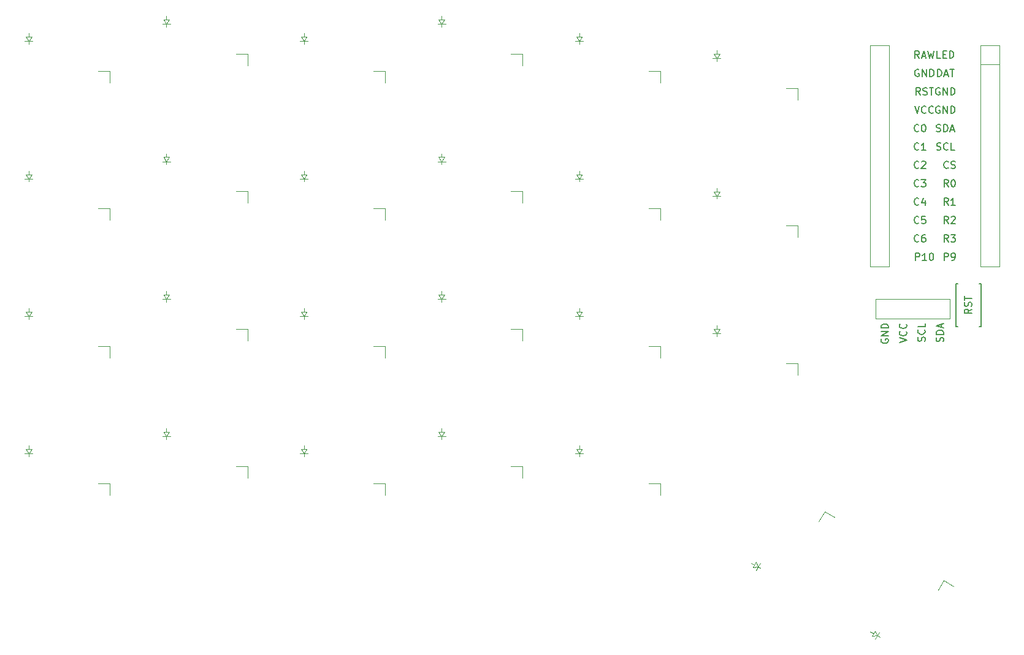
<source format=gto>
G04 #@! TF.GenerationSoftware,KiCad,Pcbnew,8.0.8+1*
G04 #@! TF.CreationDate,2025-06-17T15:50:22+00:00*
G04 #@! TF.ProjectId,eggada50,65676761-6461-4353-902e-6b696361645f,0.2*
G04 #@! TF.SameCoordinates,Original*
G04 #@! TF.FileFunction,Legend,Top*
G04 #@! TF.FilePolarity,Positive*
%FSLAX46Y46*%
G04 Gerber Fmt 4.6, Leading zero omitted, Abs format (unit mm)*
G04 Created by KiCad (PCBNEW 8.0.8+1) date 2025-06-17 15:50:22*
%MOMM*%
%LPD*%
G01*
G04 APERTURE LIST*
%ADD10C,0.150000*%
%ADD11C,0.100000*%
%ADD12C,0.120000*%
%ADD13C,2.300000*%
%ADD14C,4.400000*%
%ADD15C,4.200000*%
%ADD16C,2.000000*%
%ADD17C,3.100000*%
%ADD18C,1.800000*%
%ADD19C,0.900000*%
%ADD20O,1.800000X1.800000*%
%ADD21C,1.600000*%
%ADD22O,2.300000X1.700000*%
%ADD23O,3.400000X1.700000*%
G04 APERTURE END LIST*
D10*
X215563523Y-44374819D02*
X215230190Y-43898628D01*
X214992095Y-44374819D02*
X214992095Y-43374819D01*
X214992095Y-43374819D02*
X215373047Y-43374819D01*
X215373047Y-43374819D02*
X215468285Y-43422438D01*
X215468285Y-43422438D02*
X215515904Y-43470057D01*
X215515904Y-43470057D02*
X215563523Y-43565295D01*
X215563523Y-43565295D02*
X215563523Y-43708152D01*
X215563523Y-43708152D02*
X215515904Y-43803390D01*
X215515904Y-43803390D02*
X215468285Y-43851009D01*
X215468285Y-43851009D02*
X215373047Y-43898628D01*
X215373047Y-43898628D02*
X214992095Y-43898628D01*
X215944476Y-44089104D02*
X216420666Y-44089104D01*
X215849238Y-44374819D02*
X216182571Y-43374819D01*
X216182571Y-43374819D02*
X216515904Y-44374819D01*
X216754000Y-43374819D02*
X216992095Y-44374819D01*
X216992095Y-44374819D02*
X217182571Y-43660533D01*
X217182571Y-43660533D02*
X217373047Y-44374819D01*
X217373047Y-44374819D02*
X217611143Y-43374819D01*
X218511142Y-44374819D02*
X218034952Y-44374819D01*
X218034952Y-44374819D02*
X218034952Y-43374819D01*
X218844476Y-43851009D02*
X219177809Y-43851009D01*
X219320666Y-44374819D02*
X218844476Y-44374819D01*
X218844476Y-44374819D02*
X218844476Y-43374819D01*
X218844476Y-43374819D02*
X219320666Y-43374819D01*
X219749238Y-44374819D02*
X219749238Y-43374819D01*
X219749238Y-43374819D02*
X219987333Y-43374819D01*
X219987333Y-43374819D02*
X220130190Y-43422438D01*
X220130190Y-43422438D02*
X220225428Y-43517676D01*
X220225428Y-43517676D02*
X220273047Y-43612914D01*
X220273047Y-43612914D02*
X220320666Y-43803390D01*
X220320666Y-43803390D02*
X220320666Y-43946247D01*
X220320666Y-43946247D02*
X220273047Y-44136723D01*
X220273047Y-44136723D02*
X220225428Y-44231961D01*
X220225428Y-44231961D02*
X220130190Y-44327200D01*
X220130190Y-44327200D02*
X219987333Y-44374819D01*
X219987333Y-44374819D02*
X219749238Y-44374819D01*
X215492095Y-45962438D02*
X215396857Y-45914819D01*
X215396857Y-45914819D02*
X215254000Y-45914819D01*
X215254000Y-45914819D02*
X215111143Y-45962438D01*
X215111143Y-45962438D02*
X215015905Y-46057676D01*
X215015905Y-46057676D02*
X214968286Y-46152914D01*
X214968286Y-46152914D02*
X214920667Y-46343390D01*
X214920667Y-46343390D02*
X214920667Y-46486247D01*
X214920667Y-46486247D02*
X214968286Y-46676723D01*
X214968286Y-46676723D02*
X215015905Y-46771961D01*
X215015905Y-46771961D02*
X215111143Y-46867200D01*
X215111143Y-46867200D02*
X215254000Y-46914819D01*
X215254000Y-46914819D02*
X215349238Y-46914819D01*
X215349238Y-46914819D02*
X215492095Y-46867200D01*
X215492095Y-46867200D02*
X215539714Y-46819580D01*
X215539714Y-46819580D02*
X215539714Y-46486247D01*
X215539714Y-46486247D02*
X215349238Y-46486247D01*
X215968286Y-46914819D02*
X215968286Y-45914819D01*
X215968286Y-45914819D02*
X216539714Y-46914819D01*
X216539714Y-46914819D02*
X216539714Y-45914819D01*
X217015905Y-46914819D02*
X217015905Y-45914819D01*
X217015905Y-45914819D02*
X217254000Y-45914819D01*
X217254000Y-45914819D02*
X217396857Y-45962438D01*
X217396857Y-45962438D02*
X217492095Y-46057676D01*
X217492095Y-46057676D02*
X217539714Y-46152914D01*
X217539714Y-46152914D02*
X217587333Y-46343390D01*
X217587333Y-46343390D02*
X217587333Y-46486247D01*
X217587333Y-46486247D02*
X217539714Y-46676723D01*
X217539714Y-46676723D02*
X217492095Y-46771961D01*
X217492095Y-46771961D02*
X217396857Y-46867200D01*
X217396857Y-46867200D02*
X217254000Y-46914819D01*
X217254000Y-46914819D02*
X217015905Y-46914819D01*
X218082571Y-46914819D02*
X218082571Y-45914819D01*
X218082571Y-45914819D02*
X218320666Y-45914819D01*
X218320666Y-45914819D02*
X218463523Y-45962438D01*
X218463523Y-45962438D02*
X218558761Y-46057676D01*
X218558761Y-46057676D02*
X218606380Y-46152914D01*
X218606380Y-46152914D02*
X218653999Y-46343390D01*
X218653999Y-46343390D02*
X218653999Y-46486247D01*
X218653999Y-46486247D02*
X218606380Y-46676723D01*
X218606380Y-46676723D02*
X218558761Y-46771961D01*
X218558761Y-46771961D02*
X218463523Y-46867200D01*
X218463523Y-46867200D02*
X218320666Y-46914819D01*
X218320666Y-46914819D02*
X218082571Y-46914819D01*
X219034952Y-46629104D02*
X219511142Y-46629104D01*
X218939714Y-46914819D02*
X219273047Y-45914819D01*
X219273047Y-45914819D02*
X219606380Y-46914819D01*
X219796857Y-45914819D02*
X220368285Y-45914819D01*
X220082571Y-46914819D02*
X220082571Y-45914819D01*
X215706380Y-49454819D02*
X215373047Y-48978628D01*
X215134952Y-49454819D02*
X215134952Y-48454819D01*
X215134952Y-48454819D02*
X215515904Y-48454819D01*
X215515904Y-48454819D02*
X215611142Y-48502438D01*
X215611142Y-48502438D02*
X215658761Y-48550057D01*
X215658761Y-48550057D02*
X215706380Y-48645295D01*
X215706380Y-48645295D02*
X215706380Y-48788152D01*
X215706380Y-48788152D02*
X215658761Y-48883390D01*
X215658761Y-48883390D02*
X215611142Y-48931009D01*
X215611142Y-48931009D02*
X215515904Y-48978628D01*
X215515904Y-48978628D02*
X215134952Y-48978628D01*
X216087333Y-49407200D02*
X216230190Y-49454819D01*
X216230190Y-49454819D02*
X216468285Y-49454819D01*
X216468285Y-49454819D02*
X216563523Y-49407200D01*
X216563523Y-49407200D02*
X216611142Y-49359580D01*
X216611142Y-49359580D02*
X216658761Y-49264342D01*
X216658761Y-49264342D02*
X216658761Y-49169104D01*
X216658761Y-49169104D02*
X216611142Y-49073866D01*
X216611142Y-49073866D02*
X216563523Y-49026247D01*
X216563523Y-49026247D02*
X216468285Y-48978628D01*
X216468285Y-48978628D02*
X216277809Y-48931009D01*
X216277809Y-48931009D02*
X216182571Y-48883390D01*
X216182571Y-48883390D02*
X216134952Y-48835771D01*
X216134952Y-48835771D02*
X216087333Y-48740533D01*
X216087333Y-48740533D02*
X216087333Y-48645295D01*
X216087333Y-48645295D02*
X216134952Y-48550057D01*
X216134952Y-48550057D02*
X216182571Y-48502438D01*
X216182571Y-48502438D02*
X216277809Y-48454819D01*
X216277809Y-48454819D02*
X216515904Y-48454819D01*
X216515904Y-48454819D02*
X216658761Y-48502438D01*
X216944476Y-48454819D02*
X217515904Y-48454819D01*
X217230190Y-49454819D02*
X217230190Y-48454819D01*
X218392095Y-48502438D02*
X218296857Y-48454819D01*
X218296857Y-48454819D02*
X218154000Y-48454819D01*
X218154000Y-48454819D02*
X218011143Y-48502438D01*
X218011143Y-48502438D02*
X217915905Y-48597676D01*
X217915905Y-48597676D02*
X217868286Y-48692914D01*
X217868286Y-48692914D02*
X217820667Y-48883390D01*
X217820667Y-48883390D02*
X217820667Y-49026247D01*
X217820667Y-49026247D02*
X217868286Y-49216723D01*
X217868286Y-49216723D02*
X217915905Y-49311961D01*
X217915905Y-49311961D02*
X218011143Y-49407200D01*
X218011143Y-49407200D02*
X218154000Y-49454819D01*
X218154000Y-49454819D02*
X218249238Y-49454819D01*
X218249238Y-49454819D02*
X218392095Y-49407200D01*
X218392095Y-49407200D02*
X218439714Y-49359580D01*
X218439714Y-49359580D02*
X218439714Y-49026247D01*
X218439714Y-49026247D02*
X218249238Y-49026247D01*
X218868286Y-49454819D02*
X218868286Y-48454819D01*
X218868286Y-48454819D02*
X219439714Y-49454819D01*
X219439714Y-49454819D02*
X219439714Y-48454819D01*
X219915905Y-49454819D02*
X219915905Y-48454819D01*
X219915905Y-48454819D02*
X220154000Y-48454819D01*
X220154000Y-48454819D02*
X220296857Y-48502438D01*
X220296857Y-48502438D02*
X220392095Y-48597676D01*
X220392095Y-48597676D02*
X220439714Y-48692914D01*
X220439714Y-48692914D02*
X220487333Y-48883390D01*
X220487333Y-48883390D02*
X220487333Y-49026247D01*
X220487333Y-49026247D02*
X220439714Y-49216723D01*
X220439714Y-49216723D02*
X220392095Y-49311961D01*
X220392095Y-49311961D02*
X220296857Y-49407200D01*
X220296857Y-49407200D02*
X220154000Y-49454819D01*
X220154000Y-49454819D02*
X219915905Y-49454819D01*
X214920667Y-50994819D02*
X215254000Y-51994819D01*
X215254000Y-51994819D02*
X215587333Y-50994819D01*
X216492095Y-51899580D02*
X216444476Y-51947200D01*
X216444476Y-51947200D02*
X216301619Y-51994819D01*
X216301619Y-51994819D02*
X216206381Y-51994819D01*
X216206381Y-51994819D02*
X216063524Y-51947200D01*
X216063524Y-51947200D02*
X215968286Y-51851961D01*
X215968286Y-51851961D02*
X215920667Y-51756723D01*
X215920667Y-51756723D02*
X215873048Y-51566247D01*
X215873048Y-51566247D02*
X215873048Y-51423390D01*
X215873048Y-51423390D02*
X215920667Y-51232914D01*
X215920667Y-51232914D02*
X215968286Y-51137676D01*
X215968286Y-51137676D02*
X216063524Y-51042438D01*
X216063524Y-51042438D02*
X216206381Y-50994819D01*
X216206381Y-50994819D02*
X216301619Y-50994819D01*
X216301619Y-50994819D02*
X216444476Y-51042438D01*
X216444476Y-51042438D02*
X216492095Y-51090057D01*
X217492095Y-51899580D02*
X217444476Y-51947200D01*
X217444476Y-51947200D02*
X217301619Y-51994819D01*
X217301619Y-51994819D02*
X217206381Y-51994819D01*
X217206381Y-51994819D02*
X217063524Y-51947200D01*
X217063524Y-51947200D02*
X216968286Y-51851961D01*
X216968286Y-51851961D02*
X216920667Y-51756723D01*
X216920667Y-51756723D02*
X216873048Y-51566247D01*
X216873048Y-51566247D02*
X216873048Y-51423390D01*
X216873048Y-51423390D02*
X216920667Y-51232914D01*
X216920667Y-51232914D02*
X216968286Y-51137676D01*
X216968286Y-51137676D02*
X217063524Y-51042438D01*
X217063524Y-51042438D02*
X217206381Y-50994819D01*
X217206381Y-50994819D02*
X217301619Y-50994819D01*
X217301619Y-50994819D02*
X217444476Y-51042438D01*
X217444476Y-51042438D02*
X217492095Y-51090057D01*
X218392095Y-51042438D02*
X218296857Y-50994819D01*
X218296857Y-50994819D02*
X218154000Y-50994819D01*
X218154000Y-50994819D02*
X218011143Y-51042438D01*
X218011143Y-51042438D02*
X217915905Y-51137676D01*
X217915905Y-51137676D02*
X217868286Y-51232914D01*
X217868286Y-51232914D02*
X217820667Y-51423390D01*
X217820667Y-51423390D02*
X217820667Y-51566247D01*
X217820667Y-51566247D02*
X217868286Y-51756723D01*
X217868286Y-51756723D02*
X217915905Y-51851961D01*
X217915905Y-51851961D02*
X218011143Y-51947200D01*
X218011143Y-51947200D02*
X218154000Y-51994819D01*
X218154000Y-51994819D02*
X218249238Y-51994819D01*
X218249238Y-51994819D02*
X218392095Y-51947200D01*
X218392095Y-51947200D02*
X218439714Y-51899580D01*
X218439714Y-51899580D02*
X218439714Y-51566247D01*
X218439714Y-51566247D02*
X218249238Y-51566247D01*
X218868286Y-51994819D02*
X218868286Y-50994819D01*
X218868286Y-50994819D02*
X219439714Y-51994819D01*
X219439714Y-51994819D02*
X219439714Y-50994819D01*
X219915905Y-51994819D02*
X219915905Y-50994819D01*
X219915905Y-50994819D02*
X220154000Y-50994819D01*
X220154000Y-50994819D02*
X220296857Y-51042438D01*
X220296857Y-51042438D02*
X220392095Y-51137676D01*
X220392095Y-51137676D02*
X220439714Y-51232914D01*
X220439714Y-51232914D02*
X220487333Y-51423390D01*
X220487333Y-51423390D02*
X220487333Y-51566247D01*
X220487333Y-51566247D02*
X220439714Y-51756723D01*
X220439714Y-51756723D02*
X220392095Y-51851961D01*
X220392095Y-51851961D02*
X220296857Y-51947200D01*
X220296857Y-51947200D02*
X220154000Y-51994819D01*
X220154000Y-51994819D02*
X219915905Y-51994819D01*
X215497333Y-54439580D02*
X215449714Y-54487200D01*
X215449714Y-54487200D02*
X215306857Y-54534819D01*
X215306857Y-54534819D02*
X215211619Y-54534819D01*
X215211619Y-54534819D02*
X215068762Y-54487200D01*
X215068762Y-54487200D02*
X214973524Y-54391961D01*
X214973524Y-54391961D02*
X214925905Y-54296723D01*
X214925905Y-54296723D02*
X214878286Y-54106247D01*
X214878286Y-54106247D02*
X214878286Y-53963390D01*
X214878286Y-53963390D02*
X214925905Y-53772914D01*
X214925905Y-53772914D02*
X214973524Y-53677676D01*
X214973524Y-53677676D02*
X215068762Y-53582438D01*
X215068762Y-53582438D02*
X215211619Y-53534819D01*
X215211619Y-53534819D02*
X215306857Y-53534819D01*
X215306857Y-53534819D02*
X215449714Y-53582438D01*
X215449714Y-53582438D02*
X215497333Y-53630057D01*
X216116381Y-53534819D02*
X216211619Y-53534819D01*
X216211619Y-53534819D02*
X216306857Y-53582438D01*
X216306857Y-53582438D02*
X216354476Y-53630057D01*
X216354476Y-53630057D02*
X216402095Y-53725295D01*
X216402095Y-53725295D02*
X216449714Y-53915771D01*
X216449714Y-53915771D02*
X216449714Y-54153866D01*
X216449714Y-54153866D02*
X216402095Y-54344342D01*
X216402095Y-54344342D02*
X216354476Y-54439580D01*
X216354476Y-54439580D02*
X216306857Y-54487200D01*
X216306857Y-54487200D02*
X216211619Y-54534819D01*
X216211619Y-54534819D02*
X216116381Y-54534819D01*
X216116381Y-54534819D02*
X216021143Y-54487200D01*
X216021143Y-54487200D02*
X215973524Y-54439580D01*
X215973524Y-54439580D02*
X215925905Y-54344342D01*
X215925905Y-54344342D02*
X215878286Y-54153866D01*
X215878286Y-54153866D02*
X215878286Y-53915771D01*
X215878286Y-53915771D02*
X215925905Y-53725295D01*
X215925905Y-53725295D02*
X215973524Y-53630057D01*
X215973524Y-53630057D02*
X216021143Y-53582438D01*
X216021143Y-53582438D02*
X216116381Y-53534819D01*
X217939714Y-54487200D02*
X218082571Y-54534819D01*
X218082571Y-54534819D02*
X218320666Y-54534819D01*
X218320666Y-54534819D02*
X218415904Y-54487200D01*
X218415904Y-54487200D02*
X218463523Y-54439580D01*
X218463523Y-54439580D02*
X218511142Y-54344342D01*
X218511142Y-54344342D02*
X218511142Y-54249104D01*
X218511142Y-54249104D02*
X218463523Y-54153866D01*
X218463523Y-54153866D02*
X218415904Y-54106247D01*
X218415904Y-54106247D02*
X218320666Y-54058628D01*
X218320666Y-54058628D02*
X218130190Y-54011009D01*
X218130190Y-54011009D02*
X218034952Y-53963390D01*
X218034952Y-53963390D02*
X217987333Y-53915771D01*
X217987333Y-53915771D02*
X217939714Y-53820533D01*
X217939714Y-53820533D02*
X217939714Y-53725295D01*
X217939714Y-53725295D02*
X217987333Y-53630057D01*
X217987333Y-53630057D02*
X218034952Y-53582438D01*
X218034952Y-53582438D02*
X218130190Y-53534819D01*
X218130190Y-53534819D02*
X218368285Y-53534819D01*
X218368285Y-53534819D02*
X218511142Y-53582438D01*
X218939714Y-54534819D02*
X218939714Y-53534819D01*
X218939714Y-53534819D02*
X219177809Y-53534819D01*
X219177809Y-53534819D02*
X219320666Y-53582438D01*
X219320666Y-53582438D02*
X219415904Y-53677676D01*
X219415904Y-53677676D02*
X219463523Y-53772914D01*
X219463523Y-53772914D02*
X219511142Y-53963390D01*
X219511142Y-53963390D02*
X219511142Y-54106247D01*
X219511142Y-54106247D02*
X219463523Y-54296723D01*
X219463523Y-54296723D02*
X219415904Y-54391961D01*
X219415904Y-54391961D02*
X219320666Y-54487200D01*
X219320666Y-54487200D02*
X219177809Y-54534819D01*
X219177809Y-54534819D02*
X218939714Y-54534819D01*
X219892095Y-54249104D02*
X220368285Y-54249104D01*
X219796857Y-54534819D02*
X220130190Y-53534819D01*
X220130190Y-53534819D02*
X220463523Y-54534819D01*
X215497333Y-56979580D02*
X215449714Y-57027200D01*
X215449714Y-57027200D02*
X215306857Y-57074819D01*
X215306857Y-57074819D02*
X215211619Y-57074819D01*
X215211619Y-57074819D02*
X215068762Y-57027200D01*
X215068762Y-57027200D02*
X214973524Y-56931961D01*
X214973524Y-56931961D02*
X214925905Y-56836723D01*
X214925905Y-56836723D02*
X214878286Y-56646247D01*
X214878286Y-56646247D02*
X214878286Y-56503390D01*
X214878286Y-56503390D02*
X214925905Y-56312914D01*
X214925905Y-56312914D02*
X214973524Y-56217676D01*
X214973524Y-56217676D02*
X215068762Y-56122438D01*
X215068762Y-56122438D02*
X215211619Y-56074819D01*
X215211619Y-56074819D02*
X215306857Y-56074819D01*
X215306857Y-56074819D02*
X215449714Y-56122438D01*
X215449714Y-56122438D02*
X215497333Y-56170057D01*
X216449714Y-57074819D02*
X215878286Y-57074819D01*
X216164000Y-57074819D02*
X216164000Y-56074819D01*
X216164000Y-56074819D02*
X216068762Y-56217676D01*
X216068762Y-56217676D02*
X215973524Y-56312914D01*
X215973524Y-56312914D02*
X215878286Y-56360533D01*
X217963524Y-57027200D02*
X218106381Y-57074819D01*
X218106381Y-57074819D02*
X218344476Y-57074819D01*
X218344476Y-57074819D02*
X218439714Y-57027200D01*
X218439714Y-57027200D02*
X218487333Y-56979580D01*
X218487333Y-56979580D02*
X218534952Y-56884342D01*
X218534952Y-56884342D02*
X218534952Y-56789104D01*
X218534952Y-56789104D02*
X218487333Y-56693866D01*
X218487333Y-56693866D02*
X218439714Y-56646247D01*
X218439714Y-56646247D02*
X218344476Y-56598628D01*
X218344476Y-56598628D02*
X218154000Y-56551009D01*
X218154000Y-56551009D02*
X218058762Y-56503390D01*
X218058762Y-56503390D02*
X218011143Y-56455771D01*
X218011143Y-56455771D02*
X217963524Y-56360533D01*
X217963524Y-56360533D02*
X217963524Y-56265295D01*
X217963524Y-56265295D02*
X218011143Y-56170057D01*
X218011143Y-56170057D02*
X218058762Y-56122438D01*
X218058762Y-56122438D02*
X218154000Y-56074819D01*
X218154000Y-56074819D02*
X218392095Y-56074819D01*
X218392095Y-56074819D02*
X218534952Y-56122438D01*
X219534952Y-56979580D02*
X219487333Y-57027200D01*
X219487333Y-57027200D02*
X219344476Y-57074819D01*
X219344476Y-57074819D02*
X219249238Y-57074819D01*
X219249238Y-57074819D02*
X219106381Y-57027200D01*
X219106381Y-57027200D02*
X219011143Y-56931961D01*
X219011143Y-56931961D02*
X218963524Y-56836723D01*
X218963524Y-56836723D02*
X218915905Y-56646247D01*
X218915905Y-56646247D02*
X218915905Y-56503390D01*
X218915905Y-56503390D02*
X218963524Y-56312914D01*
X218963524Y-56312914D02*
X219011143Y-56217676D01*
X219011143Y-56217676D02*
X219106381Y-56122438D01*
X219106381Y-56122438D02*
X219249238Y-56074819D01*
X219249238Y-56074819D02*
X219344476Y-56074819D01*
X219344476Y-56074819D02*
X219487333Y-56122438D01*
X219487333Y-56122438D02*
X219534952Y-56170057D01*
X220439714Y-57074819D02*
X219963524Y-57074819D01*
X219963524Y-57074819D02*
X219963524Y-56074819D01*
X215497333Y-59519580D02*
X215449714Y-59567200D01*
X215449714Y-59567200D02*
X215306857Y-59614819D01*
X215306857Y-59614819D02*
X215211619Y-59614819D01*
X215211619Y-59614819D02*
X215068762Y-59567200D01*
X215068762Y-59567200D02*
X214973524Y-59471961D01*
X214973524Y-59471961D02*
X214925905Y-59376723D01*
X214925905Y-59376723D02*
X214878286Y-59186247D01*
X214878286Y-59186247D02*
X214878286Y-59043390D01*
X214878286Y-59043390D02*
X214925905Y-58852914D01*
X214925905Y-58852914D02*
X214973524Y-58757676D01*
X214973524Y-58757676D02*
X215068762Y-58662438D01*
X215068762Y-58662438D02*
X215211619Y-58614819D01*
X215211619Y-58614819D02*
X215306857Y-58614819D01*
X215306857Y-58614819D02*
X215449714Y-58662438D01*
X215449714Y-58662438D02*
X215497333Y-58710057D01*
X215878286Y-58710057D02*
X215925905Y-58662438D01*
X215925905Y-58662438D02*
X216021143Y-58614819D01*
X216021143Y-58614819D02*
X216259238Y-58614819D01*
X216259238Y-58614819D02*
X216354476Y-58662438D01*
X216354476Y-58662438D02*
X216402095Y-58710057D01*
X216402095Y-58710057D02*
X216449714Y-58805295D01*
X216449714Y-58805295D02*
X216449714Y-58900533D01*
X216449714Y-58900533D02*
X216402095Y-59043390D01*
X216402095Y-59043390D02*
X215830667Y-59614819D01*
X215830667Y-59614819D02*
X216449714Y-59614819D01*
X219577333Y-59519580D02*
X219529714Y-59567200D01*
X219529714Y-59567200D02*
X219386857Y-59614819D01*
X219386857Y-59614819D02*
X219291619Y-59614819D01*
X219291619Y-59614819D02*
X219148762Y-59567200D01*
X219148762Y-59567200D02*
X219053524Y-59471961D01*
X219053524Y-59471961D02*
X219005905Y-59376723D01*
X219005905Y-59376723D02*
X218958286Y-59186247D01*
X218958286Y-59186247D02*
X218958286Y-59043390D01*
X218958286Y-59043390D02*
X219005905Y-58852914D01*
X219005905Y-58852914D02*
X219053524Y-58757676D01*
X219053524Y-58757676D02*
X219148762Y-58662438D01*
X219148762Y-58662438D02*
X219291619Y-58614819D01*
X219291619Y-58614819D02*
X219386857Y-58614819D01*
X219386857Y-58614819D02*
X219529714Y-58662438D01*
X219529714Y-58662438D02*
X219577333Y-58710057D01*
X219958286Y-59567200D02*
X220101143Y-59614819D01*
X220101143Y-59614819D02*
X220339238Y-59614819D01*
X220339238Y-59614819D02*
X220434476Y-59567200D01*
X220434476Y-59567200D02*
X220482095Y-59519580D01*
X220482095Y-59519580D02*
X220529714Y-59424342D01*
X220529714Y-59424342D02*
X220529714Y-59329104D01*
X220529714Y-59329104D02*
X220482095Y-59233866D01*
X220482095Y-59233866D02*
X220434476Y-59186247D01*
X220434476Y-59186247D02*
X220339238Y-59138628D01*
X220339238Y-59138628D02*
X220148762Y-59091009D01*
X220148762Y-59091009D02*
X220053524Y-59043390D01*
X220053524Y-59043390D02*
X220005905Y-58995771D01*
X220005905Y-58995771D02*
X219958286Y-58900533D01*
X219958286Y-58900533D02*
X219958286Y-58805295D01*
X219958286Y-58805295D02*
X220005905Y-58710057D01*
X220005905Y-58710057D02*
X220053524Y-58662438D01*
X220053524Y-58662438D02*
X220148762Y-58614819D01*
X220148762Y-58614819D02*
X220386857Y-58614819D01*
X220386857Y-58614819D02*
X220529714Y-58662438D01*
X215497333Y-62059580D02*
X215449714Y-62107200D01*
X215449714Y-62107200D02*
X215306857Y-62154819D01*
X215306857Y-62154819D02*
X215211619Y-62154819D01*
X215211619Y-62154819D02*
X215068762Y-62107200D01*
X215068762Y-62107200D02*
X214973524Y-62011961D01*
X214973524Y-62011961D02*
X214925905Y-61916723D01*
X214925905Y-61916723D02*
X214878286Y-61726247D01*
X214878286Y-61726247D02*
X214878286Y-61583390D01*
X214878286Y-61583390D02*
X214925905Y-61392914D01*
X214925905Y-61392914D02*
X214973524Y-61297676D01*
X214973524Y-61297676D02*
X215068762Y-61202438D01*
X215068762Y-61202438D02*
X215211619Y-61154819D01*
X215211619Y-61154819D02*
X215306857Y-61154819D01*
X215306857Y-61154819D02*
X215449714Y-61202438D01*
X215449714Y-61202438D02*
X215497333Y-61250057D01*
X215830667Y-61154819D02*
X216449714Y-61154819D01*
X216449714Y-61154819D02*
X216116381Y-61535771D01*
X216116381Y-61535771D02*
X216259238Y-61535771D01*
X216259238Y-61535771D02*
X216354476Y-61583390D01*
X216354476Y-61583390D02*
X216402095Y-61631009D01*
X216402095Y-61631009D02*
X216449714Y-61726247D01*
X216449714Y-61726247D02*
X216449714Y-61964342D01*
X216449714Y-61964342D02*
X216402095Y-62059580D01*
X216402095Y-62059580D02*
X216354476Y-62107200D01*
X216354476Y-62107200D02*
X216259238Y-62154819D01*
X216259238Y-62154819D02*
X215973524Y-62154819D01*
X215973524Y-62154819D02*
X215878286Y-62107200D01*
X215878286Y-62107200D02*
X215830667Y-62059580D01*
X219577333Y-62154819D02*
X219244000Y-61678628D01*
X219005905Y-62154819D02*
X219005905Y-61154819D01*
X219005905Y-61154819D02*
X219386857Y-61154819D01*
X219386857Y-61154819D02*
X219482095Y-61202438D01*
X219482095Y-61202438D02*
X219529714Y-61250057D01*
X219529714Y-61250057D02*
X219577333Y-61345295D01*
X219577333Y-61345295D02*
X219577333Y-61488152D01*
X219577333Y-61488152D02*
X219529714Y-61583390D01*
X219529714Y-61583390D02*
X219482095Y-61631009D01*
X219482095Y-61631009D02*
X219386857Y-61678628D01*
X219386857Y-61678628D02*
X219005905Y-61678628D01*
X220196381Y-61154819D02*
X220291619Y-61154819D01*
X220291619Y-61154819D02*
X220386857Y-61202438D01*
X220386857Y-61202438D02*
X220434476Y-61250057D01*
X220434476Y-61250057D02*
X220482095Y-61345295D01*
X220482095Y-61345295D02*
X220529714Y-61535771D01*
X220529714Y-61535771D02*
X220529714Y-61773866D01*
X220529714Y-61773866D02*
X220482095Y-61964342D01*
X220482095Y-61964342D02*
X220434476Y-62059580D01*
X220434476Y-62059580D02*
X220386857Y-62107200D01*
X220386857Y-62107200D02*
X220291619Y-62154819D01*
X220291619Y-62154819D02*
X220196381Y-62154819D01*
X220196381Y-62154819D02*
X220101143Y-62107200D01*
X220101143Y-62107200D02*
X220053524Y-62059580D01*
X220053524Y-62059580D02*
X220005905Y-61964342D01*
X220005905Y-61964342D02*
X219958286Y-61773866D01*
X219958286Y-61773866D02*
X219958286Y-61535771D01*
X219958286Y-61535771D02*
X220005905Y-61345295D01*
X220005905Y-61345295D02*
X220053524Y-61250057D01*
X220053524Y-61250057D02*
X220101143Y-61202438D01*
X220101143Y-61202438D02*
X220196381Y-61154819D01*
X215497333Y-64599580D02*
X215449714Y-64647200D01*
X215449714Y-64647200D02*
X215306857Y-64694819D01*
X215306857Y-64694819D02*
X215211619Y-64694819D01*
X215211619Y-64694819D02*
X215068762Y-64647200D01*
X215068762Y-64647200D02*
X214973524Y-64551961D01*
X214973524Y-64551961D02*
X214925905Y-64456723D01*
X214925905Y-64456723D02*
X214878286Y-64266247D01*
X214878286Y-64266247D02*
X214878286Y-64123390D01*
X214878286Y-64123390D02*
X214925905Y-63932914D01*
X214925905Y-63932914D02*
X214973524Y-63837676D01*
X214973524Y-63837676D02*
X215068762Y-63742438D01*
X215068762Y-63742438D02*
X215211619Y-63694819D01*
X215211619Y-63694819D02*
X215306857Y-63694819D01*
X215306857Y-63694819D02*
X215449714Y-63742438D01*
X215449714Y-63742438D02*
X215497333Y-63790057D01*
X216354476Y-64028152D02*
X216354476Y-64694819D01*
X216116381Y-63647200D02*
X215878286Y-64361485D01*
X215878286Y-64361485D02*
X216497333Y-64361485D01*
X219577333Y-64694819D02*
X219244000Y-64218628D01*
X219005905Y-64694819D02*
X219005905Y-63694819D01*
X219005905Y-63694819D02*
X219386857Y-63694819D01*
X219386857Y-63694819D02*
X219482095Y-63742438D01*
X219482095Y-63742438D02*
X219529714Y-63790057D01*
X219529714Y-63790057D02*
X219577333Y-63885295D01*
X219577333Y-63885295D02*
X219577333Y-64028152D01*
X219577333Y-64028152D02*
X219529714Y-64123390D01*
X219529714Y-64123390D02*
X219482095Y-64171009D01*
X219482095Y-64171009D02*
X219386857Y-64218628D01*
X219386857Y-64218628D02*
X219005905Y-64218628D01*
X220529714Y-64694819D02*
X219958286Y-64694819D01*
X220244000Y-64694819D02*
X220244000Y-63694819D01*
X220244000Y-63694819D02*
X220148762Y-63837676D01*
X220148762Y-63837676D02*
X220053524Y-63932914D01*
X220053524Y-63932914D02*
X219958286Y-63980533D01*
X215497333Y-67139580D02*
X215449714Y-67187200D01*
X215449714Y-67187200D02*
X215306857Y-67234819D01*
X215306857Y-67234819D02*
X215211619Y-67234819D01*
X215211619Y-67234819D02*
X215068762Y-67187200D01*
X215068762Y-67187200D02*
X214973524Y-67091961D01*
X214973524Y-67091961D02*
X214925905Y-66996723D01*
X214925905Y-66996723D02*
X214878286Y-66806247D01*
X214878286Y-66806247D02*
X214878286Y-66663390D01*
X214878286Y-66663390D02*
X214925905Y-66472914D01*
X214925905Y-66472914D02*
X214973524Y-66377676D01*
X214973524Y-66377676D02*
X215068762Y-66282438D01*
X215068762Y-66282438D02*
X215211619Y-66234819D01*
X215211619Y-66234819D02*
X215306857Y-66234819D01*
X215306857Y-66234819D02*
X215449714Y-66282438D01*
X215449714Y-66282438D02*
X215497333Y-66330057D01*
X216402095Y-66234819D02*
X215925905Y-66234819D01*
X215925905Y-66234819D02*
X215878286Y-66711009D01*
X215878286Y-66711009D02*
X215925905Y-66663390D01*
X215925905Y-66663390D02*
X216021143Y-66615771D01*
X216021143Y-66615771D02*
X216259238Y-66615771D01*
X216259238Y-66615771D02*
X216354476Y-66663390D01*
X216354476Y-66663390D02*
X216402095Y-66711009D01*
X216402095Y-66711009D02*
X216449714Y-66806247D01*
X216449714Y-66806247D02*
X216449714Y-67044342D01*
X216449714Y-67044342D02*
X216402095Y-67139580D01*
X216402095Y-67139580D02*
X216354476Y-67187200D01*
X216354476Y-67187200D02*
X216259238Y-67234819D01*
X216259238Y-67234819D02*
X216021143Y-67234819D01*
X216021143Y-67234819D02*
X215925905Y-67187200D01*
X215925905Y-67187200D02*
X215878286Y-67139580D01*
X219577333Y-67234819D02*
X219244000Y-66758628D01*
X219005905Y-67234819D02*
X219005905Y-66234819D01*
X219005905Y-66234819D02*
X219386857Y-66234819D01*
X219386857Y-66234819D02*
X219482095Y-66282438D01*
X219482095Y-66282438D02*
X219529714Y-66330057D01*
X219529714Y-66330057D02*
X219577333Y-66425295D01*
X219577333Y-66425295D02*
X219577333Y-66568152D01*
X219577333Y-66568152D02*
X219529714Y-66663390D01*
X219529714Y-66663390D02*
X219482095Y-66711009D01*
X219482095Y-66711009D02*
X219386857Y-66758628D01*
X219386857Y-66758628D02*
X219005905Y-66758628D01*
X219958286Y-66330057D02*
X220005905Y-66282438D01*
X220005905Y-66282438D02*
X220101143Y-66234819D01*
X220101143Y-66234819D02*
X220339238Y-66234819D01*
X220339238Y-66234819D02*
X220434476Y-66282438D01*
X220434476Y-66282438D02*
X220482095Y-66330057D01*
X220482095Y-66330057D02*
X220529714Y-66425295D01*
X220529714Y-66425295D02*
X220529714Y-66520533D01*
X220529714Y-66520533D02*
X220482095Y-66663390D01*
X220482095Y-66663390D02*
X219910667Y-67234819D01*
X219910667Y-67234819D02*
X220529714Y-67234819D01*
X215497333Y-69679580D02*
X215449714Y-69727200D01*
X215449714Y-69727200D02*
X215306857Y-69774819D01*
X215306857Y-69774819D02*
X215211619Y-69774819D01*
X215211619Y-69774819D02*
X215068762Y-69727200D01*
X215068762Y-69727200D02*
X214973524Y-69631961D01*
X214973524Y-69631961D02*
X214925905Y-69536723D01*
X214925905Y-69536723D02*
X214878286Y-69346247D01*
X214878286Y-69346247D02*
X214878286Y-69203390D01*
X214878286Y-69203390D02*
X214925905Y-69012914D01*
X214925905Y-69012914D02*
X214973524Y-68917676D01*
X214973524Y-68917676D02*
X215068762Y-68822438D01*
X215068762Y-68822438D02*
X215211619Y-68774819D01*
X215211619Y-68774819D02*
X215306857Y-68774819D01*
X215306857Y-68774819D02*
X215449714Y-68822438D01*
X215449714Y-68822438D02*
X215497333Y-68870057D01*
X216354476Y-68774819D02*
X216164000Y-68774819D01*
X216164000Y-68774819D02*
X216068762Y-68822438D01*
X216068762Y-68822438D02*
X216021143Y-68870057D01*
X216021143Y-68870057D02*
X215925905Y-69012914D01*
X215925905Y-69012914D02*
X215878286Y-69203390D01*
X215878286Y-69203390D02*
X215878286Y-69584342D01*
X215878286Y-69584342D02*
X215925905Y-69679580D01*
X215925905Y-69679580D02*
X215973524Y-69727200D01*
X215973524Y-69727200D02*
X216068762Y-69774819D01*
X216068762Y-69774819D02*
X216259238Y-69774819D01*
X216259238Y-69774819D02*
X216354476Y-69727200D01*
X216354476Y-69727200D02*
X216402095Y-69679580D01*
X216402095Y-69679580D02*
X216449714Y-69584342D01*
X216449714Y-69584342D02*
X216449714Y-69346247D01*
X216449714Y-69346247D02*
X216402095Y-69251009D01*
X216402095Y-69251009D02*
X216354476Y-69203390D01*
X216354476Y-69203390D02*
X216259238Y-69155771D01*
X216259238Y-69155771D02*
X216068762Y-69155771D01*
X216068762Y-69155771D02*
X215973524Y-69203390D01*
X215973524Y-69203390D02*
X215925905Y-69251009D01*
X215925905Y-69251009D02*
X215878286Y-69346247D01*
X219577333Y-69774819D02*
X219244000Y-69298628D01*
X219005905Y-69774819D02*
X219005905Y-68774819D01*
X219005905Y-68774819D02*
X219386857Y-68774819D01*
X219386857Y-68774819D02*
X219482095Y-68822438D01*
X219482095Y-68822438D02*
X219529714Y-68870057D01*
X219529714Y-68870057D02*
X219577333Y-68965295D01*
X219577333Y-68965295D02*
X219577333Y-69108152D01*
X219577333Y-69108152D02*
X219529714Y-69203390D01*
X219529714Y-69203390D02*
X219482095Y-69251009D01*
X219482095Y-69251009D02*
X219386857Y-69298628D01*
X219386857Y-69298628D02*
X219005905Y-69298628D01*
X219910667Y-68774819D02*
X220529714Y-68774819D01*
X220529714Y-68774819D02*
X220196381Y-69155771D01*
X220196381Y-69155771D02*
X220339238Y-69155771D01*
X220339238Y-69155771D02*
X220434476Y-69203390D01*
X220434476Y-69203390D02*
X220482095Y-69251009D01*
X220482095Y-69251009D02*
X220529714Y-69346247D01*
X220529714Y-69346247D02*
X220529714Y-69584342D01*
X220529714Y-69584342D02*
X220482095Y-69679580D01*
X220482095Y-69679580D02*
X220434476Y-69727200D01*
X220434476Y-69727200D02*
X220339238Y-69774819D01*
X220339238Y-69774819D02*
X220053524Y-69774819D01*
X220053524Y-69774819D02*
X219958286Y-69727200D01*
X219958286Y-69727200D02*
X219910667Y-69679580D01*
X215039714Y-72314819D02*
X215039714Y-71314819D01*
X215039714Y-71314819D02*
X215420666Y-71314819D01*
X215420666Y-71314819D02*
X215515904Y-71362438D01*
X215515904Y-71362438D02*
X215563523Y-71410057D01*
X215563523Y-71410057D02*
X215611142Y-71505295D01*
X215611142Y-71505295D02*
X215611142Y-71648152D01*
X215611142Y-71648152D02*
X215563523Y-71743390D01*
X215563523Y-71743390D02*
X215515904Y-71791009D01*
X215515904Y-71791009D02*
X215420666Y-71838628D01*
X215420666Y-71838628D02*
X215039714Y-71838628D01*
X216563523Y-72314819D02*
X215992095Y-72314819D01*
X216277809Y-72314819D02*
X216277809Y-71314819D01*
X216277809Y-71314819D02*
X216182571Y-71457676D01*
X216182571Y-71457676D02*
X216087333Y-71552914D01*
X216087333Y-71552914D02*
X215992095Y-71600533D01*
X217182571Y-71314819D02*
X217277809Y-71314819D01*
X217277809Y-71314819D02*
X217373047Y-71362438D01*
X217373047Y-71362438D02*
X217420666Y-71410057D01*
X217420666Y-71410057D02*
X217468285Y-71505295D01*
X217468285Y-71505295D02*
X217515904Y-71695771D01*
X217515904Y-71695771D02*
X217515904Y-71933866D01*
X217515904Y-71933866D02*
X217468285Y-72124342D01*
X217468285Y-72124342D02*
X217420666Y-72219580D01*
X217420666Y-72219580D02*
X217373047Y-72267200D01*
X217373047Y-72267200D02*
X217277809Y-72314819D01*
X217277809Y-72314819D02*
X217182571Y-72314819D01*
X217182571Y-72314819D02*
X217087333Y-72267200D01*
X217087333Y-72267200D02*
X217039714Y-72219580D01*
X217039714Y-72219580D02*
X216992095Y-72124342D01*
X216992095Y-72124342D02*
X216944476Y-71933866D01*
X216944476Y-71933866D02*
X216944476Y-71695771D01*
X216944476Y-71695771D02*
X216992095Y-71505295D01*
X216992095Y-71505295D02*
X217039714Y-71410057D01*
X217039714Y-71410057D02*
X217087333Y-71362438D01*
X217087333Y-71362438D02*
X217182571Y-71314819D01*
X219005905Y-72314819D02*
X219005905Y-71314819D01*
X219005905Y-71314819D02*
X219386857Y-71314819D01*
X219386857Y-71314819D02*
X219482095Y-71362438D01*
X219482095Y-71362438D02*
X219529714Y-71410057D01*
X219529714Y-71410057D02*
X219577333Y-71505295D01*
X219577333Y-71505295D02*
X219577333Y-71648152D01*
X219577333Y-71648152D02*
X219529714Y-71743390D01*
X219529714Y-71743390D02*
X219482095Y-71791009D01*
X219482095Y-71791009D02*
X219386857Y-71838628D01*
X219386857Y-71838628D02*
X219005905Y-71838628D01*
X220053524Y-72314819D02*
X220244000Y-72314819D01*
X220244000Y-72314819D02*
X220339238Y-72267200D01*
X220339238Y-72267200D02*
X220386857Y-72219580D01*
X220386857Y-72219580D02*
X220482095Y-72076723D01*
X220482095Y-72076723D02*
X220529714Y-71886247D01*
X220529714Y-71886247D02*
X220529714Y-71505295D01*
X220529714Y-71505295D02*
X220482095Y-71410057D01*
X220482095Y-71410057D02*
X220434476Y-71362438D01*
X220434476Y-71362438D02*
X220339238Y-71314819D01*
X220339238Y-71314819D02*
X220148762Y-71314819D01*
X220148762Y-71314819D02*
X220053524Y-71362438D01*
X220053524Y-71362438D02*
X220005905Y-71410057D01*
X220005905Y-71410057D02*
X219958286Y-71505295D01*
X219958286Y-71505295D02*
X219958286Y-71743390D01*
X219958286Y-71743390D02*
X220005905Y-71838628D01*
X220005905Y-71838628D02*
X220053524Y-71886247D01*
X220053524Y-71886247D02*
X220148762Y-71933866D01*
X220148762Y-71933866D02*
X220339238Y-71933866D01*
X220339238Y-71933866D02*
X220434476Y-71886247D01*
X220434476Y-71886247D02*
X220482095Y-71838628D01*
X220482095Y-71838628D02*
X220529714Y-71743390D01*
X210339438Y-83192398D02*
X210291819Y-83287636D01*
X210291819Y-83287636D02*
X210291819Y-83430493D01*
X210291819Y-83430493D02*
X210339438Y-83573350D01*
X210339438Y-83573350D02*
X210434676Y-83668588D01*
X210434676Y-83668588D02*
X210529914Y-83716207D01*
X210529914Y-83716207D02*
X210720390Y-83763826D01*
X210720390Y-83763826D02*
X210863247Y-83763826D01*
X210863247Y-83763826D02*
X211053723Y-83716207D01*
X211053723Y-83716207D02*
X211148961Y-83668588D01*
X211148961Y-83668588D02*
X211244200Y-83573350D01*
X211244200Y-83573350D02*
X211291819Y-83430493D01*
X211291819Y-83430493D02*
X211291819Y-83335255D01*
X211291819Y-83335255D02*
X211244200Y-83192398D01*
X211244200Y-83192398D02*
X211196580Y-83144779D01*
X211196580Y-83144779D02*
X210863247Y-83144779D01*
X210863247Y-83144779D02*
X210863247Y-83335255D01*
X211291819Y-82716207D02*
X210291819Y-82716207D01*
X210291819Y-82716207D02*
X211291819Y-82144779D01*
X211291819Y-82144779D02*
X210291819Y-82144779D01*
X211291819Y-81668588D02*
X210291819Y-81668588D01*
X210291819Y-81668588D02*
X210291819Y-81430493D01*
X210291819Y-81430493D02*
X210339438Y-81287636D01*
X210339438Y-81287636D02*
X210434676Y-81192398D01*
X210434676Y-81192398D02*
X210529914Y-81144779D01*
X210529914Y-81144779D02*
X210720390Y-81097160D01*
X210720390Y-81097160D02*
X210863247Y-81097160D01*
X210863247Y-81097160D02*
X211053723Y-81144779D01*
X211053723Y-81144779D02*
X211148961Y-81192398D01*
X211148961Y-81192398D02*
X211244200Y-81287636D01*
X211244200Y-81287636D02*
X211291819Y-81430493D01*
X211291819Y-81430493D02*
X211291819Y-81668588D01*
X212831819Y-83668588D02*
X213831819Y-83335255D01*
X213831819Y-83335255D02*
X212831819Y-83001922D01*
X213736580Y-82097160D02*
X213784200Y-82144779D01*
X213784200Y-82144779D02*
X213831819Y-82287636D01*
X213831819Y-82287636D02*
X213831819Y-82382874D01*
X213831819Y-82382874D02*
X213784200Y-82525731D01*
X213784200Y-82525731D02*
X213688961Y-82620969D01*
X213688961Y-82620969D02*
X213593723Y-82668588D01*
X213593723Y-82668588D02*
X213403247Y-82716207D01*
X213403247Y-82716207D02*
X213260390Y-82716207D01*
X213260390Y-82716207D02*
X213069914Y-82668588D01*
X213069914Y-82668588D02*
X212974676Y-82620969D01*
X212974676Y-82620969D02*
X212879438Y-82525731D01*
X212879438Y-82525731D02*
X212831819Y-82382874D01*
X212831819Y-82382874D02*
X212831819Y-82287636D01*
X212831819Y-82287636D02*
X212879438Y-82144779D01*
X212879438Y-82144779D02*
X212927057Y-82097160D01*
X213736580Y-81097160D02*
X213784200Y-81144779D01*
X213784200Y-81144779D02*
X213831819Y-81287636D01*
X213831819Y-81287636D02*
X213831819Y-81382874D01*
X213831819Y-81382874D02*
X213784200Y-81525731D01*
X213784200Y-81525731D02*
X213688961Y-81620969D01*
X213688961Y-81620969D02*
X213593723Y-81668588D01*
X213593723Y-81668588D02*
X213403247Y-81716207D01*
X213403247Y-81716207D02*
X213260390Y-81716207D01*
X213260390Y-81716207D02*
X213069914Y-81668588D01*
X213069914Y-81668588D02*
X212974676Y-81620969D01*
X212974676Y-81620969D02*
X212879438Y-81525731D01*
X212879438Y-81525731D02*
X212831819Y-81382874D01*
X212831819Y-81382874D02*
X212831819Y-81287636D01*
X212831819Y-81287636D02*
X212879438Y-81144779D01*
X212879438Y-81144779D02*
X212927057Y-81097160D01*
X216324200Y-83478112D02*
X216371819Y-83335255D01*
X216371819Y-83335255D02*
X216371819Y-83097160D01*
X216371819Y-83097160D02*
X216324200Y-83001922D01*
X216324200Y-83001922D02*
X216276580Y-82954303D01*
X216276580Y-82954303D02*
X216181342Y-82906684D01*
X216181342Y-82906684D02*
X216086104Y-82906684D01*
X216086104Y-82906684D02*
X215990866Y-82954303D01*
X215990866Y-82954303D02*
X215943247Y-83001922D01*
X215943247Y-83001922D02*
X215895628Y-83097160D01*
X215895628Y-83097160D02*
X215848009Y-83287636D01*
X215848009Y-83287636D02*
X215800390Y-83382874D01*
X215800390Y-83382874D02*
X215752771Y-83430493D01*
X215752771Y-83430493D02*
X215657533Y-83478112D01*
X215657533Y-83478112D02*
X215562295Y-83478112D01*
X215562295Y-83478112D02*
X215467057Y-83430493D01*
X215467057Y-83430493D02*
X215419438Y-83382874D01*
X215419438Y-83382874D02*
X215371819Y-83287636D01*
X215371819Y-83287636D02*
X215371819Y-83049541D01*
X215371819Y-83049541D02*
X215419438Y-82906684D01*
X216276580Y-81906684D02*
X216324200Y-81954303D01*
X216324200Y-81954303D02*
X216371819Y-82097160D01*
X216371819Y-82097160D02*
X216371819Y-82192398D01*
X216371819Y-82192398D02*
X216324200Y-82335255D01*
X216324200Y-82335255D02*
X216228961Y-82430493D01*
X216228961Y-82430493D02*
X216133723Y-82478112D01*
X216133723Y-82478112D02*
X215943247Y-82525731D01*
X215943247Y-82525731D02*
X215800390Y-82525731D01*
X215800390Y-82525731D02*
X215609914Y-82478112D01*
X215609914Y-82478112D02*
X215514676Y-82430493D01*
X215514676Y-82430493D02*
X215419438Y-82335255D01*
X215419438Y-82335255D02*
X215371819Y-82192398D01*
X215371819Y-82192398D02*
X215371819Y-82097160D01*
X215371819Y-82097160D02*
X215419438Y-81954303D01*
X215419438Y-81954303D02*
X215467057Y-81906684D01*
X216371819Y-81001922D02*
X216371819Y-81478112D01*
X216371819Y-81478112D02*
X215371819Y-81478112D01*
X218864200Y-83525731D02*
X218911819Y-83382874D01*
X218911819Y-83382874D02*
X218911819Y-83144779D01*
X218911819Y-83144779D02*
X218864200Y-83049541D01*
X218864200Y-83049541D02*
X218816580Y-83001922D01*
X218816580Y-83001922D02*
X218721342Y-82954303D01*
X218721342Y-82954303D02*
X218626104Y-82954303D01*
X218626104Y-82954303D02*
X218530866Y-83001922D01*
X218530866Y-83001922D02*
X218483247Y-83049541D01*
X218483247Y-83049541D02*
X218435628Y-83144779D01*
X218435628Y-83144779D02*
X218388009Y-83335255D01*
X218388009Y-83335255D02*
X218340390Y-83430493D01*
X218340390Y-83430493D02*
X218292771Y-83478112D01*
X218292771Y-83478112D02*
X218197533Y-83525731D01*
X218197533Y-83525731D02*
X218102295Y-83525731D01*
X218102295Y-83525731D02*
X218007057Y-83478112D01*
X218007057Y-83478112D02*
X217959438Y-83430493D01*
X217959438Y-83430493D02*
X217911819Y-83335255D01*
X217911819Y-83335255D02*
X217911819Y-83097160D01*
X217911819Y-83097160D02*
X217959438Y-82954303D01*
X218911819Y-82525731D02*
X217911819Y-82525731D01*
X217911819Y-82525731D02*
X217911819Y-82287636D01*
X217911819Y-82287636D02*
X217959438Y-82144779D01*
X217959438Y-82144779D02*
X218054676Y-82049541D01*
X218054676Y-82049541D02*
X218149914Y-82001922D01*
X218149914Y-82001922D02*
X218340390Y-81954303D01*
X218340390Y-81954303D02*
X218483247Y-81954303D01*
X218483247Y-81954303D02*
X218673723Y-82001922D01*
X218673723Y-82001922D02*
X218768961Y-82049541D01*
X218768961Y-82049541D02*
X218864200Y-82144779D01*
X218864200Y-82144779D02*
X218911819Y-82287636D01*
X218911819Y-82287636D02*
X218911819Y-82525731D01*
X218626104Y-81573350D02*
X218626104Y-81097160D01*
X218911819Y-81668588D02*
X217911819Y-81335255D01*
X217911819Y-81335255D02*
X218911819Y-81001922D01*
X222804819Y-79048619D02*
X222328628Y-79381952D01*
X222804819Y-79620047D02*
X221804819Y-79620047D01*
X221804819Y-79620047D02*
X221804819Y-79239095D01*
X221804819Y-79239095D02*
X221852438Y-79143857D01*
X221852438Y-79143857D02*
X221900057Y-79096238D01*
X221900057Y-79096238D02*
X221995295Y-79048619D01*
X221995295Y-79048619D02*
X222138152Y-79048619D01*
X222138152Y-79048619D02*
X222233390Y-79096238D01*
X222233390Y-79096238D02*
X222281009Y-79143857D01*
X222281009Y-79143857D02*
X222328628Y-79239095D01*
X222328628Y-79239095D02*
X222328628Y-79620047D01*
X222757200Y-78667666D02*
X222804819Y-78524809D01*
X222804819Y-78524809D02*
X222804819Y-78286714D01*
X222804819Y-78286714D02*
X222757200Y-78191476D01*
X222757200Y-78191476D02*
X222709580Y-78143857D01*
X222709580Y-78143857D02*
X222614342Y-78096238D01*
X222614342Y-78096238D02*
X222519104Y-78096238D01*
X222519104Y-78096238D02*
X222423866Y-78143857D01*
X222423866Y-78143857D02*
X222376247Y-78191476D01*
X222376247Y-78191476D02*
X222328628Y-78286714D01*
X222328628Y-78286714D02*
X222281009Y-78477190D01*
X222281009Y-78477190D02*
X222233390Y-78572428D01*
X222233390Y-78572428D02*
X222185771Y-78620047D01*
X222185771Y-78620047D02*
X222090533Y-78667666D01*
X222090533Y-78667666D02*
X221995295Y-78667666D01*
X221995295Y-78667666D02*
X221900057Y-78620047D01*
X221900057Y-78620047D02*
X221852438Y-78572428D01*
X221852438Y-78572428D02*
X221804819Y-78477190D01*
X221804819Y-78477190D02*
X221804819Y-78239095D01*
X221804819Y-78239095D02*
X221852438Y-78096238D01*
X221804819Y-77810523D02*
X221804819Y-77239095D01*
X222804819Y-77524809D02*
X221804819Y-77524809D01*
D11*
X92600000Y-98425000D02*
X92600000Y-97925000D01*
X93000000Y-98425000D02*
X92600000Y-99025000D01*
X92200000Y-98425000D02*
X93000000Y-98425000D01*
X92600000Y-99025000D02*
X92200000Y-98425000D01*
X92600000Y-99025000D02*
X93150000Y-99025000D01*
X92600000Y-99025000D02*
X92050000Y-99025000D01*
X92600000Y-99425000D02*
X92600000Y-99025000D01*
X92600000Y-79425000D02*
X92600000Y-78925000D01*
X93000000Y-79425000D02*
X92600000Y-80025000D01*
X92200000Y-79425000D02*
X93000000Y-79425000D01*
X92600000Y-80025000D02*
X92200000Y-79425000D01*
X92600000Y-80025000D02*
X93150000Y-80025000D01*
X92600000Y-80025000D02*
X92050000Y-80025000D01*
X92600000Y-80425000D02*
X92600000Y-80025000D01*
X92600000Y-60425000D02*
X92600000Y-59925000D01*
X93000000Y-60425000D02*
X92600000Y-61025000D01*
X92200000Y-60425000D02*
X93000000Y-60425000D01*
X92600000Y-61025000D02*
X92200000Y-60425000D01*
X92600000Y-61025000D02*
X93150000Y-61025000D01*
X92600000Y-61025000D02*
X92050000Y-61025000D01*
X92600000Y-61425000D02*
X92600000Y-61025000D01*
X92600000Y-41425000D02*
X92600000Y-40925000D01*
X93000000Y-41425000D02*
X92600000Y-42025000D01*
X92200000Y-41425000D02*
X93000000Y-41425000D01*
X92600000Y-42025000D02*
X92200000Y-41425000D01*
X92600000Y-42025000D02*
X93150000Y-42025000D01*
X92600000Y-42025000D02*
X92050000Y-42025000D01*
X92600000Y-42425000D02*
X92600000Y-42025000D01*
X111600000Y-96050000D02*
X111600000Y-95550000D01*
X112000000Y-96050000D02*
X111600000Y-96650000D01*
X111200000Y-96050000D02*
X112000000Y-96050000D01*
X111600000Y-96650000D02*
X111200000Y-96050000D01*
X111600000Y-96650000D02*
X112150000Y-96650000D01*
X111600000Y-96650000D02*
X111050000Y-96650000D01*
X111600000Y-97050000D02*
X111600000Y-96650000D01*
X111600000Y-77050000D02*
X111600000Y-76550000D01*
X112000000Y-77050000D02*
X111600000Y-77650000D01*
X111200000Y-77050000D02*
X112000000Y-77050000D01*
X111600000Y-77650000D02*
X111200000Y-77050000D01*
X111600000Y-77650000D02*
X112150000Y-77650000D01*
X111600000Y-77650000D02*
X111050000Y-77650000D01*
X111600000Y-78050000D02*
X111600000Y-77650000D01*
X111600000Y-58050000D02*
X111600000Y-57550000D01*
X112000000Y-58050000D02*
X111600000Y-58650000D01*
X111200000Y-58050000D02*
X112000000Y-58050000D01*
X111600000Y-58650000D02*
X111200000Y-58050000D01*
X111600000Y-58650000D02*
X112150000Y-58650000D01*
X111600000Y-58650000D02*
X111050000Y-58650000D01*
X111600000Y-59050000D02*
X111600000Y-58650000D01*
X111600000Y-39050000D02*
X111600000Y-38550000D01*
X112000000Y-39050000D02*
X111600000Y-39650000D01*
X111200000Y-39050000D02*
X112000000Y-39050000D01*
X111600000Y-39650000D02*
X111200000Y-39050000D01*
X111600000Y-39650000D02*
X112150000Y-39650000D01*
X111600000Y-39650000D02*
X111050000Y-39650000D01*
X111600000Y-40050000D02*
X111600000Y-39650000D01*
X130600000Y-98425000D02*
X130600000Y-97925000D01*
X131000000Y-98425000D02*
X130600000Y-99025000D01*
X130200000Y-98425000D02*
X131000000Y-98425000D01*
X130600000Y-99025000D02*
X130200000Y-98425000D01*
X130600000Y-99025000D02*
X131150000Y-99025000D01*
X130600000Y-99025000D02*
X130050000Y-99025000D01*
X130600000Y-99425000D02*
X130600000Y-99025000D01*
X130600000Y-79425000D02*
X130600000Y-78925000D01*
X131000000Y-79425000D02*
X130600000Y-80025000D01*
X130200000Y-79425000D02*
X131000000Y-79425000D01*
X130600000Y-80025000D02*
X130200000Y-79425000D01*
X130600000Y-80025000D02*
X131150000Y-80025000D01*
X130600000Y-80025000D02*
X130050000Y-80025000D01*
X130600000Y-80425000D02*
X130600000Y-80025000D01*
X130600000Y-60425000D02*
X130600000Y-59925000D01*
X131000000Y-60425000D02*
X130600000Y-61025000D01*
X130200000Y-60425000D02*
X131000000Y-60425000D01*
X130600000Y-61025000D02*
X130200000Y-60425000D01*
X130600000Y-61025000D02*
X131150000Y-61025000D01*
X130600000Y-61025000D02*
X130050000Y-61025000D01*
X130600000Y-61425000D02*
X130600000Y-61025000D01*
X130600000Y-41425000D02*
X130600000Y-40925000D01*
X131000000Y-41425000D02*
X130600000Y-42025000D01*
X130200000Y-41425000D02*
X131000000Y-41425000D01*
X130600000Y-42025000D02*
X130200000Y-41425000D01*
X130600000Y-42025000D02*
X131150000Y-42025000D01*
X130600000Y-42025000D02*
X130050000Y-42025000D01*
X130600000Y-42425000D02*
X130600000Y-42025000D01*
X149600000Y-96050000D02*
X149600000Y-95550000D01*
X150000000Y-96050000D02*
X149600000Y-96650000D01*
X149200000Y-96050000D02*
X150000000Y-96050000D01*
X149600000Y-96650000D02*
X149200000Y-96050000D01*
X149600000Y-96650000D02*
X150150000Y-96650000D01*
X149600000Y-96650000D02*
X149050000Y-96650000D01*
X149600000Y-97050000D02*
X149600000Y-96650000D01*
X149600000Y-77050000D02*
X149600000Y-76550000D01*
X150000000Y-77050000D02*
X149600000Y-77650000D01*
X149200000Y-77050000D02*
X150000000Y-77050000D01*
X149600000Y-77650000D02*
X149200000Y-77050000D01*
X149600000Y-77650000D02*
X150150000Y-77650000D01*
X149600000Y-77650000D02*
X149050000Y-77650000D01*
X149600000Y-78050000D02*
X149600000Y-77650000D01*
X149600000Y-58050000D02*
X149600000Y-57550000D01*
X150000000Y-58050000D02*
X149600000Y-58650000D01*
X149200000Y-58050000D02*
X150000000Y-58050000D01*
X149600000Y-58650000D02*
X149200000Y-58050000D01*
X149600000Y-58650000D02*
X150150000Y-58650000D01*
X149600000Y-58650000D02*
X149050000Y-58650000D01*
X149600000Y-59050000D02*
X149600000Y-58650000D01*
X149600000Y-39050000D02*
X149600000Y-38550000D01*
X150000000Y-39050000D02*
X149600000Y-39650000D01*
X149200000Y-39050000D02*
X150000000Y-39050000D01*
X149600000Y-39650000D02*
X149200000Y-39050000D01*
X149600000Y-39650000D02*
X150150000Y-39650000D01*
X149600000Y-39650000D02*
X149050000Y-39650000D01*
X149600000Y-40050000D02*
X149600000Y-39650000D01*
X168600000Y-98425000D02*
X168600000Y-97925000D01*
X169000000Y-98425000D02*
X168600000Y-99025000D01*
X168200000Y-98425000D02*
X169000000Y-98425000D01*
X168600000Y-99025000D02*
X168200000Y-98425000D01*
X168600000Y-99025000D02*
X169150000Y-99025000D01*
X168600000Y-99025000D02*
X168050000Y-99025000D01*
X168600000Y-99425000D02*
X168600000Y-99025000D01*
X168600000Y-79425000D02*
X168600000Y-78925000D01*
X169000000Y-79425000D02*
X168600000Y-80025000D01*
X168200000Y-79425000D02*
X169000000Y-79425000D01*
X168600000Y-80025000D02*
X168200000Y-79425000D01*
X168600000Y-80025000D02*
X169150000Y-80025000D01*
X168600000Y-80025000D02*
X168050000Y-80025000D01*
X168600000Y-80425000D02*
X168600000Y-80025000D01*
X168600000Y-60425000D02*
X168600000Y-59925000D01*
X169000000Y-60425000D02*
X168600000Y-61025000D01*
X168200000Y-60425000D02*
X169000000Y-60425000D01*
X168600000Y-61025000D02*
X168200000Y-60425000D01*
X168600000Y-61025000D02*
X169150000Y-61025000D01*
X168600000Y-61025000D02*
X168050000Y-61025000D01*
X168600000Y-61425000D02*
X168600000Y-61025000D01*
X168600000Y-41425000D02*
X168600000Y-40925000D01*
X169000000Y-41425000D02*
X168600000Y-42025000D01*
X168200000Y-41425000D02*
X169000000Y-41425000D01*
X168600000Y-42025000D02*
X168200000Y-41425000D01*
X168600000Y-42025000D02*
X169150000Y-42025000D01*
X168600000Y-42025000D02*
X168050000Y-42025000D01*
X168600000Y-42425000D02*
X168600000Y-42025000D01*
X187600000Y-81800000D02*
X187600000Y-81300000D01*
X188000000Y-81800000D02*
X187600000Y-82400000D01*
X187200000Y-81800000D02*
X188000000Y-81800000D01*
X187600000Y-82400000D02*
X187200000Y-81800000D01*
X187600000Y-82400000D02*
X188150000Y-82400000D01*
X187600000Y-82400000D02*
X187050000Y-82400000D01*
X187600000Y-82800000D02*
X187600000Y-82400000D01*
X187600000Y-62800000D02*
X187600000Y-62300000D01*
X188000000Y-62800000D02*
X187600000Y-63400000D01*
X187200000Y-62800000D02*
X188000000Y-62800000D01*
X187600000Y-63400000D02*
X187200000Y-62800000D01*
X187600000Y-63400000D02*
X188150000Y-63400000D01*
X187600000Y-63400000D02*
X187050000Y-63400000D01*
X187600000Y-63800000D02*
X187600000Y-63400000D01*
X187600000Y-43800000D02*
X187600000Y-43300000D01*
X188000000Y-43800000D02*
X187600000Y-44400000D01*
X187200000Y-43800000D02*
X188000000Y-43800000D01*
X187600000Y-44400000D02*
X187200000Y-43800000D01*
X187600000Y-44400000D02*
X188150000Y-44400000D01*
X187600000Y-44400000D02*
X187050000Y-44400000D01*
X187600000Y-44800000D02*
X187600000Y-44400000D01*
X192786010Y-114361088D02*
X192352997Y-114111088D01*
X192986010Y-114014678D02*
X193305625Y-114661088D01*
X192586010Y-114707498D02*
X192986010Y-114014678D01*
X193305625Y-114661088D02*
X192586010Y-114707498D01*
X193305625Y-114661088D02*
X193580625Y-114184774D01*
X193305625Y-114661088D02*
X193030625Y-115137402D01*
X193652035Y-114861088D02*
X193305625Y-114661088D01*
X209240493Y-123861088D02*
X208807480Y-123611088D01*
X209440493Y-123514678D02*
X209760108Y-124161088D01*
X209040493Y-124207498D02*
X209440493Y-123514678D01*
X209760108Y-124161088D02*
X209040493Y-124207498D01*
X209760108Y-124161088D02*
X210035108Y-123684774D01*
X209760108Y-124161088D02*
X209485108Y-124637402D01*
X210106518Y-124361088D02*
X209760108Y-124161088D01*
D12*
X223994000Y-42590000D02*
X226654000Y-42590000D01*
X223994000Y-42590000D02*
X223994000Y-73190000D01*
X223994000Y-73190000D02*
X226654000Y-73190000D01*
X211414000Y-42590000D02*
X211414000Y-73190000D01*
X226654000Y-42590000D02*
X226654000Y-73190000D01*
X208754000Y-42590000D02*
X211414000Y-42590000D01*
X208754000Y-42590000D02*
X208754000Y-73190000D01*
X208754000Y-73190000D02*
X211414000Y-73190000D01*
X223994000Y-45190000D02*
X226654000Y-45190000D01*
X219787000Y-77678000D02*
X219787000Y-80338000D01*
X219787000Y-77678000D02*
X209507000Y-77678000D01*
X219787000Y-80338000D02*
X209507000Y-80338000D01*
X209507000Y-77678000D02*
X209507000Y-80338000D01*
D10*
X224100000Y-81501000D02*
X224100000Y-75501000D01*
X224100000Y-75501000D02*
X223850000Y-75501000D01*
X224100000Y-81501000D02*
X223850000Y-81501000D01*
X220600000Y-81501000D02*
X220850000Y-81501000D01*
X220600000Y-81501000D02*
X220600000Y-75501000D01*
X220600000Y-75501000D02*
X220850000Y-75501000D01*
D12*
X103800000Y-103150000D02*
X102200000Y-103150000D01*
X103800000Y-104750000D02*
X103800000Y-103150000D01*
X103800000Y-84150000D02*
X102200000Y-84150000D01*
X103800000Y-85750000D02*
X103800000Y-84150000D01*
X103800000Y-65150000D02*
X102200000Y-65150000D01*
X103800000Y-66750000D02*
X103800000Y-65150000D01*
X103800000Y-46150000D02*
X102200000Y-46150000D01*
X103800000Y-47750000D02*
X103800000Y-46150000D01*
X122800000Y-100775000D02*
X121200000Y-100775000D01*
X122800000Y-102375000D02*
X122800000Y-100775000D01*
X122800000Y-81775000D02*
X121200000Y-81775000D01*
X122800000Y-83375000D02*
X122800000Y-81775000D01*
X122800000Y-62775000D02*
X121200000Y-62775000D01*
X122800000Y-64375000D02*
X122800000Y-62775000D01*
X122800000Y-43775000D02*
X121200000Y-43775000D01*
X122800000Y-45375000D02*
X122800000Y-43775000D01*
X141800000Y-103150000D02*
X140200000Y-103150000D01*
X141800000Y-104750000D02*
X141800000Y-103150000D01*
X141800000Y-84150000D02*
X140200000Y-84150000D01*
X141800000Y-85750000D02*
X141800000Y-84150000D01*
X141800000Y-65150000D02*
X140200000Y-65150000D01*
X141800000Y-66750000D02*
X141800000Y-65150000D01*
X141800000Y-46150000D02*
X140200000Y-46150000D01*
X141800000Y-47750000D02*
X141800000Y-46150000D01*
X160800000Y-100775000D02*
X159200000Y-100775000D01*
X160800000Y-102375000D02*
X160800000Y-100775000D01*
X160800000Y-81775000D02*
X159200000Y-81775000D01*
X160800000Y-83375000D02*
X160800000Y-81775000D01*
X160800000Y-62775000D02*
X159200000Y-62775000D01*
X160800000Y-64375000D02*
X160800000Y-62775000D01*
X160800000Y-43775000D02*
X159200000Y-43775000D01*
X160800000Y-45375000D02*
X160800000Y-43775000D01*
X179800000Y-103150000D02*
X178200000Y-103150000D01*
X179800000Y-104750000D02*
X179800000Y-103150000D01*
X179800000Y-84150000D02*
X178200000Y-84150000D01*
X179800000Y-85750000D02*
X179800000Y-84150000D01*
X179800000Y-65150000D02*
X178200000Y-65150000D01*
X179800000Y-66750000D02*
X179800000Y-65150000D01*
X179800000Y-46150000D02*
X178200000Y-46150000D01*
X179800000Y-47750000D02*
X179800000Y-46150000D01*
X198800000Y-86525000D02*
X197200000Y-86525000D01*
X198800000Y-88125000D02*
X198800000Y-86525000D01*
X198800000Y-67525000D02*
X197200000Y-67525000D01*
X198800000Y-69125000D02*
X198800000Y-67525000D01*
X198800000Y-48525000D02*
X197200000Y-48525000D01*
X198800000Y-50125000D02*
X198800000Y-48525000D01*
X202477980Y-107024103D02*
X201677980Y-108409744D01*
X203863621Y-107824103D02*
X202477980Y-107024103D01*
X218932462Y-116524103D02*
X218132462Y-117909744D01*
X220318103Y-117324103D02*
X218932462Y-116524103D01*
%LPC*%
D13*
X207762000Y-89226000D03*
X228694000Y-101245000D03*
D14*
X109500000Y-50125000D03*
X109500000Y-88125000D03*
X185468000Y-53736000D03*
X147500000Y-69125000D03*
X166468000Y-89261000D03*
X210827241Y-105262759D03*
X201327241Y-121717241D03*
D15*
X100000000Y-100000000D03*
D16*
X105080000Y-100000000D03*
X94920000Y-100000000D03*
D17*
X102540000Y-94920000D03*
X96190000Y-97460000D03*
D15*
X100000000Y-81000000D03*
D16*
X105080000Y-81000000D03*
X94920000Y-81000000D03*
D17*
X102540000Y-75920000D03*
X96190000Y-78460000D03*
D15*
X100000000Y-62000000D03*
D16*
X105080000Y-62000000D03*
X94920000Y-62000000D03*
D17*
X102540000Y-56920000D03*
X96190000Y-59460000D03*
D15*
X100000000Y-43000000D03*
D16*
X105080000Y-43000000D03*
X94920000Y-43000000D03*
D17*
X102540000Y-37920000D03*
X96190000Y-40460000D03*
D15*
X119000000Y-97625000D03*
D16*
X124080000Y-97625000D03*
X113920000Y-97625000D03*
D17*
X121540000Y-92545000D03*
X115190000Y-95085000D03*
D15*
X119000000Y-78625000D03*
D16*
X124080000Y-78625000D03*
X113920000Y-78625000D03*
D17*
X121540000Y-73545000D03*
X115190000Y-76085000D03*
D15*
X119000000Y-59625000D03*
D16*
X124080000Y-59625000D03*
X113920000Y-59625000D03*
D17*
X121540000Y-54545000D03*
X115190000Y-57085000D03*
D15*
X119000000Y-40625000D03*
D16*
X124080000Y-40625000D03*
X113920000Y-40625000D03*
D17*
X121540000Y-35545000D03*
X115190000Y-38085000D03*
D15*
X138000000Y-100000000D03*
D16*
X143080000Y-100000000D03*
X132920000Y-100000000D03*
D17*
X140540000Y-94920000D03*
X134190000Y-97460000D03*
D15*
X138000000Y-81000000D03*
D16*
X143080000Y-81000000D03*
X132920000Y-81000000D03*
D17*
X140540000Y-75920000D03*
X134190000Y-78460000D03*
D15*
X138000000Y-62000000D03*
D16*
X143080000Y-62000000D03*
X132920000Y-62000000D03*
D17*
X140540000Y-56920000D03*
X134190000Y-59460000D03*
D15*
X138000000Y-43000000D03*
D16*
X143080000Y-43000000D03*
X132920000Y-43000000D03*
D17*
X140540000Y-37920000D03*
X134190000Y-40460000D03*
D15*
X157000000Y-97625000D03*
D16*
X162080000Y-97625000D03*
X151920000Y-97625000D03*
D17*
X159540000Y-92545000D03*
X153190000Y-95085000D03*
D15*
X157000000Y-78625000D03*
D16*
X162080000Y-78625000D03*
X151920000Y-78625000D03*
D17*
X159540000Y-73545000D03*
X153190000Y-76085000D03*
D15*
X157000000Y-59625000D03*
D16*
X162080000Y-59625000D03*
X151920000Y-59625000D03*
D17*
X159540000Y-54545000D03*
X153190000Y-57085000D03*
D15*
X157000000Y-40625000D03*
D16*
X162080000Y-40625000D03*
X151920000Y-40625000D03*
D17*
X159540000Y-35545000D03*
X153190000Y-38085000D03*
D15*
X176000000Y-100000000D03*
D16*
X181080000Y-100000000D03*
X170920000Y-100000000D03*
D17*
X178540000Y-94920000D03*
X172190000Y-97460000D03*
D15*
X176000000Y-81000000D03*
D16*
X181080000Y-81000000D03*
X170920000Y-81000000D03*
D17*
X178540000Y-75920000D03*
X172190000Y-78460000D03*
D15*
X176000000Y-62000000D03*
D16*
X181080000Y-62000000D03*
X170920000Y-62000000D03*
D17*
X178540000Y-56920000D03*
X172190000Y-59460000D03*
D15*
X176000000Y-43000000D03*
D16*
X181080000Y-43000000D03*
X170920000Y-43000000D03*
D17*
X178540000Y-37920000D03*
X172190000Y-40460000D03*
D15*
X195000000Y-83375000D03*
D16*
X200080000Y-83375000D03*
X189920000Y-83375000D03*
D17*
X197540000Y-78295000D03*
X191190000Y-80835000D03*
D15*
X195000000Y-64375000D03*
D16*
X200080000Y-64375000D03*
X189920000Y-64375000D03*
D17*
X197540000Y-59295000D03*
X191190000Y-61835000D03*
D15*
X195000000Y-45375000D03*
D16*
X200080000Y-45375000D03*
X189920000Y-45375000D03*
D17*
X197540000Y-40295000D03*
X191190000Y-42835000D03*
D15*
X197850000Y-108740000D03*
D16*
X200390000Y-104340591D03*
X195310000Y-113139409D03*
D17*
X194720591Y-104000295D03*
X193745295Y-110769557D03*
D15*
X214304483Y-118240000D03*
D16*
X216844483Y-113840591D03*
X211764483Y-122639409D03*
D17*
X211175074Y-113500295D03*
X210199778Y-120269557D03*
D15*
X100000000Y-100000000D03*
D16*
X105080000Y-100000000D03*
X94920000Y-100000000D03*
D17*
X97460000Y-94920000D03*
X103810000Y-97460000D03*
G36*
G01*
X105760000Y-98710000D02*
X105760000Y-96210000D01*
G75*
G02*
X105810000Y-96160000I50000J0D01*
G01*
X108360000Y-96160000D01*
G75*
G02*
X108410000Y-96210000I0J-50000D01*
G01*
X108410000Y-98710000D01*
G75*
G02*
X108360000Y-98760000I-50000J0D01*
G01*
X105810000Y-98760000D01*
G75*
G02*
X105760000Y-98710000I0J50000D01*
G01*
G37*
G36*
G01*
X92833000Y-96170000D02*
X92833000Y-93670000D01*
G75*
G02*
X92883000Y-93620000I50000J0D01*
G01*
X95433000Y-93620000D01*
G75*
G02*
X95483000Y-93670000I0J-50000D01*
G01*
X95483000Y-96170000D01*
G75*
G02*
X95433000Y-96220000I-50000J0D01*
G01*
X92883000Y-96220000D01*
G75*
G02*
X92833000Y-96170000I0J50000D01*
G01*
G37*
D15*
X100000000Y-81000000D03*
D16*
X105080000Y-81000000D03*
X94920000Y-81000000D03*
D17*
X97460000Y-75920000D03*
X103810000Y-78460000D03*
G36*
G01*
X105760000Y-79710000D02*
X105760000Y-77210000D01*
G75*
G02*
X105810000Y-77160000I50000J0D01*
G01*
X108360000Y-77160000D01*
G75*
G02*
X108410000Y-77210000I0J-50000D01*
G01*
X108410000Y-79710000D01*
G75*
G02*
X108360000Y-79760000I-50000J0D01*
G01*
X105810000Y-79760000D01*
G75*
G02*
X105760000Y-79710000I0J50000D01*
G01*
G37*
G36*
G01*
X92833000Y-77170000D02*
X92833000Y-74670000D01*
G75*
G02*
X92883000Y-74620000I50000J0D01*
G01*
X95433000Y-74620000D01*
G75*
G02*
X95483000Y-74670000I0J-50000D01*
G01*
X95483000Y-77170000D01*
G75*
G02*
X95433000Y-77220000I-50000J0D01*
G01*
X92883000Y-77220000D01*
G75*
G02*
X92833000Y-77170000I0J50000D01*
G01*
G37*
D15*
X100000000Y-62000000D03*
D16*
X105080000Y-62000000D03*
X94920000Y-62000000D03*
D17*
X97460000Y-56920000D03*
X103810000Y-59460000D03*
G36*
G01*
X105760000Y-60710000D02*
X105760000Y-58210000D01*
G75*
G02*
X105810000Y-58160000I50000J0D01*
G01*
X108360000Y-58160000D01*
G75*
G02*
X108410000Y-58210000I0J-50000D01*
G01*
X108410000Y-60710000D01*
G75*
G02*
X108360000Y-60760000I-50000J0D01*
G01*
X105810000Y-60760000D01*
G75*
G02*
X105760000Y-60710000I0J50000D01*
G01*
G37*
G36*
G01*
X92833000Y-58170000D02*
X92833000Y-55670000D01*
G75*
G02*
X92883000Y-55620000I50000J0D01*
G01*
X95433000Y-55620000D01*
G75*
G02*
X95483000Y-55670000I0J-50000D01*
G01*
X95483000Y-58170000D01*
G75*
G02*
X95433000Y-58220000I-50000J0D01*
G01*
X92883000Y-58220000D01*
G75*
G02*
X92833000Y-58170000I0J50000D01*
G01*
G37*
D15*
X100000000Y-43000000D03*
D16*
X105080000Y-43000000D03*
X94920000Y-43000000D03*
D17*
X97460000Y-37920000D03*
X103810000Y-40460000D03*
G36*
G01*
X105760000Y-41710000D02*
X105760000Y-39210000D01*
G75*
G02*
X105810000Y-39160000I50000J0D01*
G01*
X108360000Y-39160000D01*
G75*
G02*
X108410000Y-39210000I0J-50000D01*
G01*
X108410000Y-41710000D01*
G75*
G02*
X108360000Y-41760000I-50000J0D01*
G01*
X105810000Y-41760000D01*
G75*
G02*
X105760000Y-41710000I0J50000D01*
G01*
G37*
G36*
G01*
X92833000Y-39170000D02*
X92833000Y-36670000D01*
G75*
G02*
X92883000Y-36620000I50000J0D01*
G01*
X95433000Y-36620000D01*
G75*
G02*
X95483000Y-36670000I0J-50000D01*
G01*
X95483000Y-39170000D01*
G75*
G02*
X95433000Y-39220000I-50000J0D01*
G01*
X92883000Y-39220000D01*
G75*
G02*
X92833000Y-39170000I0J50000D01*
G01*
G37*
D15*
X119000000Y-97625000D03*
D16*
X124080000Y-97625000D03*
X113920000Y-97625000D03*
D17*
X116460000Y-92545000D03*
X122810000Y-95085000D03*
G36*
G01*
X124760000Y-96335000D02*
X124760000Y-93835000D01*
G75*
G02*
X124810000Y-93785000I50000J0D01*
G01*
X127360000Y-93785000D01*
G75*
G02*
X127410000Y-93835000I0J-50000D01*
G01*
X127410000Y-96335000D01*
G75*
G02*
X127360000Y-96385000I-50000J0D01*
G01*
X124810000Y-96385000D01*
G75*
G02*
X124760000Y-96335000I0J50000D01*
G01*
G37*
G36*
G01*
X111833000Y-93795000D02*
X111833000Y-91295000D01*
G75*
G02*
X111883000Y-91245000I50000J0D01*
G01*
X114433000Y-91245000D01*
G75*
G02*
X114483000Y-91295000I0J-50000D01*
G01*
X114483000Y-93795000D01*
G75*
G02*
X114433000Y-93845000I-50000J0D01*
G01*
X111883000Y-93845000D01*
G75*
G02*
X111833000Y-93795000I0J50000D01*
G01*
G37*
D15*
X119000000Y-78625000D03*
D16*
X124080000Y-78625000D03*
X113920000Y-78625000D03*
D17*
X116460000Y-73545000D03*
X122810000Y-76085000D03*
G36*
G01*
X124760000Y-77335000D02*
X124760000Y-74835000D01*
G75*
G02*
X124810000Y-74785000I50000J0D01*
G01*
X127360000Y-74785000D01*
G75*
G02*
X127410000Y-74835000I0J-50000D01*
G01*
X127410000Y-77335000D01*
G75*
G02*
X127360000Y-77385000I-50000J0D01*
G01*
X124810000Y-77385000D01*
G75*
G02*
X124760000Y-77335000I0J50000D01*
G01*
G37*
G36*
G01*
X111833000Y-74795000D02*
X111833000Y-72295000D01*
G75*
G02*
X111883000Y-72245000I50000J0D01*
G01*
X114433000Y-72245000D01*
G75*
G02*
X114483000Y-72295000I0J-50000D01*
G01*
X114483000Y-74795000D01*
G75*
G02*
X114433000Y-74845000I-50000J0D01*
G01*
X111883000Y-74845000D01*
G75*
G02*
X111833000Y-74795000I0J50000D01*
G01*
G37*
D15*
X119000000Y-59625000D03*
D16*
X124080000Y-59625000D03*
X113920000Y-59625000D03*
D17*
X116460000Y-54545000D03*
X122810000Y-57085000D03*
G36*
G01*
X124760000Y-58335000D02*
X124760000Y-55835000D01*
G75*
G02*
X124810000Y-55785000I50000J0D01*
G01*
X127360000Y-55785000D01*
G75*
G02*
X127410000Y-55835000I0J-50000D01*
G01*
X127410000Y-58335000D01*
G75*
G02*
X127360000Y-58385000I-50000J0D01*
G01*
X124810000Y-58385000D01*
G75*
G02*
X124760000Y-58335000I0J50000D01*
G01*
G37*
G36*
G01*
X111833000Y-55795000D02*
X111833000Y-53295000D01*
G75*
G02*
X111883000Y-53245000I50000J0D01*
G01*
X114433000Y-53245000D01*
G75*
G02*
X114483000Y-53295000I0J-50000D01*
G01*
X114483000Y-55795000D01*
G75*
G02*
X114433000Y-55845000I-50000J0D01*
G01*
X111883000Y-55845000D01*
G75*
G02*
X111833000Y-55795000I0J50000D01*
G01*
G37*
D15*
X119000000Y-40625000D03*
D16*
X124080000Y-40625000D03*
X113920000Y-40625000D03*
D17*
X116460000Y-35545000D03*
X122810000Y-38085000D03*
G36*
G01*
X124760000Y-39335000D02*
X124760000Y-36835000D01*
G75*
G02*
X124810000Y-36785000I50000J0D01*
G01*
X127360000Y-36785000D01*
G75*
G02*
X127410000Y-36835000I0J-50000D01*
G01*
X127410000Y-39335000D01*
G75*
G02*
X127360000Y-39385000I-50000J0D01*
G01*
X124810000Y-39385000D01*
G75*
G02*
X124760000Y-39335000I0J50000D01*
G01*
G37*
G36*
G01*
X111833000Y-36795000D02*
X111833000Y-34295000D01*
G75*
G02*
X111883000Y-34245000I50000J0D01*
G01*
X114433000Y-34245000D01*
G75*
G02*
X114483000Y-34295000I0J-50000D01*
G01*
X114483000Y-36795000D01*
G75*
G02*
X114433000Y-36845000I-50000J0D01*
G01*
X111883000Y-36845000D01*
G75*
G02*
X111833000Y-36795000I0J50000D01*
G01*
G37*
D15*
X138000000Y-100000000D03*
D16*
X143080000Y-100000000D03*
X132920000Y-100000000D03*
D17*
X135460000Y-94920000D03*
X141810000Y-97460000D03*
G36*
G01*
X143760000Y-98710000D02*
X143760000Y-96210000D01*
G75*
G02*
X143810000Y-96160000I50000J0D01*
G01*
X146360000Y-96160000D01*
G75*
G02*
X146410000Y-96210000I0J-50000D01*
G01*
X146410000Y-98710000D01*
G75*
G02*
X146360000Y-98760000I-50000J0D01*
G01*
X143810000Y-98760000D01*
G75*
G02*
X143760000Y-98710000I0J50000D01*
G01*
G37*
G36*
G01*
X130833000Y-96170000D02*
X130833000Y-93670000D01*
G75*
G02*
X130883000Y-93620000I50000J0D01*
G01*
X133433000Y-93620000D01*
G75*
G02*
X133483000Y-93670000I0J-50000D01*
G01*
X133483000Y-96170000D01*
G75*
G02*
X133433000Y-96220000I-50000J0D01*
G01*
X130883000Y-96220000D01*
G75*
G02*
X130833000Y-96170000I0J50000D01*
G01*
G37*
D15*
X138000000Y-81000000D03*
D16*
X143080000Y-81000000D03*
X132920000Y-81000000D03*
D17*
X135460000Y-75920000D03*
X141810000Y-78460000D03*
G36*
G01*
X143760000Y-79710000D02*
X143760000Y-77210000D01*
G75*
G02*
X143810000Y-77160000I50000J0D01*
G01*
X146360000Y-77160000D01*
G75*
G02*
X146410000Y-77210000I0J-50000D01*
G01*
X146410000Y-79710000D01*
G75*
G02*
X146360000Y-79760000I-50000J0D01*
G01*
X143810000Y-79760000D01*
G75*
G02*
X143760000Y-79710000I0J50000D01*
G01*
G37*
G36*
G01*
X130833000Y-77170000D02*
X130833000Y-74670000D01*
G75*
G02*
X130883000Y-74620000I50000J0D01*
G01*
X133433000Y-74620000D01*
G75*
G02*
X133483000Y-74670000I0J-50000D01*
G01*
X133483000Y-77170000D01*
G75*
G02*
X133433000Y-77220000I-50000J0D01*
G01*
X130883000Y-77220000D01*
G75*
G02*
X130833000Y-77170000I0J50000D01*
G01*
G37*
D15*
X138000000Y-62000000D03*
D16*
X143080000Y-62000000D03*
X132920000Y-62000000D03*
D17*
X135460000Y-56920000D03*
X141810000Y-59460000D03*
G36*
G01*
X143760000Y-60710000D02*
X143760000Y-58210000D01*
G75*
G02*
X143810000Y-58160000I50000J0D01*
G01*
X146360000Y-58160000D01*
G75*
G02*
X146410000Y-58210000I0J-50000D01*
G01*
X146410000Y-60710000D01*
G75*
G02*
X146360000Y-60760000I-50000J0D01*
G01*
X143810000Y-60760000D01*
G75*
G02*
X143760000Y-60710000I0J50000D01*
G01*
G37*
G36*
G01*
X130833000Y-58170000D02*
X130833000Y-55670000D01*
G75*
G02*
X130883000Y-55620000I50000J0D01*
G01*
X133433000Y-55620000D01*
G75*
G02*
X133483000Y-55670000I0J-50000D01*
G01*
X133483000Y-58170000D01*
G75*
G02*
X133433000Y-58220000I-50000J0D01*
G01*
X130883000Y-58220000D01*
G75*
G02*
X130833000Y-58170000I0J50000D01*
G01*
G37*
D15*
X138000000Y-43000000D03*
D16*
X143080000Y-43000000D03*
X132920000Y-43000000D03*
D17*
X135460000Y-37920000D03*
X141810000Y-40460000D03*
G36*
G01*
X143760000Y-41710000D02*
X143760000Y-39210000D01*
G75*
G02*
X143810000Y-39160000I50000J0D01*
G01*
X146360000Y-39160000D01*
G75*
G02*
X146410000Y-39210000I0J-50000D01*
G01*
X146410000Y-41710000D01*
G75*
G02*
X146360000Y-41760000I-50000J0D01*
G01*
X143810000Y-41760000D01*
G75*
G02*
X143760000Y-41710000I0J50000D01*
G01*
G37*
G36*
G01*
X130833000Y-39170000D02*
X130833000Y-36670000D01*
G75*
G02*
X130883000Y-36620000I50000J0D01*
G01*
X133433000Y-36620000D01*
G75*
G02*
X133483000Y-36670000I0J-50000D01*
G01*
X133483000Y-39170000D01*
G75*
G02*
X133433000Y-39220000I-50000J0D01*
G01*
X130883000Y-39220000D01*
G75*
G02*
X130833000Y-39170000I0J50000D01*
G01*
G37*
D15*
X157000000Y-97625000D03*
D16*
X162080000Y-97625000D03*
X151920000Y-97625000D03*
D17*
X154460000Y-92545000D03*
X160810000Y-95085000D03*
G36*
G01*
X162760000Y-96335000D02*
X162760000Y-93835000D01*
G75*
G02*
X162810000Y-93785000I50000J0D01*
G01*
X165360000Y-93785000D01*
G75*
G02*
X165410000Y-93835000I0J-50000D01*
G01*
X165410000Y-96335000D01*
G75*
G02*
X165360000Y-96385000I-50000J0D01*
G01*
X162810000Y-96385000D01*
G75*
G02*
X162760000Y-96335000I0J50000D01*
G01*
G37*
G36*
G01*
X149833000Y-93795000D02*
X149833000Y-91295000D01*
G75*
G02*
X149883000Y-91245000I50000J0D01*
G01*
X152433000Y-91245000D01*
G75*
G02*
X152483000Y-91295000I0J-50000D01*
G01*
X152483000Y-93795000D01*
G75*
G02*
X152433000Y-93845000I-50000J0D01*
G01*
X149883000Y-93845000D01*
G75*
G02*
X149833000Y-93795000I0J50000D01*
G01*
G37*
D15*
X157000000Y-78625000D03*
D16*
X162080000Y-78625000D03*
X151920000Y-78625000D03*
D17*
X154460000Y-73545000D03*
X160810000Y-76085000D03*
G36*
G01*
X162760000Y-77335000D02*
X162760000Y-74835000D01*
G75*
G02*
X162810000Y-74785000I50000J0D01*
G01*
X165360000Y-74785000D01*
G75*
G02*
X165410000Y-74835000I0J-50000D01*
G01*
X165410000Y-77335000D01*
G75*
G02*
X165360000Y-77385000I-50000J0D01*
G01*
X162810000Y-77385000D01*
G75*
G02*
X162760000Y-77335000I0J50000D01*
G01*
G37*
G36*
G01*
X149833000Y-74795000D02*
X149833000Y-72295000D01*
G75*
G02*
X149883000Y-72245000I50000J0D01*
G01*
X152433000Y-72245000D01*
G75*
G02*
X152483000Y-72295000I0J-50000D01*
G01*
X152483000Y-74795000D01*
G75*
G02*
X152433000Y-74845000I-50000J0D01*
G01*
X149883000Y-74845000D01*
G75*
G02*
X149833000Y-74795000I0J50000D01*
G01*
G37*
D15*
X157000000Y-59625000D03*
D16*
X162080000Y-59625000D03*
X151920000Y-59625000D03*
D17*
X154460000Y-54545000D03*
X160810000Y-57085000D03*
G36*
G01*
X162760000Y-58335000D02*
X162760000Y-55835000D01*
G75*
G02*
X162810000Y-55785000I50000J0D01*
G01*
X165360000Y-55785000D01*
G75*
G02*
X165410000Y-55835000I0J-50000D01*
G01*
X165410000Y-58335000D01*
G75*
G02*
X165360000Y-58385000I-50000J0D01*
G01*
X162810000Y-58385000D01*
G75*
G02*
X162760000Y-58335000I0J50000D01*
G01*
G37*
G36*
G01*
X149833000Y-55795000D02*
X149833000Y-53295000D01*
G75*
G02*
X149883000Y-53245000I50000J0D01*
G01*
X152433000Y-53245000D01*
G75*
G02*
X152483000Y-53295000I0J-50000D01*
G01*
X152483000Y-55795000D01*
G75*
G02*
X152433000Y-55845000I-50000J0D01*
G01*
X149883000Y-55845000D01*
G75*
G02*
X149833000Y-55795000I0J50000D01*
G01*
G37*
D15*
X157000000Y-40625000D03*
D16*
X162080000Y-40625000D03*
X151920000Y-40625000D03*
D17*
X154460000Y-35545000D03*
X160810000Y-38085000D03*
G36*
G01*
X162760000Y-39335000D02*
X162760000Y-36835000D01*
G75*
G02*
X162810000Y-36785000I50000J0D01*
G01*
X165360000Y-36785000D01*
G75*
G02*
X165410000Y-36835000I0J-50000D01*
G01*
X165410000Y-39335000D01*
G75*
G02*
X165360000Y-39385000I-50000J0D01*
G01*
X162810000Y-39385000D01*
G75*
G02*
X162760000Y-39335000I0J50000D01*
G01*
G37*
G36*
G01*
X149833000Y-36795000D02*
X149833000Y-34295000D01*
G75*
G02*
X149883000Y-34245000I50000J0D01*
G01*
X152433000Y-34245000D01*
G75*
G02*
X152483000Y-34295000I0J-50000D01*
G01*
X152483000Y-36795000D01*
G75*
G02*
X152433000Y-36845000I-50000J0D01*
G01*
X149883000Y-36845000D01*
G75*
G02*
X149833000Y-36795000I0J50000D01*
G01*
G37*
D15*
X176000000Y-100000000D03*
D16*
X181080000Y-100000000D03*
X170920000Y-100000000D03*
D17*
X173460000Y-94920000D03*
X179810000Y-97460000D03*
G36*
G01*
X181760000Y-98710000D02*
X181760000Y-96210000D01*
G75*
G02*
X181810000Y-96160000I50000J0D01*
G01*
X184360000Y-96160000D01*
G75*
G02*
X184410000Y-96210000I0J-50000D01*
G01*
X184410000Y-98710000D01*
G75*
G02*
X184360000Y-98760000I-50000J0D01*
G01*
X181810000Y-98760000D01*
G75*
G02*
X181760000Y-98710000I0J50000D01*
G01*
G37*
G36*
G01*
X168833000Y-96170000D02*
X168833000Y-93670000D01*
G75*
G02*
X168883000Y-93620000I50000J0D01*
G01*
X171433000Y-93620000D01*
G75*
G02*
X171483000Y-93670000I0J-50000D01*
G01*
X171483000Y-96170000D01*
G75*
G02*
X171433000Y-96220000I-50000J0D01*
G01*
X168883000Y-96220000D01*
G75*
G02*
X168833000Y-96170000I0J50000D01*
G01*
G37*
D15*
X176000000Y-81000000D03*
D16*
X181080000Y-81000000D03*
X170920000Y-81000000D03*
D17*
X173460000Y-75920000D03*
X179810000Y-78460000D03*
G36*
G01*
X181760000Y-79710000D02*
X181760000Y-77210000D01*
G75*
G02*
X181810000Y-77160000I50000J0D01*
G01*
X184360000Y-77160000D01*
G75*
G02*
X184410000Y-77210000I0J-50000D01*
G01*
X184410000Y-79710000D01*
G75*
G02*
X184360000Y-79760000I-50000J0D01*
G01*
X181810000Y-79760000D01*
G75*
G02*
X181760000Y-79710000I0J50000D01*
G01*
G37*
G36*
G01*
X168833000Y-77170000D02*
X168833000Y-74670000D01*
G75*
G02*
X168883000Y-74620000I50000J0D01*
G01*
X171433000Y-74620000D01*
G75*
G02*
X171483000Y-74670000I0J-50000D01*
G01*
X171483000Y-77170000D01*
G75*
G02*
X171433000Y-77220000I-50000J0D01*
G01*
X168883000Y-77220000D01*
G75*
G02*
X168833000Y-77170000I0J50000D01*
G01*
G37*
D15*
X176000000Y-62000000D03*
D16*
X181080000Y-62000000D03*
X170920000Y-62000000D03*
D17*
X173460000Y-56920000D03*
X179810000Y-59460000D03*
G36*
G01*
X181760000Y-60710000D02*
X181760000Y-58210000D01*
G75*
G02*
X181810000Y-58160000I50000J0D01*
G01*
X184360000Y-58160000D01*
G75*
G02*
X184410000Y-58210000I0J-50000D01*
G01*
X184410000Y-60710000D01*
G75*
G02*
X184360000Y-60760000I-50000J0D01*
G01*
X181810000Y-60760000D01*
G75*
G02*
X181760000Y-60710000I0J50000D01*
G01*
G37*
G36*
G01*
X168833000Y-58170000D02*
X168833000Y-55670000D01*
G75*
G02*
X168883000Y-55620000I50000J0D01*
G01*
X171433000Y-55620000D01*
G75*
G02*
X171483000Y-55670000I0J-50000D01*
G01*
X171483000Y-58170000D01*
G75*
G02*
X171433000Y-58220000I-50000J0D01*
G01*
X168883000Y-58220000D01*
G75*
G02*
X168833000Y-58170000I0J50000D01*
G01*
G37*
D15*
X176000000Y-43000000D03*
D16*
X181080000Y-43000000D03*
X170920000Y-43000000D03*
D17*
X173460000Y-37920000D03*
X179810000Y-40460000D03*
G36*
G01*
X181760000Y-41710000D02*
X181760000Y-39210000D01*
G75*
G02*
X181810000Y-39160000I50000J0D01*
G01*
X184360000Y-39160000D01*
G75*
G02*
X184410000Y-39210000I0J-50000D01*
G01*
X184410000Y-41710000D01*
G75*
G02*
X184360000Y-41760000I-50000J0D01*
G01*
X181810000Y-41760000D01*
G75*
G02*
X181760000Y-41710000I0J50000D01*
G01*
G37*
G36*
G01*
X168833000Y-39170000D02*
X168833000Y-36670000D01*
G75*
G02*
X168883000Y-36620000I50000J0D01*
G01*
X171433000Y-36620000D01*
G75*
G02*
X171483000Y-36670000I0J-50000D01*
G01*
X171483000Y-39170000D01*
G75*
G02*
X171433000Y-39220000I-50000J0D01*
G01*
X168883000Y-39220000D01*
G75*
G02*
X168833000Y-39170000I0J50000D01*
G01*
G37*
D15*
X195000000Y-83375000D03*
D16*
X200080000Y-83375000D03*
X189920000Y-83375000D03*
D17*
X192460000Y-78295000D03*
X198810000Y-80835000D03*
G36*
G01*
X200760000Y-82085000D02*
X200760000Y-79585000D01*
G75*
G02*
X200810000Y-79535000I50000J0D01*
G01*
X203360000Y-79535000D01*
G75*
G02*
X203410000Y-79585000I0J-50000D01*
G01*
X203410000Y-82085000D01*
G75*
G02*
X203360000Y-82135000I-50000J0D01*
G01*
X200810000Y-82135000D01*
G75*
G02*
X200760000Y-82085000I0J50000D01*
G01*
G37*
G36*
G01*
X187833000Y-79545000D02*
X187833000Y-77045000D01*
G75*
G02*
X187883000Y-76995000I50000J0D01*
G01*
X190433000Y-76995000D01*
G75*
G02*
X190483000Y-77045000I0J-50000D01*
G01*
X190483000Y-79545000D01*
G75*
G02*
X190433000Y-79595000I-50000J0D01*
G01*
X187883000Y-79595000D01*
G75*
G02*
X187833000Y-79545000I0J50000D01*
G01*
G37*
D15*
X195000000Y-64375000D03*
D16*
X200080000Y-64375000D03*
X189920000Y-64375000D03*
D17*
X192460000Y-59295000D03*
X198810000Y-61835000D03*
G36*
G01*
X200760000Y-63085000D02*
X200760000Y-60585000D01*
G75*
G02*
X200810000Y-60535000I50000J0D01*
G01*
X203360000Y-60535000D01*
G75*
G02*
X203410000Y-60585000I0J-50000D01*
G01*
X203410000Y-63085000D01*
G75*
G02*
X203360000Y-63135000I-50000J0D01*
G01*
X200810000Y-63135000D01*
G75*
G02*
X200760000Y-63085000I0J50000D01*
G01*
G37*
G36*
G01*
X187833000Y-60545000D02*
X187833000Y-58045000D01*
G75*
G02*
X187883000Y-57995000I50000J0D01*
G01*
X190433000Y-57995000D01*
G75*
G02*
X190483000Y-58045000I0J-50000D01*
G01*
X190483000Y-60545000D01*
G75*
G02*
X190433000Y-60595000I-50000J0D01*
G01*
X187883000Y-60595000D01*
G75*
G02*
X187833000Y-60545000I0J50000D01*
G01*
G37*
D15*
X195000000Y-45375000D03*
D16*
X200080000Y-45375000D03*
X189920000Y-45375000D03*
D17*
X192460000Y-40295000D03*
X198810000Y-42835000D03*
G36*
G01*
X200760000Y-44085000D02*
X200760000Y-41585000D01*
G75*
G02*
X200810000Y-41535000I50000J0D01*
G01*
X203360000Y-41535000D01*
G75*
G02*
X203410000Y-41585000I0J-50000D01*
G01*
X203410000Y-44085000D01*
G75*
G02*
X203360000Y-44135000I-50000J0D01*
G01*
X200810000Y-44135000D01*
G75*
G02*
X200760000Y-44085000I0J50000D01*
G01*
G37*
G36*
G01*
X187833000Y-41545000D02*
X187833000Y-39045000D01*
G75*
G02*
X187883000Y-38995000I50000J0D01*
G01*
X190433000Y-38995000D01*
G75*
G02*
X190483000Y-39045000I0J-50000D01*
G01*
X190483000Y-41545000D01*
G75*
G02*
X190433000Y-41595000I-50000J0D01*
G01*
X187883000Y-41595000D01*
G75*
G02*
X187833000Y-41545000I0J50000D01*
G01*
G37*
D15*
X197850000Y-108740000D03*
D16*
X200390000Y-104340591D03*
X195310000Y-113139409D03*
D17*
X192180591Y-108399705D03*
X197555295Y-104170443D03*
G36*
G01*
X199612827Y-103106693D02*
X197447763Y-101856693D01*
G75*
G02*
X197429462Y-101788392I25000J43301D01*
G01*
X198704462Y-99580028D01*
G75*
G02*
X198772763Y-99561727I43301J-25000D01*
G01*
X200937827Y-100811727D01*
G75*
G02*
X200956128Y-100880028I-25000J-43301D01*
G01*
X199681128Y-103088392D01*
G75*
G02*
X199612827Y-103106693I-43301J25000D01*
G01*
G37*
G36*
G01*
X190949623Y-113031803D02*
X188784559Y-111781803D01*
G75*
G02*
X188766258Y-111713502I25000J43301D01*
G01*
X190041258Y-109505138D01*
G75*
G02*
X190109559Y-109486837I43301J-25000D01*
G01*
X192274623Y-110736837D01*
G75*
G02*
X192292924Y-110805138I-25000J-43301D01*
G01*
X191017924Y-113013502D01*
G75*
G02*
X190949623Y-113031803I-43301J25000D01*
G01*
G37*
D15*
X214304483Y-118240000D03*
D16*
X216844483Y-113840591D03*
X211764483Y-122639409D03*
D17*
X208635074Y-117899705D03*
X214009778Y-113670443D03*
G36*
G01*
X216067310Y-112606693D02*
X213902246Y-111356693D01*
G75*
G02*
X213883945Y-111288392I25000J43301D01*
G01*
X215158945Y-109080028D01*
G75*
G02*
X215227246Y-109061727I43301J-25000D01*
G01*
X217392310Y-110311727D01*
G75*
G02*
X217410611Y-110380028I-25000J-43301D01*
G01*
X216135611Y-112588392D01*
G75*
G02*
X216067310Y-112606693I-43301J25000D01*
G01*
G37*
G36*
G01*
X207404106Y-122531803D02*
X205239042Y-121281803D01*
G75*
G02*
X205220741Y-121213502I25000J43301D01*
G01*
X206495741Y-119005138D01*
G75*
G02*
X206564042Y-118986837I43301J-25000D01*
G01*
X208729106Y-120236837D01*
G75*
G02*
X208747407Y-120305138I-25000J-43301D01*
G01*
X207472407Y-122513502D01*
G75*
G02*
X207404106Y-122531803I-43301J25000D01*
G01*
G37*
G36*
G01*
X93200000Y-100825000D02*
X92000000Y-100825000D01*
G75*
G02*
X91950000Y-100775000I0J50000D01*
G01*
X91950000Y-99875000D01*
G75*
G02*
X92000000Y-99825000I50000J0D01*
G01*
X93200000Y-99825000D01*
G75*
G02*
X93250000Y-99875000I0J-50000D01*
G01*
X93250000Y-100775000D01*
G75*
G02*
X93200000Y-100825000I-50000J0D01*
G01*
G37*
G36*
G01*
X93200000Y-97525000D02*
X92000000Y-97525000D01*
G75*
G02*
X91950000Y-97475000I0J50000D01*
G01*
X91950000Y-96575000D01*
G75*
G02*
X92000000Y-96525000I50000J0D01*
G01*
X93200000Y-96525000D01*
G75*
G02*
X93250000Y-96575000I0J-50000D01*
G01*
X93250000Y-97475000D01*
G75*
G02*
X93200000Y-97525000I-50000J0D01*
G01*
G37*
G36*
G01*
X93200000Y-81825000D02*
X92000000Y-81825000D01*
G75*
G02*
X91950000Y-81775000I0J50000D01*
G01*
X91950000Y-80875000D01*
G75*
G02*
X92000000Y-80825000I50000J0D01*
G01*
X93200000Y-80825000D01*
G75*
G02*
X93250000Y-80875000I0J-50000D01*
G01*
X93250000Y-81775000D01*
G75*
G02*
X93200000Y-81825000I-50000J0D01*
G01*
G37*
G36*
G01*
X93200000Y-78525000D02*
X92000000Y-78525000D01*
G75*
G02*
X91950000Y-78475000I0J50000D01*
G01*
X91950000Y-77575000D01*
G75*
G02*
X92000000Y-77525000I50000J0D01*
G01*
X93200000Y-77525000D01*
G75*
G02*
X93250000Y-77575000I0J-50000D01*
G01*
X93250000Y-78475000D01*
G75*
G02*
X93200000Y-78525000I-50000J0D01*
G01*
G37*
G36*
G01*
X93200000Y-62825000D02*
X92000000Y-62825000D01*
G75*
G02*
X91950000Y-62775000I0J50000D01*
G01*
X91950000Y-61875000D01*
G75*
G02*
X92000000Y-61825000I50000J0D01*
G01*
X93200000Y-61825000D01*
G75*
G02*
X93250000Y-61875000I0J-50000D01*
G01*
X93250000Y-62775000D01*
G75*
G02*
X93200000Y-62825000I-50000J0D01*
G01*
G37*
G36*
G01*
X93200000Y-59525000D02*
X92000000Y-59525000D01*
G75*
G02*
X91950000Y-59475000I0J50000D01*
G01*
X91950000Y-58575000D01*
G75*
G02*
X92000000Y-58525000I50000J0D01*
G01*
X93200000Y-58525000D01*
G75*
G02*
X93250000Y-58575000I0J-50000D01*
G01*
X93250000Y-59475000D01*
G75*
G02*
X93200000Y-59525000I-50000J0D01*
G01*
G37*
G36*
G01*
X93200000Y-43825000D02*
X92000000Y-43825000D01*
G75*
G02*
X91950000Y-43775000I0J50000D01*
G01*
X91950000Y-42875000D01*
G75*
G02*
X92000000Y-42825000I50000J0D01*
G01*
X93200000Y-42825000D01*
G75*
G02*
X93250000Y-42875000I0J-50000D01*
G01*
X93250000Y-43775000D01*
G75*
G02*
X93200000Y-43825000I-50000J0D01*
G01*
G37*
G36*
G01*
X93200000Y-40525000D02*
X92000000Y-40525000D01*
G75*
G02*
X91950000Y-40475000I0J50000D01*
G01*
X91950000Y-39575000D01*
G75*
G02*
X92000000Y-39525000I50000J0D01*
G01*
X93200000Y-39525000D01*
G75*
G02*
X93250000Y-39575000I0J-50000D01*
G01*
X93250000Y-40475000D01*
G75*
G02*
X93200000Y-40525000I-50000J0D01*
G01*
G37*
G36*
G01*
X112200000Y-98450000D02*
X111000000Y-98450000D01*
G75*
G02*
X110950000Y-98400000I0J50000D01*
G01*
X110950000Y-97500000D01*
G75*
G02*
X111000000Y-97450000I50000J0D01*
G01*
X112200000Y-97450000D01*
G75*
G02*
X112250000Y-97500000I0J-50000D01*
G01*
X112250000Y-98400000D01*
G75*
G02*
X112200000Y-98450000I-50000J0D01*
G01*
G37*
G36*
G01*
X112200000Y-95150000D02*
X111000000Y-95150000D01*
G75*
G02*
X110950000Y-95100000I0J50000D01*
G01*
X110950000Y-94200000D01*
G75*
G02*
X111000000Y-94150000I50000J0D01*
G01*
X112200000Y-94150000D01*
G75*
G02*
X112250000Y-94200000I0J-50000D01*
G01*
X112250000Y-95100000D01*
G75*
G02*
X112200000Y-95150000I-50000J0D01*
G01*
G37*
G36*
G01*
X112200000Y-79450000D02*
X111000000Y-79450000D01*
G75*
G02*
X110950000Y-79400000I0J50000D01*
G01*
X110950000Y-78500000D01*
G75*
G02*
X111000000Y-78450000I50000J0D01*
G01*
X112200000Y-78450000D01*
G75*
G02*
X112250000Y-78500000I0J-50000D01*
G01*
X112250000Y-79400000D01*
G75*
G02*
X112200000Y-79450000I-50000J0D01*
G01*
G37*
G36*
G01*
X112200000Y-76150000D02*
X111000000Y-76150000D01*
G75*
G02*
X110950000Y-76100000I0J50000D01*
G01*
X110950000Y-75200000D01*
G75*
G02*
X111000000Y-75150000I50000J0D01*
G01*
X112200000Y-75150000D01*
G75*
G02*
X112250000Y-75200000I0J-50000D01*
G01*
X112250000Y-76100000D01*
G75*
G02*
X112200000Y-76150000I-50000J0D01*
G01*
G37*
G36*
G01*
X112200000Y-60450000D02*
X111000000Y-60450000D01*
G75*
G02*
X110950000Y-60400000I0J50000D01*
G01*
X110950000Y-59500000D01*
G75*
G02*
X111000000Y-59450000I50000J0D01*
G01*
X112200000Y-59450000D01*
G75*
G02*
X112250000Y-59500000I0J-50000D01*
G01*
X112250000Y-60400000D01*
G75*
G02*
X112200000Y-60450000I-50000J0D01*
G01*
G37*
G36*
G01*
X112200000Y-57150000D02*
X111000000Y-57150000D01*
G75*
G02*
X110950000Y-57100000I0J50000D01*
G01*
X110950000Y-56200000D01*
G75*
G02*
X111000000Y-56150000I50000J0D01*
G01*
X112200000Y-56150000D01*
G75*
G02*
X112250000Y-56200000I0J-50000D01*
G01*
X112250000Y-57100000D01*
G75*
G02*
X112200000Y-57150000I-50000J0D01*
G01*
G37*
G36*
G01*
X112200000Y-41450000D02*
X111000000Y-41450000D01*
G75*
G02*
X110950000Y-41400000I0J50000D01*
G01*
X110950000Y-40500000D01*
G75*
G02*
X111000000Y-40450000I50000J0D01*
G01*
X112200000Y-40450000D01*
G75*
G02*
X112250000Y-40500000I0J-50000D01*
G01*
X112250000Y-41400000D01*
G75*
G02*
X112200000Y-41450000I-50000J0D01*
G01*
G37*
G36*
G01*
X112200000Y-38150000D02*
X111000000Y-38150000D01*
G75*
G02*
X110950000Y-38100000I0J50000D01*
G01*
X110950000Y-37200000D01*
G75*
G02*
X111000000Y-37150000I50000J0D01*
G01*
X112200000Y-37150000D01*
G75*
G02*
X112250000Y-37200000I0J-50000D01*
G01*
X112250000Y-38100000D01*
G75*
G02*
X112200000Y-38150000I-50000J0D01*
G01*
G37*
G36*
G01*
X131200000Y-100825000D02*
X130000000Y-100825000D01*
G75*
G02*
X129950000Y-100775000I0J50000D01*
G01*
X129950000Y-99875000D01*
G75*
G02*
X130000000Y-99825000I50000J0D01*
G01*
X131200000Y-99825000D01*
G75*
G02*
X131250000Y-99875000I0J-50000D01*
G01*
X131250000Y-100775000D01*
G75*
G02*
X131200000Y-100825000I-50000J0D01*
G01*
G37*
G36*
G01*
X131200000Y-97525000D02*
X130000000Y-97525000D01*
G75*
G02*
X129950000Y-97475000I0J50000D01*
G01*
X129950000Y-96575000D01*
G75*
G02*
X130000000Y-96525000I50000J0D01*
G01*
X131200000Y-96525000D01*
G75*
G02*
X131250000Y-96575000I0J-50000D01*
G01*
X131250000Y-97475000D01*
G75*
G02*
X131200000Y-97525000I-50000J0D01*
G01*
G37*
G36*
G01*
X131200000Y-81825000D02*
X130000000Y-81825000D01*
G75*
G02*
X129950000Y-81775000I0J50000D01*
G01*
X129950000Y-80875000D01*
G75*
G02*
X130000000Y-80825000I50000J0D01*
G01*
X131200000Y-80825000D01*
G75*
G02*
X131250000Y-80875000I0J-50000D01*
G01*
X131250000Y-81775000D01*
G75*
G02*
X131200000Y-81825000I-50000J0D01*
G01*
G37*
G36*
G01*
X131200000Y-78525000D02*
X130000000Y-78525000D01*
G75*
G02*
X129950000Y-78475000I0J50000D01*
G01*
X129950000Y-77575000D01*
G75*
G02*
X130000000Y-77525000I50000J0D01*
G01*
X131200000Y-77525000D01*
G75*
G02*
X131250000Y-77575000I0J-50000D01*
G01*
X131250000Y-78475000D01*
G75*
G02*
X131200000Y-78525000I-50000J0D01*
G01*
G37*
G36*
G01*
X131200000Y-62825000D02*
X130000000Y-62825000D01*
G75*
G02*
X129950000Y-62775000I0J50000D01*
G01*
X129950000Y-61875000D01*
G75*
G02*
X130000000Y-61825000I50000J0D01*
G01*
X131200000Y-61825000D01*
G75*
G02*
X131250000Y-61875000I0J-50000D01*
G01*
X131250000Y-62775000D01*
G75*
G02*
X131200000Y-62825000I-50000J0D01*
G01*
G37*
G36*
G01*
X131200000Y-59525000D02*
X130000000Y-59525000D01*
G75*
G02*
X129950000Y-59475000I0J50000D01*
G01*
X129950000Y-58575000D01*
G75*
G02*
X130000000Y-58525000I50000J0D01*
G01*
X131200000Y-58525000D01*
G75*
G02*
X131250000Y-58575000I0J-50000D01*
G01*
X131250000Y-59475000D01*
G75*
G02*
X131200000Y-59525000I-50000J0D01*
G01*
G37*
G36*
G01*
X131200000Y-43825000D02*
X130000000Y-43825000D01*
G75*
G02*
X129950000Y-43775000I0J50000D01*
G01*
X129950000Y-42875000D01*
G75*
G02*
X130000000Y-42825000I50000J0D01*
G01*
X131200000Y-42825000D01*
G75*
G02*
X131250000Y-42875000I0J-50000D01*
G01*
X131250000Y-43775000D01*
G75*
G02*
X131200000Y-43825000I-50000J0D01*
G01*
G37*
G36*
G01*
X131200000Y-40525000D02*
X130000000Y-40525000D01*
G75*
G02*
X129950000Y-40475000I0J50000D01*
G01*
X129950000Y-39575000D01*
G75*
G02*
X130000000Y-39525000I50000J0D01*
G01*
X131200000Y-39525000D01*
G75*
G02*
X131250000Y-39575000I0J-50000D01*
G01*
X131250000Y-40475000D01*
G75*
G02*
X131200000Y-40525000I-50000J0D01*
G01*
G37*
G36*
G01*
X150200000Y-98450000D02*
X149000000Y-98450000D01*
G75*
G02*
X148950000Y-98400000I0J50000D01*
G01*
X148950000Y-97500000D01*
G75*
G02*
X149000000Y-97450000I50000J0D01*
G01*
X150200000Y-97450000D01*
G75*
G02*
X150250000Y-97500000I0J-50000D01*
G01*
X150250000Y-98400000D01*
G75*
G02*
X150200000Y-98450000I-50000J0D01*
G01*
G37*
G36*
G01*
X150200000Y-95150000D02*
X149000000Y-95150000D01*
G75*
G02*
X148950000Y-95100000I0J50000D01*
G01*
X148950000Y-94200000D01*
G75*
G02*
X149000000Y-94150000I50000J0D01*
G01*
X150200000Y-94150000D01*
G75*
G02*
X150250000Y-94200000I0J-50000D01*
G01*
X150250000Y-95100000D01*
G75*
G02*
X150200000Y-95150000I-50000J0D01*
G01*
G37*
G36*
G01*
X150200000Y-79450000D02*
X149000000Y-79450000D01*
G75*
G02*
X148950000Y-79400000I0J50000D01*
G01*
X148950000Y-78500000D01*
G75*
G02*
X149000000Y-78450000I50000J0D01*
G01*
X150200000Y-78450000D01*
G75*
G02*
X150250000Y-78500000I0J-50000D01*
G01*
X150250000Y-79400000D01*
G75*
G02*
X150200000Y-79450000I-50000J0D01*
G01*
G37*
G36*
G01*
X150200000Y-76150000D02*
X149000000Y-76150000D01*
G75*
G02*
X148950000Y-76100000I0J50000D01*
G01*
X148950000Y-75200000D01*
G75*
G02*
X149000000Y-75150000I50000J0D01*
G01*
X150200000Y-75150000D01*
G75*
G02*
X150250000Y-75200000I0J-50000D01*
G01*
X150250000Y-76100000D01*
G75*
G02*
X150200000Y-76150000I-50000J0D01*
G01*
G37*
G36*
G01*
X150200000Y-60450000D02*
X149000000Y-60450000D01*
G75*
G02*
X148950000Y-60400000I0J50000D01*
G01*
X148950000Y-59500000D01*
G75*
G02*
X149000000Y-59450000I50000J0D01*
G01*
X150200000Y-59450000D01*
G75*
G02*
X150250000Y-59500000I0J-50000D01*
G01*
X150250000Y-60400000D01*
G75*
G02*
X150200000Y-60450000I-50000J0D01*
G01*
G37*
G36*
G01*
X150200000Y-57150000D02*
X149000000Y-57150000D01*
G75*
G02*
X148950000Y-57100000I0J50000D01*
G01*
X148950000Y-56200000D01*
G75*
G02*
X149000000Y-56150000I50000J0D01*
G01*
X150200000Y-56150000D01*
G75*
G02*
X150250000Y-56200000I0J-50000D01*
G01*
X150250000Y-57100000D01*
G75*
G02*
X150200000Y-57150000I-50000J0D01*
G01*
G37*
G36*
G01*
X150200000Y-41450000D02*
X149000000Y-41450000D01*
G75*
G02*
X148950000Y-41400000I0J50000D01*
G01*
X148950000Y-40500000D01*
G75*
G02*
X149000000Y-40450000I50000J0D01*
G01*
X150200000Y-40450000D01*
G75*
G02*
X150250000Y-40500000I0J-50000D01*
G01*
X150250000Y-41400000D01*
G75*
G02*
X150200000Y-41450000I-50000J0D01*
G01*
G37*
G36*
G01*
X150200000Y-38150000D02*
X149000000Y-38150000D01*
G75*
G02*
X148950000Y-38100000I0J50000D01*
G01*
X148950000Y-37200000D01*
G75*
G02*
X149000000Y-37150000I50000J0D01*
G01*
X150200000Y-37150000D01*
G75*
G02*
X150250000Y-37200000I0J-50000D01*
G01*
X150250000Y-38100000D01*
G75*
G02*
X150200000Y-38150000I-50000J0D01*
G01*
G37*
G36*
G01*
X169200000Y-100825000D02*
X168000000Y-100825000D01*
G75*
G02*
X167950000Y-100775000I0J50000D01*
G01*
X167950000Y-99875000D01*
G75*
G02*
X168000000Y-99825000I50000J0D01*
G01*
X169200000Y-99825000D01*
G75*
G02*
X169250000Y-99875000I0J-50000D01*
G01*
X169250000Y-100775000D01*
G75*
G02*
X169200000Y-100825000I-50000J0D01*
G01*
G37*
G36*
G01*
X169200000Y-97525000D02*
X168000000Y-97525000D01*
G75*
G02*
X167950000Y-97475000I0J50000D01*
G01*
X167950000Y-96575000D01*
G75*
G02*
X168000000Y-96525000I50000J0D01*
G01*
X169200000Y-96525000D01*
G75*
G02*
X169250000Y-96575000I0J-50000D01*
G01*
X169250000Y-97475000D01*
G75*
G02*
X169200000Y-97525000I-50000J0D01*
G01*
G37*
G36*
G01*
X169200000Y-81825000D02*
X168000000Y-81825000D01*
G75*
G02*
X167950000Y-81775000I0J50000D01*
G01*
X167950000Y-80875000D01*
G75*
G02*
X168000000Y-80825000I50000J0D01*
G01*
X169200000Y-80825000D01*
G75*
G02*
X169250000Y-80875000I0J-50000D01*
G01*
X169250000Y-81775000D01*
G75*
G02*
X169200000Y-81825000I-50000J0D01*
G01*
G37*
G36*
G01*
X169200000Y-78525000D02*
X168000000Y-78525000D01*
G75*
G02*
X167950000Y-78475000I0J50000D01*
G01*
X167950000Y-77575000D01*
G75*
G02*
X168000000Y-77525000I50000J0D01*
G01*
X169200000Y-77525000D01*
G75*
G02*
X169250000Y-77575000I0J-50000D01*
G01*
X169250000Y-78475000D01*
G75*
G02*
X169200000Y-78525000I-50000J0D01*
G01*
G37*
G36*
G01*
X169200000Y-62825000D02*
X168000000Y-62825000D01*
G75*
G02*
X167950000Y-62775000I0J50000D01*
G01*
X167950000Y-61875000D01*
G75*
G02*
X168000000Y-61825000I50000J0D01*
G01*
X169200000Y-61825000D01*
G75*
G02*
X169250000Y-61875000I0J-50000D01*
G01*
X169250000Y-62775000D01*
G75*
G02*
X169200000Y-62825000I-50000J0D01*
G01*
G37*
G36*
G01*
X169200000Y-59525000D02*
X168000000Y-59525000D01*
G75*
G02*
X167950000Y-59475000I0J50000D01*
G01*
X167950000Y-58575000D01*
G75*
G02*
X168000000Y-58525000I50000J0D01*
G01*
X169200000Y-58525000D01*
G75*
G02*
X169250000Y-58575000I0J-50000D01*
G01*
X169250000Y-59475000D01*
G75*
G02*
X169200000Y-59525000I-50000J0D01*
G01*
G37*
G36*
G01*
X169200000Y-43825000D02*
X168000000Y-43825000D01*
G75*
G02*
X167950000Y-43775000I0J50000D01*
G01*
X167950000Y-42875000D01*
G75*
G02*
X168000000Y-42825000I50000J0D01*
G01*
X169200000Y-42825000D01*
G75*
G02*
X169250000Y-42875000I0J-50000D01*
G01*
X169250000Y-43775000D01*
G75*
G02*
X169200000Y-43825000I-50000J0D01*
G01*
G37*
G36*
G01*
X169200000Y-40525000D02*
X168000000Y-40525000D01*
G75*
G02*
X167950000Y-40475000I0J50000D01*
G01*
X167950000Y-39575000D01*
G75*
G02*
X168000000Y-39525000I50000J0D01*
G01*
X169200000Y-39525000D01*
G75*
G02*
X169250000Y-39575000I0J-50000D01*
G01*
X169250000Y-40475000D01*
G75*
G02*
X169200000Y-40525000I-50000J0D01*
G01*
G37*
G36*
G01*
X188200000Y-84200000D02*
X187000000Y-84200000D01*
G75*
G02*
X186950000Y-84150000I0J50000D01*
G01*
X186950000Y-83250000D01*
G75*
G02*
X187000000Y-83200000I50000J0D01*
G01*
X188200000Y-83200000D01*
G75*
G02*
X188250000Y-83250000I0J-50000D01*
G01*
X188250000Y-84150000D01*
G75*
G02*
X188200000Y-84200000I-50000J0D01*
G01*
G37*
G36*
G01*
X188200000Y-80900000D02*
X187000000Y-80900000D01*
G75*
G02*
X186950000Y-80850000I0J50000D01*
G01*
X186950000Y-79950000D01*
G75*
G02*
X187000000Y-79900000I50000J0D01*
G01*
X188200000Y-79900000D01*
G75*
G02*
X188250000Y-79950000I0J-50000D01*
G01*
X188250000Y-80850000D01*
G75*
G02*
X188200000Y-80900000I-50000J0D01*
G01*
G37*
G36*
G01*
X188200000Y-65200000D02*
X187000000Y-65200000D01*
G75*
G02*
X186950000Y-65150000I0J50000D01*
G01*
X186950000Y-64250000D01*
G75*
G02*
X187000000Y-64200000I50000J0D01*
G01*
X188200000Y-64200000D01*
G75*
G02*
X188250000Y-64250000I0J-50000D01*
G01*
X188250000Y-65150000D01*
G75*
G02*
X188200000Y-65200000I-50000J0D01*
G01*
G37*
G36*
G01*
X188200000Y-61900000D02*
X187000000Y-61900000D01*
G75*
G02*
X186950000Y-61850000I0J50000D01*
G01*
X186950000Y-60950000D01*
G75*
G02*
X187000000Y-60900000I50000J0D01*
G01*
X188200000Y-60900000D01*
G75*
G02*
X188250000Y-60950000I0J-50000D01*
G01*
X188250000Y-61850000D01*
G75*
G02*
X188200000Y-61900000I-50000J0D01*
G01*
G37*
G36*
G01*
X188200000Y-46200000D02*
X187000000Y-46200000D01*
G75*
G02*
X186950000Y-46150000I0J50000D01*
G01*
X186950000Y-45250000D01*
G75*
G02*
X187000000Y-45200000I50000J0D01*
G01*
X188200000Y-45200000D01*
G75*
G02*
X188250000Y-45250000I0J-50000D01*
G01*
X188250000Y-46150000D01*
G75*
G02*
X188200000Y-46200000I-50000J0D01*
G01*
G37*
G36*
G01*
X188200000Y-42900000D02*
X187000000Y-42900000D01*
G75*
G02*
X186950000Y-42850000I0J50000D01*
G01*
X186950000Y-41950000D01*
G75*
G02*
X187000000Y-41900000I50000J0D01*
G01*
X188200000Y-41900000D01*
G75*
G02*
X188250000Y-41950000I0J-50000D01*
G01*
X188250000Y-42850000D01*
G75*
G02*
X188200000Y-42900000I-50000J0D01*
G01*
G37*
G36*
G01*
X195164470Y-115041473D02*
X194564470Y-116080703D01*
G75*
G02*
X194496169Y-116099004I-43301J25000D01*
G01*
X193716747Y-115649004D01*
G75*
G02*
X193698446Y-115580703I25000J43301D01*
G01*
X194298446Y-114541473D01*
G75*
G02*
X194366747Y-114523172I43301J-25000D01*
G01*
X195146169Y-114973172D01*
G75*
G02*
X195164470Y-115041473I-25000J-43301D01*
G01*
G37*
G36*
G01*
X192306586Y-113391473D02*
X191706586Y-114430703D01*
G75*
G02*
X191638285Y-114449004I-43301J25000D01*
G01*
X190858863Y-113999004D01*
G75*
G02*
X190840562Y-113930703I25000J43301D01*
G01*
X191440562Y-112891473D01*
G75*
G02*
X191508863Y-112873172I43301J-25000D01*
G01*
X192288285Y-113323172D01*
G75*
G02*
X192306586Y-113391473I-25000J-43301D01*
G01*
G37*
G36*
G01*
X211618953Y-124541473D02*
X211018953Y-125580703D01*
G75*
G02*
X210950652Y-125599004I-43301J25000D01*
G01*
X210171230Y-125149004D01*
G75*
G02*
X210152929Y-125080703I25000J43301D01*
G01*
X210752929Y-124041473D01*
G75*
G02*
X210821230Y-124023172I43301J-25000D01*
G01*
X211600652Y-124473172D01*
G75*
G02*
X211618953Y-124541473I-25000J-43301D01*
G01*
G37*
G36*
G01*
X208761069Y-122891473D02*
X208161069Y-123930703D01*
G75*
G02*
X208092768Y-123949004I-43301J25000D01*
G01*
X207313346Y-123499004D01*
G75*
G02*
X207295045Y-123430703I25000J43301D01*
G01*
X207895045Y-122391473D01*
G75*
G02*
X207963346Y-122373172I43301J-25000D01*
G01*
X208742768Y-122823172D01*
G75*
G02*
X208761069Y-122891473I-25000J-43301D01*
G01*
G37*
D18*
X210084000Y-43920000D03*
X225324000Y-43920000D03*
D19*
X214304000Y-43920000D03*
X221104000Y-43920000D03*
G36*
G01*
X211874000Y-44520000D02*
X211874000Y-43320000D01*
G75*
G02*
X211924000Y-43270000I50000J0D01*
G01*
X212524000Y-43270000D01*
G75*
G02*
X212574000Y-43320000I0J-50000D01*
G01*
X212574000Y-44520000D01*
G75*
G02*
X212524000Y-44570000I-50000J0D01*
G01*
X211924000Y-44570000D01*
G75*
G02*
X211874000Y-44520000I0J50000D01*
G01*
G37*
G36*
G01*
X212774000Y-44520000D02*
X212774000Y-43320000D01*
G75*
G02*
X212824000Y-43270000I50000J0D01*
G01*
X213424000Y-43270000D01*
G75*
G02*
X213474000Y-43320000I0J-50000D01*
G01*
X213474000Y-44520000D01*
G75*
G02*
X213424000Y-44570000I-50000J0D01*
G01*
X212824000Y-44570000D01*
G75*
G02*
X212774000Y-44520000I0J50000D01*
G01*
G37*
G36*
G01*
X221934000Y-44520000D02*
X221934000Y-43320000D01*
G75*
G02*
X221984000Y-43270000I50000J0D01*
G01*
X222584000Y-43270000D01*
G75*
G02*
X222634000Y-43320000I0J-50000D01*
G01*
X222634000Y-44520000D01*
G75*
G02*
X222584000Y-44570000I-50000J0D01*
G01*
X221984000Y-44570000D01*
G75*
G02*
X221934000Y-44520000I0J50000D01*
G01*
G37*
G36*
G01*
X222834000Y-44520000D02*
X222834000Y-43320000D01*
G75*
G02*
X222884000Y-43270000I50000J0D01*
G01*
X223484000Y-43270000D01*
G75*
G02*
X223534000Y-43320000I0J-50000D01*
G01*
X223534000Y-44520000D01*
G75*
G02*
X223484000Y-44570000I-50000J0D01*
G01*
X222884000Y-44570000D01*
G75*
G02*
X222834000Y-44520000I0J50000D01*
G01*
G37*
D18*
X210084000Y-46460000D03*
X225324000Y-46460000D03*
D19*
X214304000Y-46460000D03*
X221104000Y-46460000D03*
G36*
G01*
X211874000Y-47060000D02*
X211874000Y-45860000D01*
G75*
G02*
X211924000Y-45810000I50000J0D01*
G01*
X212524000Y-45810000D01*
G75*
G02*
X212574000Y-45860000I0J-50000D01*
G01*
X212574000Y-47060000D01*
G75*
G02*
X212524000Y-47110000I-50000J0D01*
G01*
X211924000Y-47110000D01*
G75*
G02*
X211874000Y-47060000I0J50000D01*
G01*
G37*
G36*
G01*
X212774000Y-47060000D02*
X212774000Y-45860000D01*
G75*
G02*
X212824000Y-45810000I50000J0D01*
G01*
X213424000Y-45810000D01*
G75*
G02*
X213474000Y-45860000I0J-50000D01*
G01*
X213474000Y-47060000D01*
G75*
G02*
X213424000Y-47110000I-50000J0D01*
G01*
X212824000Y-47110000D01*
G75*
G02*
X212774000Y-47060000I0J50000D01*
G01*
G37*
G36*
G01*
X221934000Y-47060000D02*
X221934000Y-45860000D01*
G75*
G02*
X221984000Y-45810000I50000J0D01*
G01*
X222584000Y-45810000D01*
G75*
G02*
X222634000Y-45860000I0J-50000D01*
G01*
X222634000Y-47060000D01*
G75*
G02*
X222584000Y-47110000I-50000J0D01*
G01*
X221984000Y-47110000D01*
G75*
G02*
X221934000Y-47060000I0J50000D01*
G01*
G37*
G36*
G01*
X222834000Y-47060000D02*
X222834000Y-45860000D01*
G75*
G02*
X222884000Y-45810000I50000J0D01*
G01*
X223484000Y-45810000D01*
G75*
G02*
X223534000Y-45860000I0J-50000D01*
G01*
X223534000Y-47060000D01*
G75*
G02*
X223484000Y-47110000I-50000J0D01*
G01*
X222884000Y-47110000D01*
G75*
G02*
X222834000Y-47060000I0J50000D01*
G01*
G37*
D18*
X210084000Y-49000000D03*
X225324000Y-49000000D03*
D19*
X214304000Y-49000000D03*
X221104000Y-49000000D03*
G36*
G01*
X211874000Y-49600000D02*
X211874000Y-48400000D01*
G75*
G02*
X211924000Y-48350000I50000J0D01*
G01*
X212524000Y-48350000D01*
G75*
G02*
X212574000Y-48400000I0J-50000D01*
G01*
X212574000Y-49600000D01*
G75*
G02*
X212524000Y-49650000I-50000J0D01*
G01*
X211924000Y-49650000D01*
G75*
G02*
X211874000Y-49600000I0J50000D01*
G01*
G37*
G36*
G01*
X212774000Y-49600000D02*
X212774000Y-48400000D01*
G75*
G02*
X212824000Y-48350000I50000J0D01*
G01*
X213424000Y-48350000D01*
G75*
G02*
X213474000Y-48400000I0J-50000D01*
G01*
X213474000Y-49600000D01*
G75*
G02*
X213424000Y-49650000I-50000J0D01*
G01*
X212824000Y-49650000D01*
G75*
G02*
X212774000Y-49600000I0J50000D01*
G01*
G37*
G36*
G01*
X221934000Y-49600000D02*
X221934000Y-48400000D01*
G75*
G02*
X221984000Y-48350000I50000J0D01*
G01*
X222584000Y-48350000D01*
G75*
G02*
X222634000Y-48400000I0J-50000D01*
G01*
X222634000Y-49600000D01*
G75*
G02*
X222584000Y-49650000I-50000J0D01*
G01*
X221984000Y-49650000D01*
G75*
G02*
X221934000Y-49600000I0J50000D01*
G01*
G37*
G36*
G01*
X222834000Y-49600000D02*
X222834000Y-48400000D01*
G75*
G02*
X222884000Y-48350000I50000J0D01*
G01*
X223484000Y-48350000D01*
G75*
G02*
X223534000Y-48400000I0J-50000D01*
G01*
X223534000Y-49600000D01*
G75*
G02*
X223484000Y-49650000I-50000J0D01*
G01*
X222884000Y-49650000D01*
G75*
G02*
X222834000Y-49600000I0J50000D01*
G01*
G37*
D18*
X210084000Y-51540000D03*
X225324000Y-51540000D03*
D19*
X214304000Y-51540000D03*
X221104000Y-51540000D03*
G36*
G01*
X211874000Y-52140000D02*
X211874000Y-50940000D01*
G75*
G02*
X211924000Y-50890000I50000J0D01*
G01*
X212524000Y-50890000D01*
G75*
G02*
X212574000Y-50940000I0J-50000D01*
G01*
X212574000Y-52140000D01*
G75*
G02*
X212524000Y-52190000I-50000J0D01*
G01*
X211924000Y-52190000D01*
G75*
G02*
X211874000Y-52140000I0J50000D01*
G01*
G37*
G36*
G01*
X212774000Y-52140000D02*
X212774000Y-50940000D01*
G75*
G02*
X212824000Y-50890000I50000J0D01*
G01*
X213424000Y-50890000D01*
G75*
G02*
X213474000Y-50940000I0J-50000D01*
G01*
X213474000Y-52140000D01*
G75*
G02*
X213424000Y-52190000I-50000J0D01*
G01*
X212824000Y-52190000D01*
G75*
G02*
X212774000Y-52140000I0J50000D01*
G01*
G37*
G36*
G01*
X221934000Y-52140000D02*
X221934000Y-50940000D01*
G75*
G02*
X221984000Y-50890000I50000J0D01*
G01*
X222584000Y-50890000D01*
G75*
G02*
X222634000Y-50940000I0J-50000D01*
G01*
X222634000Y-52140000D01*
G75*
G02*
X222584000Y-52190000I-50000J0D01*
G01*
X221984000Y-52190000D01*
G75*
G02*
X221934000Y-52140000I0J50000D01*
G01*
G37*
G36*
G01*
X222834000Y-52140000D02*
X222834000Y-50940000D01*
G75*
G02*
X222884000Y-50890000I50000J0D01*
G01*
X223484000Y-50890000D01*
G75*
G02*
X223534000Y-50940000I0J-50000D01*
G01*
X223534000Y-52140000D01*
G75*
G02*
X223484000Y-52190000I-50000J0D01*
G01*
X222884000Y-52190000D01*
G75*
G02*
X222834000Y-52140000I0J50000D01*
G01*
G37*
D18*
X210084000Y-54080000D03*
X225324000Y-54080000D03*
D19*
X214304000Y-54080000D03*
X221104000Y-54080000D03*
G36*
G01*
X211874000Y-54680000D02*
X211874000Y-53480000D01*
G75*
G02*
X211924000Y-53430000I50000J0D01*
G01*
X212524000Y-53430000D01*
G75*
G02*
X212574000Y-53480000I0J-50000D01*
G01*
X212574000Y-54680000D01*
G75*
G02*
X212524000Y-54730000I-50000J0D01*
G01*
X211924000Y-54730000D01*
G75*
G02*
X211874000Y-54680000I0J50000D01*
G01*
G37*
G36*
G01*
X212774000Y-54680000D02*
X212774000Y-53480000D01*
G75*
G02*
X212824000Y-53430000I50000J0D01*
G01*
X213424000Y-53430000D01*
G75*
G02*
X213474000Y-53480000I0J-50000D01*
G01*
X213474000Y-54680000D01*
G75*
G02*
X213424000Y-54730000I-50000J0D01*
G01*
X212824000Y-54730000D01*
G75*
G02*
X212774000Y-54680000I0J50000D01*
G01*
G37*
G36*
G01*
X221934000Y-54680000D02*
X221934000Y-53480000D01*
G75*
G02*
X221984000Y-53430000I50000J0D01*
G01*
X222584000Y-53430000D01*
G75*
G02*
X222634000Y-53480000I0J-50000D01*
G01*
X222634000Y-54680000D01*
G75*
G02*
X222584000Y-54730000I-50000J0D01*
G01*
X221984000Y-54730000D01*
G75*
G02*
X221934000Y-54680000I0J50000D01*
G01*
G37*
G36*
G01*
X222834000Y-54680000D02*
X222834000Y-53480000D01*
G75*
G02*
X222884000Y-53430000I50000J0D01*
G01*
X223484000Y-53430000D01*
G75*
G02*
X223534000Y-53480000I0J-50000D01*
G01*
X223534000Y-54680000D01*
G75*
G02*
X223484000Y-54730000I-50000J0D01*
G01*
X222884000Y-54730000D01*
G75*
G02*
X222834000Y-54680000I0J50000D01*
G01*
G37*
D18*
X210084000Y-56620000D03*
X225324000Y-56620000D03*
D19*
X214304000Y-56620000D03*
X221104000Y-56620000D03*
G36*
G01*
X211874000Y-57220000D02*
X211874000Y-56020000D01*
G75*
G02*
X211924000Y-55970000I50000J0D01*
G01*
X212524000Y-55970000D01*
G75*
G02*
X212574000Y-56020000I0J-50000D01*
G01*
X212574000Y-57220000D01*
G75*
G02*
X212524000Y-57270000I-50000J0D01*
G01*
X211924000Y-57270000D01*
G75*
G02*
X211874000Y-57220000I0J50000D01*
G01*
G37*
G36*
G01*
X212774000Y-57220000D02*
X212774000Y-56020000D01*
G75*
G02*
X212824000Y-55970000I50000J0D01*
G01*
X213424000Y-55970000D01*
G75*
G02*
X213474000Y-56020000I0J-50000D01*
G01*
X213474000Y-57220000D01*
G75*
G02*
X213424000Y-57270000I-50000J0D01*
G01*
X212824000Y-57270000D01*
G75*
G02*
X212774000Y-57220000I0J50000D01*
G01*
G37*
G36*
G01*
X221934000Y-57220000D02*
X221934000Y-56020000D01*
G75*
G02*
X221984000Y-55970000I50000J0D01*
G01*
X222584000Y-55970000D01*
G75*
G02*
X222634000Y-56020000I0J-50000D01*
G01*
X222634000Y-57220000D01*
G75*
G02*
X222584000Y-57270000I-50000J0D01*
G01*
X221984000Y-57270000D01*
G75*
G02*
X221934000Y-57220000I0J50000D01*
G01*
G37*
G36*
G01*
X222834000Y-57220000D02*
X222834000Y-56020000D01*
G75*
G02*
X222884000Y-55970000I50000J0D01*
G01*
X223484000Y-55970000D01*
G75*
G02*
X223534000Y-56020000I0J-50000D01*
G01*
X223534000Y-57220000D01*
G75*
G02*
X223484000Y-57270000I-50000J0D01*
G01*
X222884000Y-57270000D01*
G75*
G02*
X222834000Y-57220000I0J50000D01*
G01*
G37*
D18*
X210084000Y-59160000D03*
X225324000Y-59160000D03*
D19*
X214304000Y-59160000D03*
X221104000Y-59160000D03*
G36*
G01*
X211874000Y-59760000D02*
X211874000Y-58560000D01*
G75*
G02*
X211924000Y-58510000I50000J0D01*
G01*
X212524000Y-58510000D01*
G75*
G02*
X212574000Y-58560000I0J-50000D01*
G01*
X212574000Y-59760000D01*
G75*
G02*
X212524000Y-59810000I-50000J0D01*
G01*
X211924000Y-59810000D01*
G75*
G02*
X211874000Y-59760000I0J50000D01*
G01*
G37*
G36*
G01*
X212774000Y-59760000D02*
X212774000Y-58560000D01*
G75*
G02*
X212824000Y-58510000I50000J0D01*
G01*
X213424000Y-58510000D01*
G75*
G02*
X213474000Y-58560000I0J-50000D01*
G01*
X213474000Y-59760000D01*
G75*
G02*
X213424000Y-59810000I-50000J0D01*
G01*
X212824000Y-59810000D01*
G75*
G02*
X212774000Y-59760000I0J50000D01*
G01*
G37*
G36*
G01*
X221934000Y-59760000D02*
X221934000Y-58560000D01*
G75*
G02*
X221984000Y-58510000I50000J0D01*
G01*
X222584000Y-58510000D01*
G75*
G02*
X222634000Y-58560000I0J-50000D01*
G01*
X222634000Y-59760000D01*
G75*
G02*
X222584000Y-59810000I-50000J0D01*
G01*
X221984000Y-59810000D01*
G75*
G02*
X221934000Y-59760000I0J50000D01*
G01*
G37*
G36*
G01*
X222834000Y-59760000D02*
X222834000Y-58560000D01*
G75*
G02*
X222884000Y-58510000I50000J0D01*
G01*
X223484000Y-58510000D01*
G75*
G02*
X223534000Y-58560000I0J-50000D01*
G01*
X223534000Y-59760000D01*
G75*
G02*
X223484000Y-59810000I-50000J0D01*
G01*
X222884000Y-59810000D01*
G75*
G02*
X222834000Y-59760000I0J50000D01*
G01*
G37*
D18*
X210084000Y-61700000D03*
X225324000Y-61700000D03*
D19*
X214304000Y-61700000D03*
X221104000Y-61700000D03*
G36*
G01*
X211874000Y-62300000D02*
X211874000Y-61100000D01*
G75*
G02*
X211924000Y-61050000I50000J0D01*
G01*
X212524000Y-61050000D01*
G75*
G02*
X212574000Y-61100000I0J-50000D01*
G01*
X212574000Y-62300000D01*
G75*
G02*
X212524000Y-62350000I-50000J0D01*
G01*
X211924000Y-62350000D01*
G75*
G02*
X211874000Y-62300000I0J50000D01*
G01*
G37*
G36*
G01*
X212774000Y-62300000D02*
X212774000Y-61100000D01*
G75*
G02*
X212824000Y-61050000I50000J0D01*
G01*
X213424000Y-61050000D01*
G75*
G02*
X213474000Y-61100000I0J-50000D01*
G01*
X213474000Y-62300000D01*
G75*
G02*
X213424000Y-62350000I-50000J0D01*
G01*
X212824000Y-62350000D01*
G75*
G02*
X212774000Y-62300000I0J50000D01*
G01*
G37*
G36*
G01*
X221934000Y-62300000D02*
X221934000Y-61100000D01*
G75*
G02*
X221984000Y-61050000I50000J0D01*
G01*
X222584000Y-61050000D01*
G75*
G02*
X222634000Y-61100000I0J-50000D01*
G01*
X222634000Y-62300000D01*
G75*
G02*
X222584000Y-62350000I-50000J0D01*
G01*
X221984000Y-62350000D01*
G75*
G02*
X221934000Y-62300000I0J50000D01*
G01*
G37*
G36*
G01*
X222834000Y-62300000D02*
X222834000Y-61100000D01*
G75*
G02*
X222884000Y-61050000I50000J0D01*
G01*
X223484000Y-61050000D01*
G75*
G02*
X223534000Y-61100000I0J-50000D01*
G01*
X223534000Y-62300000D01*
G75*
G02*
X223484000Y-62350000I-50000J0D01*
G01*
X222884000Y-62350000D01*
G75*
G02*
X222834000Y-62300000I0J50000D01*
G01*
G37*
D18*
X210084000Y-64240000D03*
X225324000Y-64240000D03*
D19*
X214304000Y-64240000D03*
X221104000Y-64240000D03*
G36*
G01*
X211874000Y-64840000D02*
X211874000Y-63640000D01*
G75*
G02*
X211924000Y-63590000I50000J0D01*
G01*
X212524000Y-63590000D01*
G75*
G02*
X212574000Y-63640000I0J-50000D01*
G01*
X212574000Y-64840000D01*
G75*
G02*
X212524000Y-64890000I-50000J0D01*
G01*
X211924000Y-64890000D01*
G75*
G02*
X211874000Y-64840000I0J50000D01*
G01*
G37*
G36*
G01*
X212774000Y-64840000D02*
X212774000Y-63640000D01*
G75*
G02*
X212824000Y-63590000I50000J0D01*
G01*
X213424000Y-63590000D01*
G75*
G02*
X213474000Y-63640000I0J-50000D01*
G01*
X213474000Y-64840000D01*
G75*
G02*
X213424000Y-64890000I-50000J0D01*
G01*
X212824000Y-64890000D01*
G75*
G02*
X212774000Y-64840000I0J50000D01*
G01*
G37*
G36*
G01*
X221934000Y-64840000D02*
X221934000Y-63640000D01*
G75*
G02*
X221984000Y-63590000I50000J0D01*
G01*
X222584000Y-63590000D01*
G75*
G02*
X222634000Y-63640000I0J-50000D01*
G01*
X222634000Y-64840000D01*
G75*
G02*
X222584000Y-64890000I-50000J0D01*
G01*
X221984000Y-64890000D01*
G75*
G02*
X221934000Y-64840000I0J50000D01*
G01*
G37*
G36*
G01*
X222834000Y-64840000D02*
X222834000Y-63640000D01*
G75*
G02*
X222884000Y-63590000I50000J0D01*
G01*
X223484000Y-63590000D01*
G75*
G02*
X223534000Y-63640000I0J-50000D01*
G01*
X223534000Y-64840000D01*
G75*
G02*
X223484000Y-64890000I-50000J0D01*
G01*
X222884000Y-64890000D01*
G75*
G02*
X222834000Y-64840000I0J50000D01*
G01*
G37*
D18*
X210084000Y-66780000D03*
X225324000Y-66780000D03*
D19*
X214304000Y-66780000D03*
X221104000Y-66780000D03*
G36*
G01*
X211874000Y-67380000D02*
X211874000Y-66180000D01*
G75*
G02*
X211924000Y-66130000I50000J0D01*
G01*
X212524000Y-66130000D01*
G75*
G02*
X212574000Y-66180000I0J-50000D01*
G01*
X212574000Y-67380000D01*
G75*
G02*
X212524000Y-67430000I-50000J0D01*
G01*
X211924000Y-67430000D01*
G75*
G02*
X211874000Y-67380000I0J50000D01*
G01*
G37*
G36*
G01*
X212774000Y-67380000D02*
X212774000Y-66180000D01*
G75*
G02*
X212824000Y-66130000I50000J0D01*
G01*
X213424000Y-66130000D01*
G75*
G02*
X213474000Y-66180000I0J-50000D01*
G01*
X213474000Y-67380000D01*
G75*
G02*
X213424000Y-67430000I-50000J0D01*
G01*
X212824000Y-67430000D01*
G75*
G02*
X212774000Y-67380000I0J50000D01*
G01*
G37*
G36*
G01*
X221934000Y-67380000D02*
X221934000Y-66180000D01*
G75*
G02*
X221984000Y-66130000I50000J0D01*
G01*
X222584000Y-66130000D01*
G75*
G02*
X222634000Y-66180000I0J-50000D01*
G01*
X222634000Y-67380000D01*
G75*
G02*
X222584000Y-67430000I-50000J0D01*
G01*
X221984000Y-67430000D01*
G75*
G02*
X221934000Y-67380000I0J50000D01*
G01*
G37*
G36*
G01*
X222834000Y-67380000D02*
X222834000Y-66180000D01*
G75*
G02*
X222884000Y-66130000I50000J0D01*
G01*
X223484000Y-66130000D01*
G75*
G02*
X223534000Y-66180000I0J-50000D01*
G01*
X223534000Y-67380000D01*
G75*
G02*
X223484000Y-67430000I-50000J0D01*
G01*
X222884000Y-67430000D01*
G75*
G02*
X222834000Y-67380000I0J50000D01*
G01*
G37*
D18*
X210084000Y-69320000D03*
X225324000Y-69320000D03*
D19*
X214304000Y-69320000D03*
X221104000Y-69320000D03*
G36*
G01*
X211874000Y-69920000D02*
X211874000Y-68720000D01*
G75*
G02*
X211924000Y-68670000I50000J0D01*
G01*
X212524000Y-68670000D01*
G75*
G02*
X212574000Y-68720000I0J-50000D01*
G01*
X212574000Y-69920000D01*
G75*
G02*
X212524000Y-69970000I-50000J0D01*
G01*
X211924000Y-69970000D01*
G75*
G02*
X211874000Y-69920000I0J50000D01*
G01*
G37*
G36*
G01*
X212774000Y-69920000D02*
X212774000Y-68720000D01*
G75*
G02*
X212824000Y-68670000I50000J0D01*
G01*
X213424000Y-68670000D01*
G75*
G02*
X213474000Y-68720000I0J-50000D01*
G01*
X213474000Y-69920000D01*
G75*
G02*
X213424000Y-69970000I-50000J0D01*
G01*
X212824000Y-69970000D01*
G75*
G02*
X212774000Y-69920000I0J50000D01*
G01*
G37*
G36*
G01*
X221934000Y-69920000D02*
X221934000Y-68720000D01*
G75*
G02*
X221984000Y-68670000I50000J0D01*
G01*
X222584000Y-68670000D01*
G75*
G02*
X222634000Y-68720000I0J-50000D01*
G01*
X222634000Y-69920000D01*
G75*
G02*
X222584000Y-69970000I-50000J0D01*
G01*
X221984000Y-69970000D01*
G75*
G02*
X221934000Y-69920000I0J50000D01*
G01*
G37*
G36*
G01*
X222834000Y-69920000D02*
X222834000Y-68720000D01*
G75*
G02*
X222884000Y-68670000I50000J0D01*
G01*
X223484000Y-68670000D01*
G75*
G02*
X223534000Y-68720000I0J-50000D01*
G01*
X223534000Y-69920000D01*
G75*
G02*
X223484000Y-69970000I-50000J0D01*
G01*
X222884000Y-69970000D01*
G75*
G02*
X222834000Y-69920000I0J50000D01*
G01*
G37*
D18*
X210084000Y-71860000D03*
X225324000Y-71860000D03*
D19*
X214304000Y-71860000D03*
X221104000Y-71860000D03*
G36*
G01*
X211874000Y-72460000D02*
X211874000Y-71260000D01*
G75*
G02*
X211924000Y-71210000I50000J0D01*
G01*
X212524000Y-71210000D01*
G75*
G02*
X212574000Y-71260000I0J-50000D01*
G01*
X212574000Y-72460000D01*
G75*
G02*
X212524000Y-72510000I-50000J0D01*
G01*
X211924000Y-72510000D01*
G75*
G02*
X211874000Y-72460000I0J50000D01*
G01*
G37*
G36*
G01*
X212774000Y-72460000D02*
X212774000Y-71260000D01*
G75*
G02*
X212824000Y-71210000I50000J0D01*
G01*
X213424000Y-71210000D01*
G75*
G02*
X213474000Y-71260000I0J-50000D01*
G01*
X213474000Y-72460000D01*
G75*
G02*
X213424000Y-72510000I-50000J0D01*
G01*
X212824000Y-72510000D01*
G75*
G02*
X212774000Y-72460000I0J50000D01*
G01*
G37*
G36*
G01*
X221934000Y-72460000D02*
X221934000Y-71260000D01*
G75*
G02*
X221984000Y-71210000I50000J0D01*
G01*
X222584000Y-71210000D01*
G75*
G02*
X222634000Y-71260000I0J-50000D01*
G01*
X222634000Y-72460000D01*
G75*
G02*
X222584000Y-72510000I-50000J0D01*
G01*
X221984000Y-72510000D01*
G75*
G02*
X221934000Y-72460000I0J50000D01*
G01*
G37*
G36*
G01*
X222834000Y-72460000D02*
X222834000Y-71260000D01*
G75*
G02*
X222884000Y-71210000I50000J0D01*
G01*
X223484000Y-71210000D01*
G75*
G02*
X223534000Y-71260000I0J-50000D01*
G01*
X223534000Y-72460000D01*
G75*
G02*
X223484000Y-72510000I-50000J0D01*
G01*
X222884000Y-72510000D01*
G75*
G02*
X222834000Y-72460000I0J50000D01*
G01*
G37*
G36*
G01*
X211437000Y-76708000D02*
X210237000Y-76708000D01*
G75*
G02*
X210187000Y-76658000I0J50000D01*
G01*
X210187000Y-76058000D01*
G75*
G02*
X210237000Y-76008000I50000J0D01*
G01*
X211437000Y-76008000D01*
G75*
G02*
X211487000Y-76058000I0J-50000D01*
G01*
X211487000Y-76658000D01*
G75*
G02*
X211437000Y-76708000I-50000J0D01*
G01*
G37*
G36*
G01*
X213977000Y-76708000D02*
X212777000Y-76708000D01*
G75*
G02*
X212727000Y-76658000I0J50000D01*
G01*
X212727000Y-76058000D01*
G75*
G02*
X212777000Y-76008000I50000J0D01*
G01*
X213977000Y-76008000D01*
G75*
G02*
X214027000Y-76058000I0J-50000D01*
G01*
X214027000Y-76658000D01*
G75*
G02*
X213977000Y-76708000I-50000J0D01*
G01*
G37*
G36*
G01*
X216517000Y-76708000D02*
X215317000Y-76708000D01*
G75*
G02*
X215267000Y-76658000I0J50000D01*
G01*
X215267000Y-76058000D01*
G75*
G02*
X215317000Y-76008000I50000J0D01*
G01*
X216517000Y-76008000D01*
G75*
G02*
X216567000Y-76058000I0J-50000D01*
G01*
X216567000Y-76658000D01*
G75*
G02*
X216517000Y-76708000I-50000J0D01*
G01*
G37*
G36*
G01*
X219057000Y-76708000D02*
X217857000Y-76708000D01*
G75*
G02*
X217807000Y-76658000I0J50000D01*
G01*
X217807000Y-76058000D01*
G75*
G02*
X217857000Y-76008000I50000J0D01*
G01*
X219057000Y-76008000D01*
G75*
G02*
X219107000Y-76058000I0J-50000D01*
G01*
X219107000Y-76658000D01*
G75*
G02*
X219057000Y-76708000I-50000J0D01*
G01*
G37*
G36*
G01*
X211437000Y-77608000D02*
X210237000Y-77608000D01*
G75*
G02*
X210187000Y-77558000I0J50000D01*
G01*
X210187000Y-76958000D01*
G75*
G02*
X210237000Y-76908000I50000J0D01*
G01*
X211437000Y-76908000D01*
G75*
G02*
X211487000Y-76958000I0J-50000D01*
G01*
X211487000Y-77558000D01*
G75*
G02*
X211437000Y-77608000I-50000J0D01*
G01*
G37*
G36*
G01*
X213977000Y-77608000D02*
X212777000Y-77608000D01*
G75*
G02*
X212727000Y-77558000I0J50000D01*
G01*
X212727000Y-76958000D01*
G75*
G02*
X212777000Y-76908000I50000J0D01*
G01*
X213977000Y-76908000D01*
G75*
G02*
X214027000Y-76958000I0J-50000D01*
G01*
X214027000Y-77558000D01*
G75*
G02*
X213977000Y-77608000I-50000J0D01*
G01*
G37*
G36*
G01*
X216517000Y-77608000D02*
X215317000Y-77608000D01*
G75*
G02*
X215267000Y-77558000I0J50000D01*
G01*
X215267000Y-76958000D01*
G75*
G02*
X215317000Y-76908000I50000J0D01*
G01*
X216517000Y-76908000D01*
G75*
G02*
X216567000Y-76958000I0J-50000D01*
G01*
X216567000Y-77558000D01*
G75*
G02*
X216517000Y-77608000I-50000J0D01*
G01*
G37*
G36*
G01*
X219057000Y-77608000D02*
X217857000Y-77608000D01*
G75*
G02*
X217807000Y-77558000I0J50000D01*
G01*
X217807000Y-76958000D01*
G75*
G02*
X217857000Y-76908000I50000J0D01*
G01*
X219057000Y-76908000D01*
G75*
G02*
X219107000Y-76958000I0J-50000D01*
G01*
X219107000Y-77558000D01*
G75*
G02*
X219057000Y-77608000I-50000J0D01*
G01*
G37*
D20*
X210837000Y-79008000D03*
X213377000Y-79008000D03*
X215917000Y-79008000D03*
X218457000Y-79008000D03*
D18*
X222350000Y-81751000D03*
X222350000Y-75251000D03*
D21*
X215510000Y-88560000D03*
X222510000Y-88560000D03*
D22*
X220910000Y-86260000D03*
X217910000Y-86260000D03*
D23*
X213360000Y-86260000D03*
D22*
X220910000Y-90860000D03*
X217910000Y-90860000D03*
D23*
X213360000Y-90860000D03*
G36*
G01*
X103450000Y-104950000D02*
X103450000Y-105950000D01*
G75*
G02*
X103400000Y-106000000I-50000J0D01*
G01*
X102000000Y-106000000D01*
G75*
G02*
X101950000Y-105950000I0J50000D01*
G01*
X101950000Y-104950000D01*
G75*
G02*
X102000000Y-104900000I50000J0D01*
G01*
X103400000Y-104900000D01*
G75*
G02*
X103450000Y-104950000I0J-50000D01*
G01*
G37*
G36*
G01*
X103450000Y-103550000D02*
X103450000Y-104550000D01*
G75*
G02*
X103400000Y-104600000I-50000J0D01*
G01*
X102000000Y-104600000D01*
G75*
G02*
X101950000Y-104550000I0J50000D01*
G01*
X101950000Y-103550000D01*
G75*
G02*
X102000000Y-103500000I50000J0D01*
G01*
X103400000Y-103500000D01*
G75*
G02*
X103450000Y-103550000I0J-50000D01*
G01*
G37*
G36*
G01*
X98050000Y-104950000D02*
X98050000Y-105950000D01*
G75*
G02*
X98000000Y-106000000I-50000J0D01*
G01*
X96600000Y-106000000D01*
G75*
G02*
X96550000Y-105950000I0J50000D01*
G01*
X96550000Y-104950000D01*
G75*
G02*
X96600000Y-104900000I50000J0D01*
G01*
X98000000Y-104900000D01*
G75*
G02*
X98050000Y-104950000I0J-50000D01*
G01*
G37*
G36*
G01*
X98050000Y-103550000D02*
X98050000Y-104550000D01*
G75*
G02*
X98000000Y-104600000I-50000J0D01*
G01*
X96600000Y-104600000D01*
G75*
G02*
X96550000Y-104550000I0J50000D01*
G01*
X96550000Y-103550000D01*
G75*
G02*
X96600000Y-103500000I50000J0D01*
G01*
X98000000Y-103500000D01*
G75*
G02*
X98050000Y-103550000I0J-50000D01*
G01*
G37*
G36*
G01*
X103450000Y-85950000D02*
X103450000Y-86950000D01*
G75*
G02*
X103400000Y-87000000I-50000J0D01*
G01*
X102000000Y-87000000D01*
G75*
G02*
X101950000Y-86950000I0J50000D01*
G01*
X101950000Y-85950000D01*
G75*
G02*
X102000000Y-85900000I50000J0D01*
G01*
X103400000Y-85900000D01*
G75*
G02*
X103450000Y-85950000I0J-50000D01*
G01*
G37*
G36*
G01*
X103450000Y-84550000D02*
X103450000Y-85550000D01*
G75*
G02*
X103400000Y-85600000I-50000J0D01*
G01*
X102000000Y-85600000D01*
G75*
G02*
X101950000Y-85550000I0J50000D01*
G01*
X101950000Y-84550000D01*
G75*
G02*
X102000000Y-84500000I50000J0D01*
G01*
X103400000Y-84500000D01*
G75*
G02*
X103450000Y-84550000I0J-50000D01*
G01*
G37*
G36*
G01*
X98050000Y-85950000D02*
X98050000Y-86950000D01*
G75*
G02*
X98000000Y-87000000I-50000J0D01*
G01*
X96600000Y-87000000D01*
G75*
G02*
X96550000Y-86950000I0J50000D01*
G01*
X96550000Y-85950000D01*
G75*
G02*
X96600000Y-85900000I50000J0D01*
G01*
X98000000Y-85900000D01*
G75*
G02*
X98050000Y-85950000I0J-50000D01*
G01*
G37*
G36*
G01*
X98050000Y-84550000D02*
X98050000Y-85550000D01*
G75*
G02*
X98000000Y-85600000I-50000J0D01*
G01*
X96600000Y-85600000D01*
G75*
G02*
X96550000Y-85550000I0J50000D01*
G01*
X96550000Y-84550000D01*
G75*
G02*
X96600000Y-84500000I50000J0D01*
G01*
X98000000Y-84500000D01*
G75*
G02*
X98050000Y-84550000I0J-50000D01*
G01*
G37*
G36*
G01*
X103450000Y-66950000D02*
X103450000Y-67950000D01*
G75*
G02*
X103400000Y-68000000I-50000J0D01*
G01*
X102000000Y-68000000D01*
G75*
G02*
X101950000Y-67950000I0J50000D01*
G01*
X101950000Y-66950000D01*
G75*
G02*
X102000000Y-66900000I50000J0D01*
G01*
X103400000Y-66900000D01*
G75*
G02*
X103450000Y-66950000I0J-50000D01*
G01*
G37*
G36*
G01*
X103450000Y-65550000D02*
X103450000Y-66550000D01*
G75*
G02*
X103400000Y-66600000I-50000J0D01*
G01*
X102000000Y-66600000D01*
G75*
G02*
X101950000Y-66550000I0J50000D01*
G01*
X101950000Y-65550000D01*
G75*
G02*
X102000000Y-65500000I50000J0D01*
G01*
X103400000Y-65500000D01*
G75*
G02*
X103450000Y-65550000I0J-50000D01*
G01*
G37*
G36*
G01*
X98050000Y-66950000D02*
X98050000Y-67950000D01*
G75*
G02*
X98000000Y-68000000I-50000J0D01*
G01*
X96600000Y-68000000D01*
G75*
G02*
X96550000Y-67950000I0J50000D01*
G01*
X96550000Y-66950000D01*
G75*
G02*
X96600000Y-66900000I50000J0D01*
G01*
X98000000Y-66900000D01*
G75*
G02*
X98050000Y-66950000I0J-50000D01*
G01*
G37*
G36*
G01*
X98050000Y-65550000D02*
X98050000Y-66550000D01*
G75*
G02*
X98000000Y-66600000I-50000J0D01*
G01*
X96600000Y-66600000D01*
G75*
G02*
X96550000Y-66550000I0J50000D01*
G01*
X96550000Y-65550000D01*
G75*
G02*
X96600000Y-65500000I50000J0D01*
G01*
X98000000Y-65500000D01*
G75*
G02*
X98050000Y-65550000I0J-50000D01*
G01*
G37*
G36*
G01*
X103450000Y-47950000D02*
X103450000Y-48950000D01*
G75*
G02*
X103400000Y-49000000I-50000J0D01*
G01*
X102000000Y-49000000D01*
G75*
G02*
X101950000Y-48950000I0J50000D01*
G01*
X101950000Y-47950000D01*
G75*
G02*
X102000000Y-47900000I50000J0D01*
G01*
X103400000Y-47900000D01*
G75*
G02*
X103450000Y-47950000I0J-50000D01*
G01*
G37*
G36*
G01*
X103450000Y-46550000D02*
X103450000Y-47550000D01*
G75*
G02*
X103400000Y-47600000I-50000J0D01*
G01*
X102000000Y-47600000D01*
G75*
G02*
X101950000Y-47550000I0J50000D01*
G01*
X101950000Y-46550000D01*
G75*
G02*
X102000000Y-46500000I50000J0D01*
G01*
X103400000Y-46500000D01*
G75*
G02*
X103450000Y-46550000I0J-50000D01*
G01*
G37*
G36*
G01*
X98050000Y-47950000D02*
X98050000Y-48950000D01*
G75*
G02*
X98000000Y-49000000I-50000J0D01*
G01*
X96600000Y-49000000D01*
G75*
G02*
X96550000Y-48950000I0J50000D01*
G01*
X96550000Y-47950000D01*
G75*
G02*
X96600000Y-47900000I50000J0D01*
G01*
X98000000Y-47900000D01*
G75*
G02*
X98050000Y-47950000I0J-50000D01*
G01*
G37*
G36*
G01*
X98050000Y-46550000D02*
X98050000Y-47550000D01*
G75*
G02*
X98000000Y-47600000I-50000J0D01*
G01*
X96600000Y-47600000D01*
G75*
G02*
X96550000Y-47550000I0J50000D01*
G01*
X96550000Y-46550000D01*
G75*
G02*
X96600000Y-46500000I50000J0D01*
G01*
X98000000Y-46500000D01*
G75*
G02*
X98050000Y-46550000I0J-50000D01*
G01*
G37*
G36*
G01*
X122450000Y-102575000D02*
X122450000Y-103575000D01*
G75*
G02*
X122400000Y-103625000I-50000J0D01*
G01*
X121000000Y-103625000D01*
G75*
G02*
X120950000Y-103575000I0J50000D01*
G01*
X120950000Y-102575000D01*
G75*
G02*
X121000000Y-102525000I50000J0D01*
G01*
X122400000Y-102525000D01*
G75*
G02*
X122450000Y-102575000I0J-50000D01*
G01*
G37*
G36*
G01*
X122450000Y-101175000D02*
X122450000Y-102175000D01*
G75*
G02*
X122400000Y-102225000I-50000J0D01*
G01*
X121000000Y-102225000D01*
G75*
G02*
X120950000Y-102175000I0J50000D01*
G01*
X120950000Y-101175000D01*
G75*
G02*
X121000000Y-101125000I50000J0D01*
G01*
X122400000Y-101125000D01*
G75*
G02*
X122450000Y-101175000I0J-50000D01*
G01*
G37*
G36*
G01*
X117050000Y-102575000D02*
X117050000Y-103575000D01*
G75*
G02*
X117000000Y-103625000I-50000J0D01*
G01*
X115600000Y-103625000D01*
G75*
G02*
X115550000Y-103575000I0J50000D01*
G01*
X115550000Y-102575000D01*
G75*
G02*
X115600000Y-102525000I50000J0D01*
G01*
X117000000Y-102525000D01*
G75*
G02*
X117050000Y-102575000I0J-50000D01*
G01*
G37*
G36*
G01*
X117050000Y-101175000D02*
X117050000Y-102175000D01*
G75*
G02*
X117000000Y-102225000I-50000J0D01*
G01*
X115600000Y-102225000D01*
G75*
G02*
X115550000Y-102175000I0J50000D01*
G01*
X115550000Y-101175000D01*
G75*
G02*
X115600000Y-101125000I50000J0D01*
G01*
X117000000Y-101125000D01*
G75*
G02*
X117050000Y-101175000I0J-50000D01*
G01*
G37*
G36*
G01*
X122450000Y-83575000D02*
X122450000Y-84575000D01*
G75*
G02*
X122400000Y-84625000I-50000J0D01*
G01*
X121000000Y-84625000D01*
G75*
G02*
X120950000Y-84575000I0J50000D01*
G01*
X120950000Y-83575000D01*
G75*
G02*
X121000000Y-83525000I50000J0D01*
G01*
X122400000Y-83525000D01*
G75*
G02*
X122450000Y-83575000I0J-50000D01*
G01*
G37*
G36*
G01*
X122450000Y-82175000D02*
X122450000Y-83175000D01*
G75*
G02*
X122400000Y-83225000I-50000J0D01*
G01*
X121000000Y-83225000D01*
G75*
G02*
X120950000Y-83175000I0J50000D01*
G01*
X120950000Y-82175000D01*
G75*
G02*
X121000000Y-82125000I50000J0D01*
G01*
X122400000Y-82125000D01*
G75*
G02*
X122450000Y-82175000I0J-50000D01*
G01*
G37*
G36*
G01*
X117050000Y-83575000D02*
X117050000Y-84575000D01*
G75*
G02*
X117000000Y-84625000I-50000J0D01*
G01*
X115600000Y-84625000D01*
G75*
G02*
X115550000Y-84575000I0J50000D01*
G01*
X115550000Y-83575000D01*
G75*
G02*
X115600000Y-83525000I50000J0D01*
G01*
X117000000Y-83525000D01*
G75*
G02*
X117050000Y-83575000I0J-50000D01*
G01*
G37*
G36*
G01*
X117050000Y-82175000D02*
X117050000Y-83175000D01*
G75*
G02*
X117000000Y-83225000I-50000J0D01*
G01*
X115600000Y-83225000D01*
G75*
G02*
X115550000Y-83175000I0J50000D01*
G01*
X115550000Y-82175000D01*
G75*
G02*
X115600000Y-82125000I50000J0D01*
G01*
X117000000Y-82125000D01*
G75*
G02*
X117050000Y-82175000I0J-50000D01*
G01*
G37*
G36*
G01*
X122450000Y-64575000D02*
X122450000Y-65575000D01*
G75*
G02*
X122400000Y-65625000I-50000J0D01*
G01*
X121000000Y-65625000D01*
G75*
G02*
X120950000Y-65575000I0J50000D01*
G01*
X120950000Y-64575000D01*
G75*
G02*
X121000000Y-64525000I50000J0D01*
G01*
X122400000Y-64525000D01*
G75*
G02*
X122450000Y-64575000I0J-50000D01*
G01*
G37*
G36*
G01*
X122450000Y-63175000D02*
X122450000Y-64175000D01*
G75*
G02*
X122400000Y-64225000I-50000J0D01*
G01*
X121000000Y-64225000D01*
G75*
G02*
X120950000Y-64175000I0J50000D01*
G01*
X120950000Y-63175000D01*
G75*
G02*
X121000000Y-63125000I50000J0D01*
G01*
X122400000Y-63125000D01*
G75*
G02*
X122450000Y-63175000I0J-50000D01*
G01*
G37*
G36*
G01*
X117050000Y-64575000D02*
X117050000Y-65575000D01*
G75*
G02*
X117000000Y-65625000I-50000J0D01*
G01*
X115600000Y-65625000D01*
G75*
G02*
X115550000Y-65575000I0J50000D01*
G01*
X115550000Y-64575000D01*
G75*
G02*
X115600000Y-64525000I50000J0D01*
G01*
X117000000Y-64525000D01*
G75*
G02*
X117050000Y-64575000I0J-50000D01*
G01*
G37*
G36*
G01*
X117050000Y-63175000D02*
X117050000Y-64175000D01*
G75*
G02*
X117000000Y-64225000I-50000J0D01*
G01*
X115600000Y-64225000D01*
G75*
G02*
X115550000Y-64175000I0J50000D01*
G01*
X115550000Y-63175000D01*
G75*
G02*
X115600000Y-63125000I50000J0D01*
G01*
X117000000Y-63125000D01*
G75*
G02*
X117050000Y-63175000I0J-50000D01*
G01*
G37*
G36*
G01*
X122450000Y-45575000D02*
X122450000Y-46575000D01*
G75*
G02*
X122400000Y-46625000I-50000J0D01*
G01*
X121000000Y-46625000D01*
G75*
G02*
X120950000Y-46575000I0J50000D01*
G01*
X120950000Y-45575000D01*
G75*
G02*
X121000000Y-45525000I50000J0D01*
G01*
X122400000Y-45525000D01*
G75*
G02*
X122450000Y-45575000I0J-50000D01*
G01*
G37*
G36*
G01*
X122450000Y-44175000D02*
X122450000Y-45175000D01*
G75*
G02*
X122400000Y-45225000I-50000J0D01*
G01*
X121000000Y-45225000D01*
G75*
G02*
X120950000Y-45175000I0J50000D01*
G01*
X120950000Y-44175000D01*
G75*
G02*
X121000000Y-44125000I50000J0D01*
G01*
X122400000Y-44125000D01*
G75*
G02*
X122450000Y-44175000I0J-50000D01*
G01*
G37*
G36*
G01*
X117050000Y-45575000D02*
X117050000Y-46575000D01*
G75*
G02*
X117000000Y-46625000I-50000J0D01*
G01*
X115600000Y-46625000D01*
G75*
G02*
X115550000Y-46575000I0J50000D01*
G01*
X115550000Y-45575000D01*
G75*
G02*
X115600000Y-45525000I50000J0D01*
G01*
X117000000Y-45525000D01*
G75*
G02*
X117050000Y-45575000I0J-50000D01*
G01*
G37*
G36*
G01*
X117050000Y-44175000D02*
X117050000Y-45175000D01*
G75*
G02*
X117000000Y-45225000I-50000J0D01*
G01*
X115600000Y-45225000D01*
G75*
G02*
X115550000Y-45175000I0J50000D01*
G01*
X115550000Y-44175000D01*
G75*
G02*
X115600000Y-44125000I50000J0D01*
G01*
X117000000Y-44125000D01*
G75*
G02*
X117050000Y-44175000I0J-50000D01*
G01*
G37*
G36*
G01*
X141450000Y-104950000D02*
X141450000Y-105950000D01*
G75*
G02*
X141400000Y-106000000I-50000J0D01*
G01*
X140000000Y-106000000D01*
G75*
G02*
X139950000Y-105950000I0J50000D01*
G01*
X139950000Y-104950000D01*
G75*
G02*
X140000000Y-104900000I50000J0D01*
G01*
X141400000Y-104900000D01*
G75*
G02*
X141450000Y-104950000I0J-50000D01*
G01*
G37*
G36*
G01*
X141450000Y-103550000D02*
X141450000Y-104550000D01*
G75*
G02*
X141400000Y-104600000I-50000J0D01*
G01*
X140000000Y-104600000D01*
G75*
G02*
X139950000Y-104550000I0J50000D01*
G01*
X139950000Y-103550000D01*
G75*
G02*
X140000000Y-103500000I50000J0D01*
G01*
X141400000Y-103500000D01*
G75*
G02*
X141450000Y-103550000I0J-50000D01*
G01*
G37*
G36*
G01*
X136050000Y-104950000D02*
X136050000Y-105950000D01*
G75*
G02*
X136000000Y-106000000I-50000J0D01*
G01*
X134600000Y-106000000D01*
G75*
G02*
X134550000Y-105950000I0J50000D01*
G01*
X134550000Y-104950000D01*
G75*
G02*
X134600000Y-104900000I50000J0D01*
G01*
X136000000Y-104900000D01*
G75*
G02*
X136050000Y-104950000I0J-50000D01*
G01*
G37*
G36*
G01*
X136050000Y-103550000D02*
X136050000Y-104550000D01*
G75*
G02*
X136000000Y-104600000I-50000J0D01*
G01*
X134600000Y-104600000D01*
G75*
G02*
X134550000Y-104550000I0J50000D01*
G01*
X134550000Y-103550000D01*
G75*
G02*
X134600000Y-103500000I50000J0D01*
G01*
X136000000Y-103500000D01*
G75*
G02*
X136050000Y-103550000I0J-50000D01*
G01*
G37*
G36*
G01*
X141450000Y-85950000D02*
X141450000Y-86950000D01*
G75*
G02*
X141400000Y-87000000I-50000J0D01*
G01*
X140000000Y-87000000D01*
G75*
G02*
X139950000Y-86950000I0J50000D01*
G01*
X139950000Y-85950000D01*
G75*
G02*
X140000000Y-85900000I50000J0D01*
G01*
X141400000Y-85900000D01*
G75*
G02*
X141450000Y-85950000I0J-50000D01*
G01*
G37*
G36*
G01*
X141450000Y-84550000D02*
X141450000Y-85550000D01*
G75*
G02*
X141400000Y-85600000I-50000J0D01*
G01*
X140000000Y-85600000D01*
G75*
G02*
X139950000Y-85550000I0J50000D01*
G01*
X139950000Y-84550000D01*
G75*
G02*
X140000000Y-84500000I50000J0D01*
G01*
X141400000Y-84500000D01*
G75*
G02*
X141450000Y-84550000I0J-50000D01*
G01*
G37*
G36*
G01*
X136050000Y-85950000D02*
X136050000Y-86950000D01*
G75*
G02*
X136000000Y-87000000I-50000J0D01*
G01*
X134600000Y-87000000D01*
G75*
G02*
X134550000Y-86950000I0J50000D01*
G01*
X134550000Y-85950000D01*
G75*
G02*
X134600000Y-85900000I50000J0D01*
G01*
X136000000Y-85900000D01*
G75*
G02*
X136050000Y-85950000I0J-50000D01*
G01*
G37*
G36*
G01*
X136050000Y-84550000D02*
X136050000Y-85550000D01*
G75*
G02*
X136000000Y-85600000I-50000J0D01*
G01*
X134600000Y-85600000D01*
G75*
G02*
X134550000Y-85550000I0J50000D01*
G01*
X134550000Y-84550000D01*
G75*
G02*
X134600000Y-84500000I50000J0D01*
G01*
X136000000Y-84500000D01*
G75*
G02*
X136050000Y-84550000I0J-50000D01*
G01*
G37*
G36*
G01*
X141450000Y-66950000D02*
X141450000Y-67950000D01*
G75*
G02*
X141400000Y-68000000I-50000J0D01*
G01*
X140000000Y-68000000D01*
G75*
G02*
X139950000Y-67950000I0J50000D01*
G01*
X139950000Y-66950000D01*
G75*
G02*
X140000000Y-66900000I50000J0D01*
G01*
X141400000Y-66900000D01*
G75*
G02*
X141450000Y-66950000I0J-50000D01*
G01*
G37*
G36*
G01*
X141450000Y-65550000D02*
X141450000Y-66550000D01*
G75*
G02*
X141400000Y-66600000I-50000J0D01*
G01*
X140000000Y-66600000D01*
G75*
G02*
X139950000Y-66550000I0J50000D01*
G01*
X139950000Y-65550000D01*
G75*
G02*
X140000000Y-65500000I50000J0D01*
G01*
X141400000Y-65500000D01*
G75*
G02*
X141450000Y-65550000I0J-50000D01*
G01*
G37*
G36*
G01*
X136050000Y-66950000D02*
X136050000Y-67950000D01*
G75*
G02*
X136000000Y-68000000I-50000J0D01*
G01*
X134600000Y-68000000D01*
G75*
G02*
X134550000Y-67950000I0J50000D01*
G01*
X134550000Y-66950000D01*
G75*
G02*
X134600000Y-66900000I50000J0D01*
G01*
X136000000Y-66900000D01*
G75*
G02*
X136050000Y-66950000I0J-50000D01*
G01*
G37*
G36*
G01*
X136050000Y-65550000D02*
X136050000Y-66550000D01*
G75*
G02*
X136000000Y-66600000I-50000J0D01*
G01*
X134600000Y-66600000D01*
G75*
G02*
X134550000Y-66550000I0J50000D01*
G01*
X134550000Y-65550000D01*
G75*
G02*
X134600000Y-65500000I50000J0D01*
G01*
X136000000Y-65500000D01*
G75*
G02*
X136050000Y-65550000I0J-50000D01*
G01*
G37*
G36*
G01*
X141450000Y-47950000D02*
X141450000Y-48950000D01*
G75*
G02*
X141400000Y-49000000I-50000J0D01*
G01*
X140000000Y-49000000D01*
G75*
G02*
X139950000Y-48950000I0J50000D01*
G01*
X139950000Y-47950000D01*
G75*
G02*
X140000000Y-47900000I50000J0D01*
G01*
X141400000Y-47900000D01*
G75*
G02*
X141450000Y-47950000I0J-50000D01*
G01*
G37*
G36*
G01*
X141450000Y-46550000D02*
X141450000Y-47550000D01*
G75*
G02*
X141400000Y-47600000I-50000J0D01*
G01*
X140000000Y-47600000D01*
G75*
G02*
X139950000Y-47550000I0J50000D01*
G01*
X139950000Y-46550000D01*
G75*
G02*
X140000000Y-46500000I50000J0D01*
G01*
X141400000Y-46500000D01*
G75*
G02*
X141450000Y-46550000I0J-50000D01*
G01*
G37*
G36*
G01*
X136050000Y-47950000D02*
X136050000Y-48950000D01*
G75*
G02*
X136000000Y-49000000I-50000J0D01*
G01*
X134600000Y-49000000D01*
G75*
G02*
X134550000Y-48950000I0J50000D01*
G01*
X134550000Y-47950000D01*
G75*
G02*
X134600000Y-47900000I50000J0D01*
G01*
X136000000Y-47900000D01*
G75*
G02*
X136050000Y-47950000I0J-50000D01*
G01*
G37*
G36*
G01*
X136050000Y-46550000D02*
X136050000Y-47550000D01*
G75*
G02*
X136000000Y-47600000I-50000J0D01*
G01*
X134600000Y-47600000D01*
G75*
G02*
X134550000Y-47550000I0J50000D01*
G01*
X134550000Y-46550000D01*
G75*
G02*
X134600000Y-46500000I50000J0D01*
G01*
X136000000Y-46500000D01*
G75*
G02*
X136050000Y-46550000I0J-50000D01*
G01*
G37*
G36*
G01*
X160450000Y-102575000D02*
X160450000Y-103575000D01*
G75*
G02*
X160400000Y-103625000I-50000J0D01*
G01*
X159000000Y-103625000D01*
G75*
G02*
X158950000Y-103575000I0J50000D01*
G01*
X158950000Y-102575000D01*
G75*
G02*
X159000000Y-102525000I50000J0D01*
G01*
X160400000Y-102525000D01*
G75*
G02*
X160450000Y-102575000I0J-50000D01*
G01*
G37*
G36*
G01*
X160450000Y-101175000D02*
X160450000Y-102175000D01*
G75*
G02*
X160400000Y-102225000I-50000J0D01*
G01*
X159000000Y-102225000D01*
G75*
G02*
X158950000Y-102175000I0J50000D01*
G01*
X158950000Y-101175000D01*
G75*
G02*
X159000000Y-101125000I50000J0D01*
G01*
X160400000Y-101125000D01*
G75*
G02*
X160450000Y-101175000I0J-50000D01*
G01*
G37*
G36*
G01*
X155050000Y-102575000D02*
X155050000Y-103575000D01*
G75*
G02*
X155000000Y-103625000I-50000J0D01*
G01*
X153600000Y-103625000D01*
G75*
G02*
X153550000Y-103575000I0J50000D01*
G01*
X153550000Y-102575000D01*
G75*
G02*
X153600000Y-102525000I50000J0D01*
G01*
X155000000Y-102525000D01*
G75*
G02*
X155050000Y-102575000I0J-50000D01*
G01*
G37*
G36*
G01*
X155050000Y-101175000D02*
X155050000Y-102175000D01*
G75*
G02*
X155000000Y-102225000I-50000J0D01*
G01*
X153600000Y-102225000D01*
G75*
G02*
X153550000Y-102175000I0J50000D01*
G01*
X153550000Y-101175000D01*
G75*
G02*
X153600000Y-101125000I50000J0D01*
G01*
X155000000Y-101125000D01*
G75*
G02*
X155050000Y-101175000I0J-50000D01*
G01*
G37*
G36*
G01*
X160450000Y-83575000D02*
X160450000Y-84575000D01*
G75*
G02*
X160400000Y-84625000I-50000J0D01*
G01*
X159000000Y-84625000D01*
G75*
G02*
X158950000Y-84575000I0J50000D01*
G01*
X158950000Y-83575000D01*
G75*
G02*
X159000000Y-83525000I50000J0D01*
G01*
X160400000Y-83525000D01*
G75*
G02*
X160450000Y-83575000I0J-50000D01*
G01*
G37*
G36*
G01*
X160450000Y-82175000D02*
X160450000Y-83175000D01*
G75*
G02*
X160400000Y-83225000I-50000J0D01*
G01*
X159000000Y-83225000D01*
G75*
G02*
X158950000Y-83175000I0J50000D01*
G01*
X158950000Y-82175000D01*
G75*
G02*
X159000000Y-82125000I50000J0D01*
G01*
X160400000Y-82125000D01*
G75*
G02*
X160450000Y-82175000I0J-50000D01*
G01*
G37*
G36*
G01*
X155050000Y-83575000D02*
X155050000Y-84575000D01*
G75*
G02*
X155000000Y-84625000I-50000J0D01*
G01*
X153600000Y-84625000D01*
G75*
G02*
X153550000Y-84575000I0J50000D01*
G01*
X153550000Y-83575000D01*
G75*
G02*
X153600000Y-83525000I50000J0D01*
G01*
X155000000Y-83525000D01*
G75*
G02*
X155050000Y-83575000I0J-50000D01*
G01*
G37*
G36*
G01*
X155050000Y-82175000D02*
X155050000Y-83175000D01*
G75*
G02*
X155000000Y-83225000I-50000J0D01*
G01*
X153600000Y-83225000D01*
G75*
G02*
X153550000Y-83175000I0J50000D01*
G01*
X153550000Y-82175000D01*
G75*
G02*
X153600000Y-82125000I50000J0D01*
G01*
X155000000Y-82125000D01*
G75*
G02*
X155050000Y-82175000I0J-50000D01*
G01*
G37*
G36*
G01*
X160450000Y-64575000D02*
X160450000Y-65575000D01*
G75*
G02*
X160400000Y-65625000I-50000J0D01*
G01*
X159000000Y-65625000D01*
G75*
G02*
X158950000Y-65575000I0J50000D01*
G01*
X158950000Y-64575000D01*
G75*
G02*
X159000000Y-64525000I50000J0D01*
G01*
X160400000Y-64525000D01*
G75*
G02*
X160450000Y-64575000I0J-50000D01*
G01*
G37*
G36*
G01*
X160450000Y-63175000D02*
X160450000Y-64175000D01*
G75*
G02*
X160400000Y-64225000I-50000J0D01*
G01*
X159000000Y-64225000D01*
G75*
G02*
X158950000Y-64175000I0J50000D01*
G01*
X158950000Y-63175000D01*
G75*
G02*
X159000000Y-63125000I50000J0D01*
G01*
X160400000Y-63125000D01*
G75*
G02*
X160450000Y-63175000I0J-50000D01*
G01*
G37*
G36*
G01*
X155050000Y-64575000D02*
X155050000Y-65575000D01*
G75*
G02*
X155000000Y-65625000I-50000J0D01*
G01*
X153600000Y-65625000D01*
G75*
G02*
X153550000Y-65575000I0J50000D01*
G01*
X153550000Y-64575000D01*
G75*
G02*
X153600000Y-64525000I50000J0D01*
G01*
X155000000Y-64525000D01*
G75*
G02*
X155050000Y-64575000I0J-50000D01*
G01*
G37*
G36*
G01*
X155050000Y-63175000D02*
X155050000Y-64175000D01*
G75*
G02*
X155000000Y-64225000I-50000J0D01*
G01*
X153600000Y-64225000D01*
G75*
G02*
X153550000Y-64175000I0J50000D01*
G01*
X153550000Y-63175000D01*
G75*
G02*
X153600000Y-63125000I50000J0D01*
G01*
X155000000Y-63125000D01*
G75*
G02*
X155050000Y-63175000I0J-50000D01*
G01*
G37*
G36*
G01*
X160450000Y-45575000D02*
X160450000Y-46575000D01*
G75*
G02*
X160400000Y-46625000I-50000J0D01*
G01*
X159000000Y-46625000D01*
G75*
G02*
X158950000Y-46575000I0J50000D01*
G01*
X158950000Y-45575000D01*
G75*
G02*
X159000000Y-45525000I50000J0D01*
G01*
X160400000Y-45525000D01*
G75*
G02*
X160450000Y-45575000I0J-50000D01*
G01*
G37*
G36*
G01*
X160450000Y-44175000D02*
X160450000Y-45175000D01*
G75*
G02*
X160400000Y-45225000I-50000J0D01*
G01*
X159000000Y-45225000D01*
G75*
G02*
X158950000Y-45175000I0J50000D01*
G01*
X158950000Y-44175000D01*
G75*
G02*
X159000000Y-44125000I50000J0D01*
G01*
X160400000Y-44125000D01*
G75*
G02*
X160450000Y-44175000I0J-50000D01*
G01*
G37*
G36*
G01*
X155050000Y-45575000D02*
X155050000Y-46575000D01*
G75*
G02*
X155000000Y-46625000I-50000J0D01*
G01*
X153600000Y-46625000D01*
G75*
G02*
X153550000Y-46575000I0J50000D01*
G01*
X153550000Y-45575000D01*
G75*
G02*
X153600000Y-45525000I50000J0D01*
G01*
X155000000Y-45525000D01*
G75*
G02*
X155050000Y-45575000I0J-50000D01*
G01*
G37*
G36*
G01*
X155050000Y-44175000D02*
X155050000Y-45175000D01*
G75*
G02*
X155000000Y-45225000I-50000J0D01*
G01*
X153600000Y-45225000D01*
G75*
G02*
X153550000Y-45175000I0J50000D01*
G01*
X153550000Y-44175000D01*
G75*
G02*
X153600000Y-44125000I50000J0D01*
G01*
X155000000Y-44125000D01*
G75*
G02*
X155050000Y-44175000I0J-50000D01*
G01*
G37*
G36*
G01*
X179450000Y-104950000D02*
X179450000Y-105950000D01*
G75*
G02*
X179400000Y-106000000I-50000J0D01*
G01*
X178000000Y-106000000D01*
G75*
G02*
X177950000Y-105950000I0J50000D01*
G01*
X177950000Y-104950000D01*
G75*
G02*
X178000000Y-104900000I50000J0D01*
G01*
X179400000Y-104900000D01*
G75*
G02*
X179450000Y-104950000I0J-50000D01*
G01*
G37*
G36*
G01*
X179450000Y-103550000D02*
X179450000Y-104550000D01*
G75*
G02*
X179400000Y-104600000I-50000J0D01*
G01*
X178000000Y-104600000D01*
G75*
G02*
X177950000Y-104550000I0J50000D01*
G01*
X177950000Y-103550000D01*
G75*
G02*
X178000000Y-103500000I50000J0D01*
G01*
X179400000Y-103500000D01*
G75*
G02*
X179450000Y-103550000I0J-50000D01*
G01*
G37*
G36*
G01*
X174050000Y-104950000D02*
X174050000Y-105950000D01*
G75*
G02*
X174000000Y-106000000I-50000J0D01*
G01*
X172600000Y-106000000D01*
G75*
G02*
X172550000Y-105950000I0J50000D01*
G01*
X172550000Y-104950000D01*
G75*
G02*
X172600000Y-104900000I50000J0D01*
G01*
X174000000Y-104900000D01*
G75*
G02*
X174050000Y-104950000I0J-50000D01*
G01*
G37*
G36*
G01*
X174050000Y-103550000D02*
X174050000Y-104550000D01*
G75*
G02*
X174000000Y-104600000I-50000J0D01*
G01*
X172600000Y-104600000D01*
G75*
G02*
X172550000Y-104550000I0J50000D01*
G01*
X172550000Y-103550000D01*
G75*
G02*
X172600000Y-103500000I50000J0D01*
G01*
X174000000Y-103500000D01*
G75*
G02*
X174050000Y-103550000I0J-50000D01*
G01*
G37*
G36*
G01*
X179450000Y-85950000D02*
X179450000Y-86950000D01*
G75*
G02*
X179400000Y-87000000I-50000J0D01*
G01*
X178000000Y-87000000D01*
G75*
G02*
X177950000Y-86950000I0J50000D01*
G01*
X177950000Y-85950000D01*
G75*
G02*
X178000000Y-85900000I50000J0D01*
G01*
X179400000Y-85900000D01*
G75*
G02*
X179450000Y-85950000I0J-50000D01*
G01*
G37*
G36*
G01*
X179450000Y-84550000D02*
X179450000Y-85550000D01*
G75*
G02*
X179400000Y-85600000I-50000J0D01*
G01*
X178000000Y-85600000D01*
G75*
G02*
X177950000Y-85550000I0J50000D01*
G01*
X177950000Y-84550000D01*
G75*
G02*
X178000000Y-84500000I50000J0D01*
G01*
X179400000Y-84500000D01*
G75*
G02*
X179450000Y-84550000I0J-50000D01*
G01*
G37*
G36*
G01*
X174050000Y-85950000D02*
X174050000Y-86950000D01*
G75*
G02*
X174000000Y-87000000I-50000J0D01*
G01*
X172600000Y-87000000D01*
G75*
G02*
X172550000Y-86950000I0J50000D01*
G01*
X172550000Y-85950000D01*
G75*
G02*
X172600000Y-85900000I50000J0D01*
G01*
X174000000Y-85900000D01*
G75*
G02*
X174050000Y-85950000I0J-50000D01*
G01*
G37*
G36*
G01*
X174050000Y-84550000D02*
X174050000Y-85550000D01*
G75*
G02*
X174000000Y-85600000I-50000J0D01*
G01*
X172600000Y-85600000D01*
G75*
G02*
X172550000Y-85550000I0J50000D01*
G01*
X172550000Y-84550000D01*
G75*
G02*
X172600000Y-84500000I50000J0D01*
G01*
X174000000Y-84500000D01*
G75*
G02*
X174050000Y-84550000I0J-50000D01*
G01*
G37*
G36*
G01*
X179450000Y-66950000D02*
X179450000Y-67950000D01*
G75*
G02*
X179400000Y-68000000I-50000J0D01*
G01*
X178000000Y-68000000D01*
G75*
G02*
X177950000Y-67950000I0J50000D01*
G01*
X177950000Y-66950000D01*
G75*
G02*
X178000000Y-66900000I50000J0D01*
G01*
X179400000Y-66900000D01*
G75*
G02*
X179450000Y-66950000I0J-50000D01*
G01*
G37*
G36*
G01*
X179450000Y-65550000D02*
X179450000Y-66550000D01*
G75*
G02*
X179400000Y-66600000I-50000J0D01*
G01*
X178000000Y-66600000D01*
G75*
G02*
X177950000Y-66550000I0J50000D01*
G01*
X177950000Y-65550000D01*
G75*
G02*
X178000000Y-65500000I50000J0D01*
G01*
X179400000Y-65500000D01*
G75*
G02*
X179450000Y-65550000I0J-50000D01*
G01*
G37*
G36*
G01*
X174050000Y-66950000D02*
X174050000Y-67950000D01*
G75*
G02*
X174000000Y-68000000I-50000J0D01*
G01*
X172600000Y-68000000D01*
G75*
G02*
X172550000Y-67950000I0J50000D01*
G01*
X172550000Y-66950000D01*
G75*
G02*
X172600000Y-66900000I50000J0D01*
G01*
X174000000Y-66900000D01*
G75*
G02*
X174050000Y-66950000I0J-50000D01*
G01*
G37*
G36*
G01*
X174050000Y-65550000D02*
X174050000Y-66550000D01*
G75*
G02*
X174000000Y-66600000I-50000J0D01*
G01*
X172600000Y-66600000D01*
G75*
G02*
X172550000Y-66550000I0J50000D01*
G01*
X172550000Y-65550000D01*
G75*
G02*
X172600000Y-65500000I50000J0D01*
G01*
X174000000Y-65500000D01*
G75*
G02*
X174050000Y-65550000I0J-50000D01*
G01*
G37*
G36*
G01*
X179450000Y-47950000D02*
X179450000Y-48950000D01*
G75*
G02*
X179400000Y-49000000I-50000J0D01*
G01*
X178000000Y-49000000D01*
G75*
G02*
X177950000Y-48950000I0J50000D01*
G01*
X177950000Y-47950000D01*
G75*
G02*
X178000000Y-47900000I50000J0D01*
G01*
X179400000Y-47900000D01*
G75*
G02*
X179450000Y-47950000I0J-50000D01*
G01*
G37*
G36*
G01*
X179450000Y-46550000D02*
X179450000Y-47550000D01*
G75*
G02*
X179400000Y-47600000I-50000J0D01*
G01*
X178000000Y-47600000D01*
G75*
G02*
X177950000Y-47550000I0J50000D01*
G01*
X177950000Y-46550000D01*
G75*
G02*
X178000000Y-46500000I50000J0D01*
G01*
X179400000Y-46500000D01*
G75*
G02*
X179450000Y-46550000I0J-50000D01*
G01*
G37*
G36*
G01*
X174050000Y-47950000D02*
X174050000Y-48950000D01*
G75*
G02*
X174000000Y-49000000I-50000J0D01*
G01*
X172600000Y-49000000D01*
G75*
G02*
X172550000Y-48950000I0J50000D01*
G01*
X172550000Y-47950000D01*
G75*
G02*
X172600000Y-47900000I50000J0D01*
G01*
X174000000Y-47900000D01*
G75*
G02*
X174050000Y-47950000I0J-50000D01*
G01*
G37*
G36*
G01*
X174050000Y-46550000D02*
X174050000Y-47550000D01*
G75*
G02*
X174000000Y-47600000I-50000J0D01*
G01*
X172600000Y-47600000D01*
G75*
G02*
X172550000Y-47550000I0J50000D01*
G01*
X172550000Y-46550000D01*
G75*
G02*
X172600000Y-46500000I50000J0D01*
G01*
X174000000Y-46500000D01*
G75*
G02*
X174050000Y-46550000I0J-50000D01*
G01*
G37*
G36*
G01*
X198450000Y-88325000D02*
X198450000Y-89325000D01*
G75*
G02*
X198400000Y-89375000I-50000J0D01*
G01*
X197000000Y-89375000D01*
G75*
G02*
X196950000Y-89325000I0J50000D01*
G01*
X196950000Y-88325000D01*
G75*
G02*
X197000000Y-88275000I50000J0D01*
G01*
X198400000Y-88275000D01*
G75*
G02*
X198450000Y-88325000I0J-50000D01*
G01*
G37*
G36*
G01*
X198450000Y-86925000D02*
X198450000Y-87925000D01*
G75*
G02*
X198400000Y-87975000I-50000J0D01*
G01*
X197000000Y-87975000D01*
G75*
G02*
X196950000Y-87925000I0J50000D01*
G01*
X196950000Y-86925000D01*
G75*
G02*
X197000000Y-86875000I50000J0D01*
G01*
X198400000Y-86875000D01*
G75*
G02*
X198450000Y-86925000I0J-50000D01*
G01*
G37*
G36*
G01*
X193050000Y-88325000D02*
X193050000Y-89325000D01*
G75*
G02*
X193000000Y-89375000I-50000J0D01*
G01*
X191600000Y-89375000D01*
G75*
G02*
X191550000Y-89325000I0J50000D01*
G01*
X191550000Y-88325000D01*
G75*
G02*
X191600000Y-88275000I50000J0D01*
G01*
X193000000Y-88275000D01*
G75*
G02*
X193050000Y-88325000I0J-50000D01*
G01*
G37*
G36*
G01*
X193050000Y-86925000D02*
X193050000Y-87925000D01*
G75*
G02*
X193000000Y-87975000I-50000J0D01*
G01*
X191600000Y-87975000D01*
G75*
G02*
X191550000Y-87925000I0J50000D01*
G01*
X191550000Y-86925000D01*
G75*
G02*
X191600000Y-86875000I50000J0D01*
G01*
X193000000Y-86875000D01*
G75*
G02*
X193050000Y-86925000I0J-50000D01*
G01*
G37*
G36*
G01*
X198450000Y-69325000D02*
X198450000Y-70325000D01*
G75*
G02*
X198400000Y-70375000I-50000J0D01*
G01*
X197000000Y-70375000D01*
G75*
G02*
X196950000Y-70325000I0J50000D01*
G01*
X196950000Y-69325000D01*
G75*
G02*
X197000000Y-69275000I50000J0D01*
G01*
X198400000Y-69275000D01*
G75*
G02*
X198450000Y-69325000I0J-50000D01*
G01*
G37*
G36*
G01*
X198450000Y-67925000D02*
X198450000Y-68925000D01*
G75*
G02*
X198400000Y-68975000I-50000J0D01*
G01*
X197000000Y-68975000D01*
G75*
G02*
X196950000Y-68925000I0J50000D01*
G01*
X196950000Y-67925000D01*
G75*
G02*
X197000000Y-67875000I50000J0D01*
G01*
X198400000Y-67875000D01*
G75*
G02*
X198450000Y-67925000I0J-50000D01*
G01*
G37*
G36*
G01*
X193050000Y-69325000D02*
X193050000Y-70325000D01*
G75*
G02*
X193000000Y-70375000I-50000J0D01*
G01*
X191600000Y-70375000D01*
G75*
G02*
X191550000Y-70325000I0J50000D01*
G01*
X191550000Y-69325000D01*
G75*
G02*
X191600000Y-69275000I50000J0D01*
G01*
X193000000Y-69275000D01*
G75*
G02*
X193050000Y-69325000I0J-50000D01*
G01*
G37*
G36*
G01*
X193050000Y-67925000D02*
X193050000Y-68925000D01*
G75*
G02*
X193000000Y-68975000I-50000J0D01*
G01*
X191600000Y-68975000D01*
G75*
G02*
X191550000Y-68925000I0J50000D01*
G01*
X191550000Y-67925000D01*
G75*
G02*
X191600000Y-67875000I50000J0D01*
G01*
X193000000Y-67875000D01*
G75*
G02*
X193050000Y-67925000I0J-50000D01*
G01*
G37*
G36*
G01*
X198450000Y-50325000D02*
X198450000Y-51325000D01*
G75*
G02*
X198400000Y-51375000I-50000J0D01*
G01*
X197000000Y-51375000D01*
G75*
G02*
X196950000Y-51325000I0J50000D01*
G01*
X196950000Y-50325000D01*
G75*
G02*
X197000000Y-50275000I50000J0D01*
G01*
X198400000Y-50275000D01*
G75*
G02*
X198450000Y-50325000I0J-50000D01*
G01*
G37*
G36*
G01*
X198450000Y-48925000D02*
X198450000Y-49925000D01*
G75*
G02*
X198400000Y-49975000I-50000J0D01*
G01*
X197000000Y-49975000D01*
G75*
G02*
X196950000Y-49925000I0J50000D01*
G01*
X196950000Y-48925000D01*
G75*
G02*
X197000000Y-48875000I50000J0D01*
G01*
X198400000Y-48875000D01*
G75*
G02*
X198450000Y-48925000I0J-50000D01*
G01*
G37*
G36*
G01*
X193050000Y-50325000D02*
X193050000Y-51325000D01*
G75*
G02*
X193000000Y-51375000I-50000J0D01*
G01*
X191600000Y-51375000D01*
G75*
G02*
X191550000Y-51325000I0J50000D01*
G01*
X191550000Y-50325000D01*
G75*
G02*
X191600000Y-50275000I50000J0D01*
G01*
X193000000Y-50275000D01*
G75*
G02*
X193050000Y-50325000I0J-50000D01*
G01*
G37*
G36*
G01*
X193050000Y-48925000D02*
X193050000Y-49925000D01*
G75*
G02*
X193000000Y-49975000I-50000J0D01*
G01*
X191600000Y-49975000D01*
G75*
G02*
X191550000Y-49925000I0J50000D01*
G01*
X191550000Y-48925000D01*
G75*
G02*
X191600000Y-48875000I50000J0D01*
G01*
X193000000Y-48875000D01*
G75*
G02*
X193050000Y-48925000I0J-50000D01*
G01*
G37*
G36*
G01*
X203861826Y-108227212D02*
X204727852Y-108727212D01*
G75*
G02*
X204746153Y-108795513I-25000J-43301D01*
G01*
X204046153Y-110007949D01*
G75*
G02*
X203977852Y-110026250I-43301J25000D01*
G01*
X203111826Y-109526250D01*
G75*
G02*
X203093525Y-109457949I25000J43301D01*
G01*
X203793525Y-108245513D01*
G75*
G02*
X203861826Y-108227212I43301J-25000D01*
G01*
G37*
G36*
G01*
X202649390Y-107527212D02*
X203515416Y-108027212D01*
G75*
G02*
X203533717Y-108095513I-25000J-43301D01*
G01*
X202833717Y-109307949D01*
G75*
G02*
X202765416Y-109326250I-43301J25000D01*
G01*
X201899390Y-108826250D01*
G75*
G02*
X201881089Y-108757949I25000J43301D01*
G01*
X202581089Y-107545513D01*
G75*
G02*
X202649390Y-107527212I43301J-25000D01*
G01*
G37*
G36*
G01*
X201161826Y-112903750D02*
X202027852Y-113403750D01*
G75*
G02*
X202046153Y-113472051I-25000J-43301D01*
G01*
X201346153Y-114684487D01*
G75*
G02*
X201277852Y-114702788I-43301J25000D01*
G01*
X200411826Y-114202788D01*
G75*
G02*
X200393525Y-114134487I25000J43301D01*
G01*
X201093525Y-112922051D01*
G75*
G02*
X201161826Y-112903750I43301J-25000D01*
G01*
G37*
G36*
G01*
X199949390Y-112203750D02*
X200815416Y-112703750D01*
G75*
G02*
X200833717Y-112772051I-25000J-43301D01*
G01*
X200133717Y-113984487D01*
G75*
G02*
X200065416Y-114002788I-43301J25000D01*
G01*
X199199390Y-113502788D01*
G75*
G02*
X199181089Y-113434487I25000J43301D01*
G01*
X199881089Y-112222051D01*
G75*
G02*
X199949390Y-112203750I43301J-25000D01*
G01*
G37*
G36*
G01*
X220316308Y-117727212D02*
X221182334Y-118227212D01*
G75*
G02*
X221200635Y-118295513I-25000J-43301D01*
G01*
X220500635Y-119507949D01*
G75*
G02*
X220432334Y-119526250I-43301J25000D01*
G01*
X219566308Y-119026250D01*
G75*
G02*
X219548007Y-118957949I25000J43301D01*
G01*
X220248007Y-117745513D01*
G75*
G02*
X220316308Y-117727212I43301J-25000D01*
G01*
G37*
G36*
G01*
X219103872Y-117027212D02*
X219969898Y-117527212D01*
G75*
G02*
X219988199Y-117595513I-25000J-43301D01*
G01*
X219288199Y-118807949D01*
G75*
G02*
X219219898Y-118826250I-43301J25000D01*
G01*
X218353872Y-118326250D01*
G75*
G02*
X218335571Y-118257949I25000J43301D01*
G01*
X219035571Y-117045513D01*
G75*
G02*
X219103872Y-117027212I43301J-25000D01*
G01*
G37*
G36*
G01*
X217616308Y-122403750D02*
X218482334Y-122903750D01*
G75*
G02*
X218500635Y-122972051I-25000J-43301D01*
G01*
X217800635Y-124184487D01*
G75*
G02*
X217732334Y-124202788I-43301J25000D01*
G01*
X216866308Y-123702788D01*
G75*
G02*
X216848007Y-123634487I25000J43301D01*
G01*
X217548007Y-122422051D01*
G75*
G02*
X217616308Y-122403750I43301J-25000D01*
G01*
G37*
G36*
G01*
X216403872Y-121703750D02*
X217269898Y-122203750D01*
G75*
G02*
X217288199Y-122272051I-25000J-43301D01*
G01*
X216588199Y-123484487D01*
G75*
G02*
X216519898Y-123502788I-43301J25000D01*
G01*
X215653872Y-123002788D01*
G75*
G02*
X215635571Y-122934487I25000J43301D01*
G01*
X216335571Y-121722051D01*
G75*
G02*
X216403872Y-121703750I43301J-25000D01*
G01*
G37*
%LPD*%
M02*

</source>
